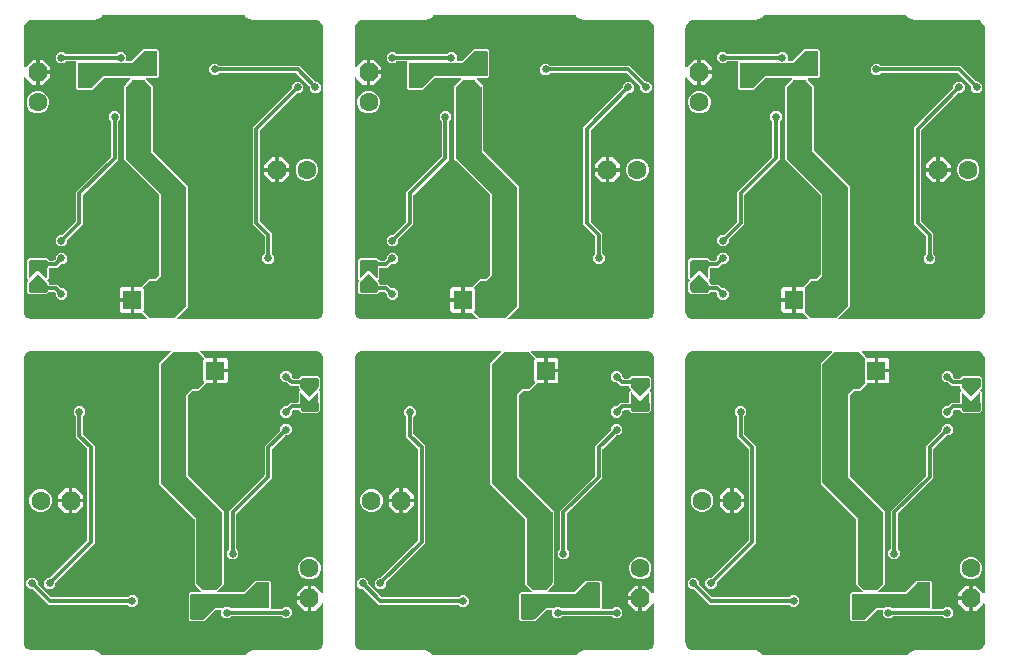
<source format=gbl>
G04 EAGLE Gerber X2 export*
G75*
%MOMM*%
%FSLAX34Y34*%
%LPD*%
%AMOC8*
5,1,8,0,0,1.08239X$1,22.5*%
G01*
%ADD10C,1.650000*%
%ADD11R,1.650000X1.650000*%
%ADD12P,1.732040X8X202.500000*%
%ADD13C,1.600200*%
%ADD14P,1.732040X8X112.500000*%
%ADD15C,0.381000*%
%ADD16P,1.732040X8X22.500000*%
%ADD17P,1.732040X8X292.500000*%
%ADD18C,0.654800*%
%ADD19C,0.904800*%
%ADD20C,0.304800*%

G36*
X406713Y423314D02*
X406713Y423314D01*
X406785Y423316D01*
X406834Y423334D01*
X406885Y423342D01*
X406949Y423376D01*
X407016Y423401D01*
X407057Y423433D01*
X407103Y423458D01*
X407152Y423510D01*
X407208Y423554D01*
X407236Y423598D01*
X407272Y423636D01*
X407302Y423701D01*
X407341Y423761D01*
X407354Y423812D01*
X407376Y423859D01*
X407384Y423930D01*
X407401Y424000D01*
X407397Y424052D01*
X407403Y424103D01*
X407387Y424174D01*
X407382Y424245D01*
X407362Y424293D01*
X407350Y424344D01*
X407314Y424405D01*
X407286Y424471D01*
X407241Y424527D01*
X407224Y424555D01*
X407207Y424570D01*
X407181Y424602D01*
X404281Y427502D01*
X402797Y428986D01*
X402723Y429039D01*
X402653Y429099D01*
X402623Y429111D01*
X402597Y429130D01*
X402510Y429157D01*
X402425Y429191D01*
X402384Y429195D01*
X402362Y429202D01*
X402330Y429201D01*
X402258Y429209D01*
X396523Y429209D01*
X396523Y439238D01*
X396520Y439258D01*
X396522Y439277D01*
X396500Y439379D01*
X396483Y439481D01*
X396474Y439498D01*
X396470Y439518D01*
X396417Y439607D01*
X396368Y439698D01*
X396354Y439712D01*
X396344Y439729D01*
X396265Y439796D01*
X396190Y439867D01*
X396172Y439876D01*
X396157Y439889D01*
X396061Y439927D01*
X395967Y439971D01*
X395947Y439973D01*
X395929Y439981D01*
X395762Y439999D01*
X394999Y439999D01*
X394999Y440001D01*
X395762Y440001D01*
X395782Y440004D01*
X395801Y440002D01*
X395903Y440024D01*
X396005Y440041D01*
X396022Y440050D01*
X396042Y440054D01*
X396131Y440107D01*
X396222Y440156D01*
X396236Y440170D01*
X396253Y440180D01*
X396320Y440259D01*
X396391Y440334D01*
X396400Y440352D01*
X396413Y440367D01*
X396452Y440463D01*
X396495Y440557D01*
X396497Y440577D01*
X396505Y440595D01*
X396523Y440762D01*
X396523Y450791D01*
X402258Y450791D01*
X402349Y450805D01*
X402439Y450813D01*
X402469Y450825D01*
X402501Y450830D01*
X402582Y450873D01*
X402666Y450909D01*
X402698Y450935D01*
X402719Y450946D01*
X402741Y450969D01*
X402797Y451014D01*
X407502Y455719D01*
X409058Y457275D01*
X413742Y457275D01*
X413833Y457289D01*
X413923Y457297D01*
X413953Y457309D01*
X413985Y457314D01*
X414066Y457357D01*
X414150Y457393D01*
X414182Y457419D01*
X414203Y457430D01*
X414225Y457453D01*
X414281Y457498D01*
X417502Y460719D01*
X417555Y460793D01*
X417615Y460863D01*
X417627Y460893D01*
X417646Y460919D01*
X417673Y461006D01*
X417707Y461091D01*
X417711Y461132D01*
X417718Y461154D01*
X417717Y461186D01*
X417725Y461258D01*
X417725Y528742D01*
X417711Y528833D01*
X417703Y528923D01*
X417691Y528953D01*
X417686Y528985D01*
X417643Y529066D01*
X417607Y529150D01*
X417581Y529182D01*
X417570Y529203D01*
X417547Y529225D01*
X417502Y529281D01*
X389281Y557502D01*
X387725Y559058D01*
X387725Y620942D01*
X392502Y625719D01*
X393209Y626426D01*
X393251Y626484D01*
X393300Y626536D01*
X393322Y626583D01*
X393352Y626625D01*
X393373Y626694D01*
X393404Y626759D01*
X393409Y626811D01*
X393425Y626861D01*
X393423Y626932D01*
X393431Y627003D01*
X393420Y627054D01*
X393418Y627106D01*
X393394Y627174D01*
X393378Y627244D01*
X393352Y627289D01*
X393334Y627337D01*
X393289Y627393D01*
X393252Y627455D01*
X393213Y627489D01*
X393180Y627529D01*
X393120Y627568D01*
X393065Y627615D01*
X393017Y627634D01*
X392973Y627662D01*
X392904Y627680D01*
X392837Y627707D01*
X392766Y627715D01*
X392735Y627723D01*
X392711Y627721D01*
X392671Y627725D01*
X371258Y627725D01*
X371167Y627711D01*
X371077Y627703D01*
X371047Y627691D01*
X371015Y627686D01*
X370934Y627643D01*
X370850Y627607D01*
X370818Y627581D01*
X370797Y627570D01*
X370775Y627547D01*
X370719Y627502D01*
X360942Y617725D01*
X349058Y617725D01*
X347725Y619058D01*
X347725Y641190D01*
X347722Y641210D01*
X347724Y641229D01*
X347702Y641331D01*
X347686Y641433D01*
X347676Y641450D01*
X347672Y641470D01*
X347619Y641559D01*
X347570Y641650D01*
X347556Y641664D01*
X347546Y641681D01*
X347467Y641748D01*
X347392Y641820D01*
X347374Y641828D01*
X347359Y641841D01*
X347263Y641880D01*
X347169Y641923D01*
X347149Y641925D01*
X347131Y641933D01*
X346964Y641951D01*
X339053Y641951D01*
X338963Y641937D01*
X338872Y641929D01*
X338842Y641917D01*
X338810Y641912D01*
X338730Y641869D01*
X338646Y641833D01*
X338614Y641807D01*
X338593Y641796D01*
X338571Y641773D01*
X338515Y641728D01*
X336988Y640201D01*
X333012Y640201D01*
X330201Y643012D01*
X330201Y646988D01*
X333012Y649799D01*
X336988Y649799D01*
X338515Y648272D01*
X338589Y648219D01*
X338658Y648159D01*
X338688Y648147D01*
X338714Y648128D01*
X338801Y648101D01*
X338886Y648067D01*
X338927Y648063D01*
X338950Y648056D01*
X338982Y648057D01*
X339053Y648049D01*
X380947Y648049D01*
X381037Y648063D01*
X381128Y648071D01*
X381158Y648083D01*
X381190Y648088D01*
X381270Y648131D01*
X381354Y648167D01*
X381386Y648193D01*
X381407Y648204D01*
X381429Y648227D01*
X381485Y648272D01*
X383012Y649799D01*
X386988Y649799D01*
X389799Y646988D01*
X389799Y643036D01*
X389802Y643016D01*
X389800Y642997D01*
X389822Y642895D01*
X389838Y642793D01*
X389848Y642776D01*
X389852Y642756D01*
X389905Y642667D01*
X389954Y642576D01*
X389968Y642562D01*
X389978Y642545D01*
X390057Y642478D01*
X390132Y642406D01*
X390150Y642398D01*
X390165Y642385D01*
X390261Y642346D01*
X390355Y642303D01*
X390375Y642301D01*
X390393Y642293D01*
X390560Y642275D01*
X393742Y642275D01*
X393833Y642289D01*
X393923Y642297D01*
X393953Y642309D01*
X393985Y642314D01*
X394066Y642357D01*
X394150Y642393D01*
X394182Y642419D01*
X394203Y642430D01*
X394225Y642453D01*
X394281Y642498D01*
X404058Y652275D01*
X415942Y652275D01*
X417275Y650942D01*
X417275Y629058D01*
X415942Y627725D01*
X407329Y627725D01*
X407259Y627714D01*
X407187Y627712D01*
X407138Y627694D01*
X407087Y627686D01*
X407023Y627652D01*
X406956Y627627D01*
X406915Y627595D01*
X406869Y627570D01*
X406820Y627518D01*
X406764Y627474D01*
X406736Y627430D01*
X406700Y627392D01*
X406670Y627327D01*
X406631Y627267D01*
X406618Y627216D01*
X406596Y627169D01*
X406588Y627098D01*
X406571Y627028D01*
X406575Y626976D01*
X406569Y626925D01*
X406585Y626854D01*
X406590Y626783D01*
X406610Y626735D01*
X406622Y626684D01*
X406658Y626623D01*
X406686Y626557D01*
X406731Y626501D01*
X406748Y626473D01*
X406765Y626458D01*
X406791Y626426D01*
X410719Y622498D01*
X412275Y620942D01*
X412275Y566258D01*
X412289Y566167D01*
X412297Y566077D01*
X412309Y566047D01*
X412314Y566015D01*
X412357Y565934D01*
X412393Y565850D01*
X412419Y565818D01*
X412430Y565797D01*
X412453Y565775D01*
X412498Y565719D01*
X442275Y535942D01*
X442275Y434058D01*
X432819Y424602D01*
X432777Y424544D01*
X432728Y424492D01*
X432706Y424445D01*
X432676Y424403D01*
X432655Y424334D01*
X432624Y424269D01*
X432619Y424217D01*
X432603Y424167D01*
X432605Y424096D01*
X432597Y424025D01*
X432608Y423974D01*
X432610Y423922D01*
X432634Y423854D01*
X432650Y423784D01*
X432676Y423739D01*
X432694Y423691D01*
X432739Y423635D01*
X432776Y423573D01*
X432815Y423539D01*
X432848Y423499D01*
X432908Y423460D01*
X432963Y423413D01*
X433011Y423394D01*
X433055Y423366D01*
X433124Y423348D01*
X433191Y423321D01*
X433262Y423313D01*
X433293Y423305D01*
X433317Y423307D01*
X433357Y423303D01*
X550000Y423303D01*
X550026Y423307D01*
X550075Y423306D01*
X551233Y423420D01*
X551260Y423428D01*
X551288Y423428D01*
X551449Y423475D01*
X553589Y424361D01*
X553645Y424396D01*
X553705Y424421D01*
X553770Y424473D01*
X553798Y424491D01*
X553811Y424506D01*
X553836Y424526D01*
X555474Y426164D01*
X555512Y426217D01*
X555558Y426264D01*
X555598Y426337D01*
X555617Y426364D01*
X555623Y426382D01*
X555639Y426411D01*
X556525Y428551D01*
X556532Y428578D01*
X556545Y428603D01*
X556580Y428767D01*
X556694Y429925D01*
X556692Y429952D01*
X556697Y430000D01*
X556697Y670000D01*
X556693Y670026D01*
X556694Y670075D01*
X556580Y671233D01*
X556572Y671260D01*
X556572Y671288D01*
X556525Y671449D01*
X555639Y673589D01*
X555604Y673645D01*
X555579Y673705D01*
X555527Y673770D01*
X555509Y673798D01*
X555494Y673811D01*
X555474Y673836D01*
X553836Y675474D01*
X553783Y675512D01*
X553736Y675558D01*
X553663Y675598D01*
X553636Y675617D01*
X553618Y675623D01*
X553589Y675639D01*
X551449Y676525D01*
X551422Y676532D01*
X551397Y676545D01*
X551233Y676580D01*
X550075Y676694D01*
X550048Y676692D01*
X550000Y676697D01*
X497354Y676697D01*
X492465Y678723D01*
X490649Y680538D01*
X490575Y680591D01*
X490505Y680651D01*
X490475Y680663D01*
X490449Y680682D01*
X490362Y680709D01*
X490277Y680743D01*
X490236Y680747D01*
X490214Y680754D01*
X490182Y680753D01*
X490111Y680761D01*
X369889Y680761D01*
X369799Y680747D01*
X369708Y680739D01*
X369679Y680727D01*
X369647Y680722D01*
X369566Y680679D01*
X369482Y680643D01*
X369450Y680617D01*
X369429Y680606D01*
X369407Y680583D01*
X369351Y680538D01*
X367535Y678723D01*
X362646Y676697D01*
X310000Y676697D01*
X309974Y676693D01*
X309925Y676694D01*
X308767Y676580D01*
X308740Y676572D01*
X308712Y676572D01*
X308551Y676525D01*
X306411Y675639D01*
X306355Y675604D01*
X306295Y675579D01*
X306230Y675527D01*
X306202Y675509D01*
X306189Y675494D01*
X306164Y675474D01*
X304526Y673836D01*
X304488Y673783D01*
X304442Y673736D01*
X304402Y673663D01*
X304383Y673636D01*
X304377Y673618D01*
X304361Y673589D01*
X303475Y671449D01*
X303468Y671422D01*
X303455Y671397D01*
X303420Y671233D01*
X303306Y670075D01*
X303308Y670048D01*
X303303Y670000D01*
X303303Y637749D01*
X303314Y637678D01*
X303316Y637606D01*
X303334Y637557D01*
X303342Y637506D01*
X303376Y637443D01*
X303401Y637375D01*
X303433Y637335D01*
X303458Y637289D01*
X303510Y637239D01*
X303554Y637183D01*
X303598Y637155D01*
X303636Y637119D01*
X303701Y637089D01*
X303761Y637050D01*
X303812Y637038D01*
X303859Y637016D01*
X303930Y637008D01*
X304000Y636990D01*
X304052Y636994D01*
X304103Y636989D01*
X304174Y637004D01*
X304245Y637009D01*
X304293Y637030D01*
X304344Y637041D01*
X304405Y637078D01*
X304471Y637106D01*
X304527Y637150D01*
X304555Y637167D01*
X304570Y637185D01*
X304602Y637210D01*
X310633Y643242D01*
X313477Y643242D01*
X313477Y633462D01*
X313480Y633442D01*
X313478Y633423D01*
X313500Y633321D01*
X313517Y633219D01*
X313526Y633202D01*
X313530Y633182D01*
X313583Y633093D01*
X313632Y633002D01*
X313646Y632988D01*
X313656Y632971D01*
X313735Y632904D01*
X313810Y632833D01*
X313828Y632824D01*
X313843Y632811D01*
X313939Y632773D01*
X314033Y632729D01*
X314053Y632727D01*
X314071Y632719D01*
X314238Y632701D01*
X315001Y632701D01*
X315001Y632699D01*
X314238Y632699D01*
X314218Y632696D01*
X314199Y632698D01*
X314097Y632676D01*
X313995Y632659D01*
X313978Y632650D01*
X313958Y632646D01*
X313869Y632593D01*
X313778Y632544D01*
X313764Y632530D01*
X313747Y632520D01*
X313680Y632441D01*
X313609Y632366D01*
X313600Y632348D01*
X313587Y632333D01*
X313548Y632237D01*
X313505Y632143D01*
X313503Y632123D01*
X313495Y632105D01*
X313477Y631938D01*
X313477Y622158D01*
X310633Y622158D01*
X304602Y628190D01*
X304544Y628231D01*
X304492Y628281D01*
X304445Y628303D01*
X304403Y628333D01*
X304334Y628354D01*
X304269Y628384D01*
X304217Y628390D01*
X304167Y628405D01*
X304096Y628404D01*
X304025Y628411D01*
X303974Y628400D01*
X303922Y628399D01*
X303854Y628374D01*
X303784Y628359D01*
X303739Y628332D01*
X303691Y628315D01*
X303635Y628270D01*
X303573Y628233D01*
X303539Y628193D01*
X303499Y628161D01*
X303460Y628101D01*
X303413Y628046D01*
X303394Y627998D01*
X303366Y627954D01*
X303348Y627885D01*
X303321Y627818D01*
X303313Y627747D01*
X303305Y627715D01*
X303307Y627692D01*
X303303Y627651D01*
X303303Y430000D01*
X303307Y429974D01*
X303306Y429925D01*
X303420Y428767D01*
X303428Y428740D01*
X303428Y428712D01*
X303475Y428551D01*
X304361Y426411D01*
X304396Y426355D01*
X304421Y426295D01*
X304473Y426230D01*
X304491Y426202D01*
X304506Y426189D01*
X304526Y426164D01*
X306164Y424526D01*
X306217Y424488D01*
X306264Y424442D01*
X306337Y424402D01*
X306364Y424383D01*
X306382Y424377D01*
X306411Y424361D01*
X308551Y423475D01*
X308578Y423468D01*
X308603Y423455D01*
X308767Y423420D01*
X309925Y423306D01*
X309952Y423308D01*
X310000Y423303D01*
X406643Y423303D01*
X406713Y423314D01*
G37*
G36*
X126713Y423314D02*
X126713Y423314D01*
X126785Y423316D01*
X126834Y423334D01*
X126885Y423342D01*
X126949Y423376D01*
X127016Y423401D01*
X127057Y423433D01*
X127103Y423458D01*
X127152Y423510D01*
X127208Y423554D01*
X127236Y423598D01*
X127272Y423636D01*
X127302Y423701D01*
X127341Y423761D01*
X127354Y423812D01*
X127376Y423859D01*
X127384Y423930D01*
X127401Y424000D01*
X127397Y424052D01*
X127403Y424103D01*
X127387Y424174D01*
X127382Y424245D01*
X127362Y424293D01*
X127350Y424344D01*
X127314Y424405D01*
X127286Y424471D01*
X127241Y424527D01*
X127224Y424555D01*
X127207Y424570D01*
X127181Y424602D01*
X124281Y427502D01*
X122797Y428986D01*
X122723Y429039D01*
X122653Y429099D01*
X122623Y429111D01*
X122597Y429130D01*
X122510Y429157D01*
X122425Y429191D01*
X122384Y429195D01*
X122362Y429202D01*
X122330Y429201D01*
X122258Y429209D01*
X116523Y429209D01*
X116523Y439238D01*
X116520Y439258D01*
X116522Y439277D01*
X116500Y439379D01*
X116483Y439481D01*
X116474Y439498D01*
X116470Y439518D01*
X116417Y439607D01*
X116368Y439698D01*
X116354Y439712D01*
X116344Y439729D01*
X116265Y439796D01*
X116190Y439867D01*
X116172Y439876D01*
X116157Y439889D01*
X116061Y439927D01*
X115967Y439971D01*
X115947Y439973D01*
X115929Y439981D01*
X115762Y439999D01*
X114999Y439999D01*
X114999Y440001D01*
X115762Y440001D01*
X115782Y440004D01*
X115801Y440002D01*
X115903Y440024D01*
X116005Y440041D01*
X116022Y440050D01*
X116042Y440054D01*
X116131Y440107D01*
X116222Y440156D01*
X116236Y440170D01*
X116253Y440180D01*
X116320Y440259D01*
X116391Y440334D01*
X116400Y440352D01*
X116413Y440367D01*
X116452Y440463D01*
X116495Y440557D01*
X116497Y440577D01*
X116505Y440595D01*
X116523Y440762D01*
X116523Y450791D01*
X122258Y450791D01*
X122349Y450805D01*
X122439Y450813D01*
X122469Y450825D01*
X122501Y450830D01*
X122582Y450873D01*
X122666Y450909D01*
X122698Y450935D01*
X122719Y450946D01*
X122741Y450969D01*
X122797Y451014D01*
X127502Y455719D01*
X129058Y457275D01*
X133742Y457275D01*
X133833Y457289D01*
X133923Y457297D01*
X133953Y457309D01*
X133985Y457314D01*
X134066Y457357D01*
X134150Y457393D01*
X134182Y457419D01*
X134203Y457430D01*
X134225Y457453D01*
X134281Y457498D01*
X137502Y460719D01*
X137555Y460793D01*
X137615Y460863D01*
X137627Y460893D01*
X137646Y460919D01*
X137673Y461006D01*
X137707Y461091D01*
X137711Y461132D01*
X137718Y461154D01*
X137717Y461186D01*
X137725Y461258D01*
X137725Y528742D01*
X137711Y528833D01*
X137703Y528923D01*
X137691Y528953D01*
X137686Y528985D01*
X137643Y529066D01*
X137607Y529150D01*
X137581Y529182D01*
X137570Y529203D01*
X137547Y529225D01*
X137502Y529281D01*
X107725Y559058D01*
X107725Y620942D01*
X109281Y622498D01*
X112502Y625719D01*
X113209Y626426D01*
X113251Y626484D01*
X113300Y626536D01*
X113322Y626583D01*
X113352Y626625D01*
X113373Y626694D01*
X113404Y626759D01*
X113409Y626811D01*
X113425Y626861D01*
X113423Y626932D01*
X113431Y627003D01*
X113420Y627054D01*
X113418Y627106D01*
X113394Y627174D01*
X113378Y627244D01*
X113352Y627289D01*
X113334Y627337D01*
X113289Y627393D01*
X113252Y627455D01*
X113213Y627489D01*
X113180Y627529D01*
X113120Y627568D01*
X113065Y627615D01*
X113017Y627634D01*
X112973Y627662D01*
X112904Y627680D01*
X112837Y627707D01*
X112766Y627715D01*
X112735Y627723D01*
X112711Y627721D01*
X112671Y627725D01*
X91258Y627725D01*
X91167Y627711D01*
X91077Y627703D01*
X91047Y627691D01*
X91015Y627686D01*
X90934Y627643D01*
X90850Y627607D01*
X90818Y627581D01*
X90797Y627570D01*
X90775Y627547D01*
X90719Y627502D01*
X80942Y617725D01*
X69058Y617725D01*
X67725Y619058D01*
X67725Y641190D01*
X67722Y641210D01*
X67724Y641229D01*
X67702Y641331D01*
X67686Y641433D01*
X67676Y641450D01*
X67672Y641470D01*
X67619Y641559D01*
X67570Y641650D01*
X67556Y641664D01*
X67546Y641681D01*
X67467Y641748D01*
X67392Y641820D01*
X67374Y641828D01*
X67359Y641841D01*
X67263Y641880D01*
X67169Y641923D01*
X67149Y641925D01*
X67131Y641933D01*
X66964Y641951D01*
X59053Y641951D01*
X58963Y641937D01*
X58872Y641929D01*
X58842Y641917D01*
X58810Y641912D01*
X58730Y641869D01*
X58646Y641833D01*
X58614Y641807D01*
X58593Y641796D01*
X58571Y641773D01*
X58515Y641728D01*
X56988Y640201D01*
X53012Y640201D01*
X50201Y643012D01*
X50201Y646988D01*
X53012Y649799D01*
X56988Y649799D01*
X58515Y648272D01*
X58589Y648219D01*
X58658Y648159D01*
X58688Y648147D01*
X58714Y648128D01*
X58801Y648101D01*
X58886Y648067D01*
X58927Y648063D01*
X58950Y648056D01*
X58982Y648057D01*
X59053Y648049D01*
X100947Y648049D01*
X101037Y648063D01*
X101128Y648071D01*
X101158Y648083D01*
X101190Y648088D01*
X101270Y648131D01*
X101354Y648167D01*
X101386Y648193D01*
X101407Y648204D01*
X101429Y648227D01*
X101485Y648272D01*
X103012Y649799D01*
X106988Y649799D01*
X109799Y646988D01*
X109799Y643036D01*
X109802Y643016D01*
X109800Y642997D01*
X109822Y642895D01*
X109838Y642793D01*
X109848Y642776D01*
X109852Y642756D01*
X109905Y642667D01*
X109954Y642576D01*
X109968Y642562D01*
X109978Y642545D01*
X110057Y642478D01*
X110132Y642406D01*
X110150Y642398D01*
X110165Y642385D01*
X110261Y642346D01*
X110355Y642303D01*
X110375Y642301D01*
X110393Y642293D01*
X110560Y642275D01*
X113742Y642275D01*
X113833Y642289D01*
X113923Y642297D01*
X113953Y642309D01*
X113985Y642314D01*
X114066Y642357D01*
X114150Y642393D01*
X114182Y642419D01*
X114203Y642430D01*
X114225Y642453D01*
X114281Y642498D01*
X122502Y650719D01*
X124058Y652275D01*
X135942Y652275D01*
X137275Y650942D01*
X137275Y629058D01*
X135942Y627725D01*
X127329Y627725D01*
X127259Y627714D01*
X127187Y627712D01*
X127138Y627694D01*
X127087Y627686D01*
X127023Y627652D01*
X126956Y627627D01*
X126915Y627595D01*
X126869Y627570D01*
X126820Y627518D01*
X126764Y627474D01*
X126736Y627430D01*
X126700Y627392D01*
X126670Y627327D01*
X126631Y627267D01*
X126618Y627216D01*
X126596Y627169D01*
X126588Y627098D01*
X126571Y627028D01*
X126575Y626976D01*
X126569Y626925D01*
X126585Y626854D01*
X126590Y626783D01*
X126610Y626735D01*
X126622Y626684D01*
X126658Y626623D01*
X126686Y626557D01*
X126731Y626501D01*
X126748Y626473D01*
X126765Y626458D01*
X126791Y626426D01*
X130719Y622498D01*
X132275Y620942D01*
X132275Y566258D01*
X132289Y566167D01*
X132297Y566077D01*
X132309Y566047D01*
X132314Y566015D01*
X132357Y565934D01*
X132393Y565850D01*
X132419Y565818D01*
X132430Y565797D01*
X132453Y565775D01*
X132498Y565719D01*
X162275Y535942D01*
X162275Y434058D01*
X152819Y424602D01*
X152777Y424544D01*
X152728Y424492D01*
X152706Y424445D01*
X152676Y424403D01*
X152655Y424334D01*
X152624Y424269D01*
X152619Y424217D01*
X152603Y424167D01*
X152605Y424096D01*
X152597Y424025D01*
X152608Y423974D01*
X152610Y423922D01*
X152634Y423854D01*
X152650Y423784D01*
X152676Y423739D01*
X152694Y423691D01*
X152739Y423635D01*
X152776Y423573D01*
X152815Y423539D01*
X152848Y423499D01*
X152908Y423460D01*
X152963Y423413D01*
X153011Y423394D01*
X153055Y423366D01*
X153124Y423348D01*
X153191Y423321D01*
X153262Y423313D01*
X153293Y423305D01*
X153317Y423307D01*
X153357Y423303D01*
X270000Y423303D01*
X270026Y423307D01*
X270075Y423306D01*
X271233Y423420D01*
X271260Y423428D01*
X271288Y423428D01*
X271449Y423475D01*
X273589Y424361D01*
X273645Y424396D01*
X273705Y424421D01*
X273770Y424473D01*
X273798Y424491D01*
X273811Y424506D01*
X273836Y424526D01*
X275474Y426164D01*
X275512Y426217D01*
X275558Y426264D01*
X275562Y426270D01*
X275565Y426274D01*
X275573Y426291D01*
X275598Y426337D01*
X275617Y426364D01*
X275623Y426382D01*
X275639Y426411D01*
X276525Y428551D01*
X276532Y428578D01*
X276545Y428603D01*
X276580Y428767D01*
X276694Y429925D01*
X276692Y429952D01*
X276697Y430000D01*
X276697Y670000D01*
X276693Y670026D01*
X276694Y670075D01*
X276580Y671233D01*
X276572Y671260D01*
X276572Y671288D01*
X276525Y671449D01*
X275639Y673589D01*
X275604Y673645D01*
X275579Y673705D01*
X275527Y673770D01*
X275509Y673798D01*
X275494Y673811D01*
X275474Y673836D01*
X273836Y675474D01*
X273783Y675512D01*
X273736Y675558D01*
X273663Y675598D01*
X273636Y675617D01*
X273618Y675623D01*
X273589Y675639D01*
X271449Y676525D01*
X271422Y676532D01*
X271397Y676545D01*
X271233Y676580D01*
X270075Y676694D01*
X270048Y676692D01*
X270000Y676697D01*
X217354Y676697D01*
X212465Y678723D01*
X210649Y680538D01*
X210575Y680591D01*
X210505Y680651D01*
X210475Y680663D01*
X210449Y680682D01*
X210362Y680709D01*
X210277Y680743D01*
X210236Y680747D01*
X210214Y680754D01*
X210182Y680753D01*
X210111Y680761D01*
X89889Y680761D01*
X89799Y680747D01*
X89708Y680739D01*
X89679Y680727D01*
X89647Y680722D01*
X89566Y680679D01*
X89482Y680643D01*
X89450Y680617D01*
X89429Y680606D01*
X89407Y680583D01*
X89351Y680538D01*
X87535Y678723D01*
X82646Y676697D01*
X30000Y676697D01*
X29974Y676693D01*
X29925Y676694D01*
X28767Y676580D01*
X28740Y676572D01*
X28712Y676572D01*
X28551Y676525D01*
X26411Y675639D01*
X26355Y675604D01*
X26295Y675579D01*
X26230Y675527D01*
X26202Y675509D01*
X26189Y675494D01*
X26164Y675474D01*
X24526Y673836D01*
X24488Y673783D01*
X24442Y673736D01*
X24402Y673663D01*
X24383Y673636D01*
X24377Y673618D01*
X24361Y673589D01*
X23475Y671449D01*
X23468Y671422D01*
X23455Y671397D01*
X23420Y671233D01*
X23306Y670075D01*
X23308Y670048D01*
X23303Y670000D01*
X23303Y637749D01*
X23314Y637678D01*
X23316Y637606D01*
X23334Y637557D01*
X23342Y637506D01*
X23376Y637443D01*
X23401Y637375D01*
X23433Y637335D01*
X23458Y637289D01*
X23510Y637239D01*
X23554Y637183D01*
X23598Y637155D01*
X23636Y637119D01*
X23701Y637089D01*
X23761Y637050D01*
X23812Y637038D01*
X23859Y637016D01*
X23930Y637008D01*
X24000Y636990D01*
X24052Y636994D01*
X24103Y636989D01*
X24174Y637004D01*
X24245Y637009D01*
X24293Y637030D01*
X24344Y637041D01*
X24405Y637078D01*
X24471Y637106D01*
X24527Y637150D01*
X24555Y637167D01*
X24570Y637185D01*
X24602Y637210D01*
X30633Y643242D01*
X33477Y643242D01*
X33477Y633462D01*
X33480Y633442D01*
X33478Y633423D01*
X33500Y633321D01*
X33517Y633219D01*
X33526Y633202D01*
X33530Y633182D01*
X33583Y633093D01*
X33632Y633002D01*
X33646Y632988D01*
X33656Y632971D01*
X33735Y632904D01*
X33810Y632833D01*
X33828Y632824D01*
X33843Y632811D01*
X33939Y632773D01*
X34033Y632729D01*
X34053Y632727D01*
X34071Y632719D01*
X34238Y632701D01*
X35001Y632701D01*
X35001Y632699D01*
X34238Y632699D01*
X34218Y632696D01*
X34199Y632698D01*
X34097Y632676D01*
X33995Y632659D01*
X33978Y632650D01*
X33958Y632646D01*
X33869Y632593D01*
X33778Y632544D01*
X33764Y632530D01*
X33747Y632520D01*
X33680Y632441D01*
X33609Y632366D01*
X33600Y632348D01*
X33587Y632333D01*
X33548Y632237D01*
X33505Y632143D01*
X33503Y632123D01*
X33495Y632105D01*
X33477Y631938D01*
X33477Y622158D01*
X30633Y622158D01*
X24602Y628190D01*
X24544Y628231D01*
X24492Y628281D01*
X24445Y628303D01*
X24403Y628333D01*
X24334Y628354D01*
X24269Y628384D01*
X24217Y628390D01*
X24167Y628405D01*
X24096Y628404D01*
X24025Y628411D01*
X23974Y628400D01*
X23922Y628399D01*
X23854Y628374D01*
X23784Y628359D01*
X23739Y628332D01*
X23691Y628315D01*
X23635Y628270D01*
X23573Y628233D01*
X23539Y628193D01*
X23499Y628161D01*
X23460Y628101D01*
X23413Y628046D01*
X23394Y627998D01*
X23366Y627954D01*
X23348Y627885D01*
X23321Y627818D01*
X23313Y627747D01*
X23305Y627715D01*
X23307Y627692D01*
X23303Y627651D01*
X23303Y430000D01*
X23307Y429974D01*
X23306Y429925D01*
X23420Y428767D01*
X23428Y428740D01*
X23428Y428712D01*
X23475Y428551D01*
X24361Y426411D01*
X24396Y426355D01*
X24421Y426295D01*
X24473Y426230D01*
X24491Y426202D01*
X24506Y426189D01*
X24526Y426164D01*
X26164Y424526D01*
X26217Y424488D01*
X26264Y424442D01*
X26337Y424402D01*
X26364Y424383D01*
X26382Y424377D01*
X26411Y424361D01*
X28551Y423475D01*
X28578Y423468D01*
X28603Y423455D01*
X28767Y423420D01*
X29925Y423306D01*
X29952Y423308D01*
X30000Y423303D01*
X126643Y423303D01*
X126713Y423314D01*
G37*
G36*
X686713Y423314D02*
X686713Y423314D01*
X686785Y423316D01*
X686834Y423334D01*
X686885Y423342D01*
X686949Y423376D01*
X687016Y423401D01*
X687057Y423433D01*
X687103Y423458D01*
X687152Y423510D01*
X687208Y423554D01*
X687236Y423598D01*
X687272Y423636D01*
X687302Y423701D01*
X687341Y423761D01*
X687354Y423812D01*
X687376Y423859D01*
X687384Y423930D01*
X687401Y424000D01*
X687397Y424052D01*
X687403Y424103D01*
X687387Y424174D01*
X687382Y424245D01*
X687362Y424293D01*
X687350Y424344D01*
X687314Y424405D01*
X687286Y424471D01*
X687241Y424527D01*
X687224Y424555D01*
X687207Y424570D01*
X687181Y424602D01*
X684281Y427502D01*
X682797Y428986D01*
X682723Y429039D01*
X682653Y429099D01*
X682623Y429111D01*
X682597Y429130D01*
X682510Y429157D01*
X682425Y429191D01*
X682384Y429195D01*
X682362Y429202D01*
X682330Y429201D01*
X682258Y429209D01*
X676523Y429209D01*
X676523Y439238D01*
X676520Y439258D01*
X676522Y439277D01*
X676500Y439379D01*
X676483Y439481D01*
X676474Y439498D01*
X676470Y439518D01*
X676417Y439607D01*
X676368Y439698D01*
X676354Y439712D01*
X676344Y439729D01*
X676265Y439796D01*
X676190Y439867D01*
X676172Y439876D01*
X676157Y439889D01*
X676061Y439927D01*
X675967Y439971D01*
X675947Y439973D01*
X675929Y439981D01*
X675762Y439999D01*
X674999Y439999D01*
X674999Y440001D01*
X675762Y440001D01*
X675782Y440004D01*
X675801Y440002D01*
X675903Y440024D01*
X676005Y440041D01*
X676022Y440050D01*
X676042Y440054D01*
X676131Y440107D01*
X676222Y440156D01*
X676236Y440170D01*
X676253Y440180D01*
X676320Y440259D01*
X676391Y440334D01*
X676400Y440352D01*
X676413Y440367D01*
X676452Y440463D01*
X676495Y440557D01*
X676497Y440577D01*
X676505Y440595D01*
X676523Y440762D01*
X676523Y450791D01*
X682258Y450791D01*
X682349Y450805D01*
X682439Y450813D01*
X682469Y450825D01*
X682501Y450830D01*
X682582Y450873D01*
X682666Y450909D01*
X682698Y450935D01*
X682719Y450946D01*
X682741Y450969D01*
X682797Y451014D01*
X687502Y455719D01*
X689058Y457275D01*
X693742Y457275D01*
X693833Y457289D01*
X693923Y457297D01*
X693953Y457309D01*
X693985Y457314D01*
X694066Y457357D01*
X694150Y457393D01*
X694182Y457419D01*
X694203Y457430D01*
X694225Y457453D01*
X694281Y457498D01*
X697502Y460719D01*
X697555Y460793D01*
X697615Y460863D01*
X697627Y460893D01*
X697646Y460919D01*
X697673Y461006D01*
X697707Y461091D01*
X697711Y461132D01*
X697718Y461154D01*
X697717Y461186D01*
X697725Y461258D01*
X697725Y528742D01*
X697711Y528833D01*
X697703Y528923D01*
X697691Y528953D01*
X697686Y528985D01*
X697643Y529066D01*
X697607Y529150D01*
X697581Y529182D01*
X697570Y529203D01*
X697547Y529225D01*
X697502Y529281D01*
X667725Y559058D01*
X667725Y620942D01*
X669281Y622498D01*
X672502Y625719D01*
X673209Y626426D01*
X673251Y626484D01*
X673300Y626536D01*
X673322Y626583D01*
X673352Y626625D01*
X673373Y626694D01*
X673404Y626759D01*
X673409Y626811D01*
X673425Y626861D01*
X673423Y626932D01*
X673431Y627003D01*
X673420Y627054D01*
X673418Y627106D01*
X673394Y627174D01*
X673378Y627244D01*
X673352Y627289D01*
X673334Y627337D01*
X673289Y627393D01*
X673252Y627455D01*
X673213Y627489D01*
X673180Y627529D01*
X673120Y627568D01*
X673065Y627615D01*
X673017Y627634D01*
X672973Y627662D01*
X672904Y627680D01*
X672837Y627707D01*
X672766Y627715D01*
X672735Y627723D01*
X672711Y627721D01*
X672671Y627725D01*
X651258Y627725D01*
X651167Y627711D01*
X651077Y627703D01*
X651047Y627691D01*
X651015Y627686D01*
X650934Y627643D01*
X650850Y627607D01*
X650818Y627581D01*
X650797Y627570D01*
X650775Y627547D01*
X650719Y627502D01*
X640942Y617725D01*
X629058Y617725D01*
X627725Y619058D01*
X627725Y641190D01*
X627722Y641210D01*
X627724Y641229D01*
X627702Y641331D01*
X627686Y641433D01*
X627676Y641450D01*
X627672Y641470D01*
X627619Y641559D01*
X627570Y641650D01*
X627556Y641664D01*
X627546Y641681D01*
X627467Y641748D01*
X627392Y641820D01*
X627374Y641828D01*
X627359Y641841D01*
X627263Y641880D01*
X627169Y641923D01*
X627149Y641925D01*
X627131Y641933D01*
X626964Y641951D01*
X619053Y641951D01*
X618963Y641937D01*
X618872Y641929D01*
X618842Y641917D01*
X618810Y641912D01*
X618730Y641869D01*
X618646Y641833D01*
X618614Y641807D01*
X618593Y641796D01*
X618571Y641773D01*
X618515Y641728D01*
X616988Y640201D01*
X613012Y640201D01*
X610201Y643012D01*
X610201Y646988D01*
X613012Y649799D01*
X616988Y649799D01*
X618515Y648272D01*
X618589Y648219D01*
X618658Y648159D01*
X618688Y648147D01*
X618714Y648128D01*
X618801Y648101D01*
X618886Y648067D01*
X618927Y648063D01*
X618950Y648056D01*
X618982Y648057D01*
X619053Y648049D01*
X660947Y648049D01*
X661037Y648063D01*
X661128Y648071D01*
X661158Y648083D01*
X661190Y648088D01*
X661270Y648131D01*
X661354Y648167D01*
X661386Y648193D01*
X661407Y648204D01*
X661429Y648227D01*
X661485Y648272D01*
X663012Y649799D01*
X666988Y649799D01*
X669799Y646988D01*
X669799Y643036D01*
X669802Y643016D01*
X669800Y642997D01*
X669822Y642895D01*
X669838Y642793D01*
X669848Y642776D01*
X669852Y642756D01*
X669905Y642667D01*
X669954Y642576D01*
X669968Y642562D01*
X669978Y642545D01*
X670057Y642478D01*
X670132Y642406D01*
X670150Y642398D01*
X670165Y642385D01*
X670261Y642346D01*
X670355Y642303D01*
X670375Y642301D01*
X670393Y642293D01*
X670560Y642275D01*
X673742Y642275D01*
X673833Y642289D01*
X673923Y642297D01*
X673953Y642309D01*
X673985Y642314D01*
X674066Y642357D01*
X674150Y642393D01*
X674182Y642419D01*
X674203Y642430D01*
X674225Y642453D01*
X674281Y642498D01*
X684058Y652275D01*
X695942Y652275D01*
X697275Y650942D01*
X697275Y629058D01*
X695942Y627725D01*
X687329Y627725D01*
X687259Y627714D01*
X687187Y627712D01*
X687138Y627694D01*
X687087Y627686D01*
X687023Y627652D01*
X686956Y627627D01*
X686915Y627595D01*
X686869Y627570D01*
X686820Y627518D01*
X686764Y627474D01*
X686736Y627430D01*
X686700Y627392D01*
X686670Y627327D01*
X686631Y627267D01*
X686618Y627216D01*
X686596Y627169D01*
X686588Y627098D01*
X686571Y627028D01*
X686575Y626976D01*
X686569Y626925D01*
X686585Y626854D01*
X686590Y626783D01*
X686610Y626735D01*
X686622Y626684D01*
X686658Y626623D01*
X686686Y626557D01*
X686731Y626501D01*
X686748Y626473D01*
X686765Y626458D01*
X686791Y626426D01*
X690719Y622498D01*
X692275Y620942D01*
X692275Y566258D01*
X692289Y566167D01*
X692297Y566077D01*
X692309Y566047D01*
X692314Y566015D01*
X692357Y565934D01*
X692393Y565850D01*
X692419Y565818D01*
X692430Y565797D01*
X692453Y565775D01*
X692498Y565719D01*
X722275Y535942D01*
X722275Y434058D01*
X712819Y424602D01*
X712777Y424544D01*
X712728Y424492D01*
X712706Y424445D01*
X712676Y424403D01*
X712655Y424334D01*
X712624Y424269D01*
X712619Y424217D01*
X712603Y424167D01*
X712605Y424096D01*
X712597Y424025D01*
X712608Y423974D01*
X712610Y423922D01*
X712634Y423854D01*
X712650Y423784D01*
X712676Y423739D01*
X712694Y423691D01*
X712739Y423635D01*
X712776Y423573D01*
X712815Y423539D01*
X712848Y423499D01*
X712908Y423460D01*
X712963Y423413D01*
X713011Y423394D01*
X713055Y423366D01*
X713124Y423348D01*
X713191Y423321D01*
X713262Y423313D01*
X713293Y423305D01*
X713317Y423307D01*
X713357Y423303D01*
X830000Y423303D01*
X830026Y423307D01*
X830075Y423306D01*
X831233Y423420D01*
X831260Y423428D01*
X831288Y423428D01*
X831449Y423475D01*
X833589Y424361D01*
X833645Y424396D01*
X833705Y424421D01*
X833770Y424473D01*
X833798Y424491D01*
X833811Y424506D01*
X833836Y424526D01*
X835474Y426164D01*
X835512Y426217D01*
X835558Y426264D01*
X835598Y426337D01*
X835617Y426364D01*
X835623Y426382D01*
X835639Y426411D01*
X836525Y428551D01*
X836532Y428578D01*
X836545Y428603D01*
X836580Y428767D01*
X836694Y429925D01*
X836692Y429952D01*
X836697Y430000D01*
X836697Y670000D01*
X836693Y670026D01*
X836694Y670075D01*
X836580Y671233D01*
X836572Y671260D01*
X836572Y671288D01*
X836525Y671449D01*
X835639Y673589D01*
X835604Y673645D01*
X835579Y673705D01*
X835527Y673770D01*
X835509Y673798D01*
X835494Y673811D01*
X835474Y673836D01*
X833836Y675474D01*
X833783Y675512D01*
X833736Y675558D01*
X833663Y675598D01*
X833636Y675617D01*
X833618Y675623D01*
X833589Y675639D01*
X831449Y676525D01*
X831422Y676532D01*
X831397Y676545D01*
X831233Y676580D01*
X830075Y676694D01*
X830048Y676692D01*
X830000Y676697D01*
X777354Y676697D01*
X772465Y678723D01*
X770649Y680538D01*
X770575Y680591D01*
X770505Y680651D01*
X770475Y680663D01*
X770449Y680682D01*
X770362Y680709D01*
X770277Y680743D01*
X770236Y680747D01*
X770214Y680754D01*
X770182Y680753D01*
X770111Y680761D01*
X649889Y680761D01*
X649799Y680747D01*
X649708Y680739D01*
X649679Y680727D01*
X649647Y680722D01*
X649566Y680679D01*
X649482Y680643D01*
X649450Y680617D01*
X649429Y680606D01*
X649407Y680583D01*
X649351Y680538D01*
X647535Y678723D01*
X642646Y676697D01*
X590000Y676697D01*
X589974Y676693D01*
X589925Y676694D01*
X588767Y676580D01*
X588740Y676572D01*
X588712Y676572D01*
X588551Y676525D01*
X586411Y675639D01*
X586355Y675604D01*
X586295Y675579D01*
X586230Y675527D01*
X586202Y675509D01*
X586189Y675494D01*
X586164Y675474D01*
X584526Y673836D01*
X584488Y673783D01*
X584442Y673736D01*
X584402Y673663D01*
X584383Y673636D01*
X584377Y673618D01*
X584361Y673589D01*
X583475Y671449D01*
X583468Y671422D01*
X583455Y671397D01*
X583420Y671233D01*
X583306Y670075D01*
X583308Y670048D01*
X583303Y670000D01*
X583303Y637749D01*
X583314Y637678D01*
X583316Y637606D01*
X583334Y637557D01*
X583342Y637506D01*
X583376Y637443D01*
X583401Y637375D01*
X583433Y637335D01*
X583458Y637289D01*
X583510Y637239D01*
X583554Y637183D01*
X583598Y637155D01*
X583636Y637119D01*
X583701Y637089D01*
X583761Y637050D01*
X583812Y637038D01*
X583859Y637016D01*
X583930Y637008D01*
X584000Y636990D01*
X584052Y636994D01*
X584103Y636989D01*
X584174Y637004D01*
X584245Y637009D01*
X584293Y637030D01*
X584344Y637041D01*
X584405Y637078D01*
X584471Y637106D01*
X584527Y637150D01*
X584555Y637167D01*
X584570Y637185D01*
X584602Y637210D01*
X590633Y643242D01*
X593477Y643242D01*
X593477Y633462D01*
X593480Y633442D01*
X593478Y633423D01*
X593500Y633321D01*
X593517Y633219D01*
X593526Y633202D01*
X593530Y633182D01*
X593583Y633093D01*
X593632Y633002D01*
X593646Y632988D01*
X593656Y632971D01*
X593735Y632904D01*
X593810Y632833D01*
X593828Y632824D01*
X593843Y632811D01*
X593939Y632773D01*
X594033Y632729D01*
X594053Y632727D01*
X594071Y632719D01*
X594238Y632701D01*
X595001Y632701D01*
X595001Y632699D01*
X594238Y632699D01*
X594218Y632696D01*
X594199Y632698D01*
X594097Y632676D01*
X593995Y632659D01*
X593978Y632650D01*
X593958Y632646D01*
X593869Y632593D01*
X593778Y632544D01*
X593764Y632530D01*
X593747Y632520D01*
X593680Y632441D01*
X593609Y632366D01*
X593600Y632348D01*
X593587Y632333D01*
X593548Y632237D01*
X593505Y632143D01*
X593503Y632123D01*
X593495Y632105D01*
X593477Y631938D01*
X593477Y622158D01*
X590633Y622158D01*
X584602Y628190D01*
X584544Y628231D01*
X584492Y628281D01*
X584445Y628303D01*
X584403Y628333D01*
X584334Y628354D01*
X584269Y628384D01*
X584217Y628390D01*
X584167Y628405D01*
X584096Y628404D01*
X584025Y628411D01*
X583974Y628400D01*
X583922Y628399D01*
X583854Y628374D01*
X583784Y628359D01*
X583739Y628332D01*
X583691Y628315D01*
X583635Y628270D01*
X583573Y628233D01*
X583539Y628193D01*
X583499Y628161D01*
X583460Y628101D01*
X583413Y628046D01*
X583394Y627998D01*
X583366Y627954D01*
X583348Y627885D01*
X583321Y627818D01*
X583313Y627747D01*
X583305Y627715D01*
X583307Y627692D01*
X583303Y627651D01*
X583303Y430000D01*
X583307Y429974D01*
X583306Y429925D01*
X583420Y428767D01*
X583428Y428740D01*
X583428Y428712D01*
X583475Y428551D01*
X584361Y426411D01*
X584396Y426355D01*
X584421Y426295D01*
X584473Y426230D01*
X584491Y426202D01*
X584506Y426189D01*
X584526Y426164D01*
X586164Y424526D01*
X586217Y424488D01*
X586264Y424442D01*
X586337Y424402D01*
X586364Y424383D01*
X586382Y424377D01*
X586411Y424361D01*
X588551Y423475D01*
X588578Y423468D01*
X588603Y423455D01*
X588767Y423420D01*
X589925Y423306D01*
X589952Y423308D01*
X590000Y423303D01*
X686643Y423303D01*
X686713Y423314D01*
G37*
G36*
X490201Y139254D02*
X490201Y139254D01*
X490292Y139261D01*
X490321Y139273D01*
X490353Y139279D01*
X490434Y139321D01*
X490518Y139357D01*
X490550Y139383D01*
X490571Y139394D01*
X490593Y139417D01*
X490649Y139462D01*
X492465Y141277D01*
X497354Y143303D01*
X550000Y143303D01*
X550026Y143307D01*
X550075Y143306D01*
X551233Y143420D01*
X551260Y143428D01*
X551288Y143428D01*
X551449Y143475D01*
X553589Y144361D01*
X553645Y144396D01*
X553705Y144421D01*
X553770Y144473D01*
X553798Y144491D01*
X553811Y144506D01*
X553836Y144526D01*
X555474Y146164D01*
X555512Y146217D01*
X555558Y146264D01*
X555598Y146337D01*
X555617Y146364D01*
X555623Y146382D01*
X555639Y146411D01*
X556525Y148551D01*
X556532Y148578D01*
X556545Y148603D01*
X556580Y148767D01*
X556694Y149925D01*
X556692Y149952D01*
X556697Y150000D01*
X556697Y182251D01*
X556686Y182322D01*
X556684Y182394D01*
X556666Y182443D01*
X556658Y182494D01*
X556624Y182557D01*
X556599Y182625D01*
X556567Y182665D01*
X556542Y182711D01*
X556490Y182761D01*
X556446Y182817D01*
X556402Y182845D01*
X556364Y182881D01*
X556299Y182911D01*
X556239Y182950D01*
X556188Y182962D01*
X556141Y182984D01*
X556070Y182992D01*
X556000Y183010D01*
X555948Y183006D01*
X555897Y183011D01*
X555826Y182996D01*
X555755Y182991D01*
X555707Y182970D01*
X555656Y182959D01*
X555595Y182922D01*
X555529Y182894D01*
X555473Y182850D01*
X555445Y182833D01*
X555430Y182815D01*
X555398Y182790D01*
X549367Y176758D01*
X546523Y176758D01*
X546523Y186538D01*
X546520Y186558D01*
X546522Y186577D01*
X546500Y186679D01*
X546483Y186781D01*
X546474Y186798D01*
X546470Y186818D01*
X546417Y186907D01*
X546368Y186998D01*
X546354Y187012D01*
X546344Y187029D01*
X546265Y187096D01*
X546190Y187167D01*
X546172Y187176D01*
X546157Y187189D01*
X546061Y187227D01*
X545967Y187271D01*
X545947Y187273D01*
X545929Y187281D01*
X545762Y187299D01*
X544999Y187299D01*
X544999Y187301D01*
X545762Y187301D01*
X545782Y187304D01*
X545801Y187302D01*
X545903Y187324D01*
X546005Y187341D01*
X546022Y187350D01*
X546042Y187354D01*
X546131Y187407D01*
X546222Y187456D01*
X546236Y187470D01*
X546253Y187480D01*
X546320Y187559D01*
X546391Y187634D01*
X546400Y187652D01*
X546413Y187667D01*
X546451Y187763D01*
X546495Y187857D01*
X546497Y187877D01*
X546505Y187895D01*
X546523Y188062D01*
X546523Y197842D01*
X549367Y197842D01*
X555398Y191810D01*
X555456Y191769D01*
X555508Y191719D01*
X555555Y191697D01*
X555597Y191667D01*
X555666Y191646D01*
X555731Y191616D01*
X555783Y191610D01*
X555833Y191595D01*
X555904Y191596D01*
X555975Y191589D01*
X556026Y191600D01*
X556078Y191601D01*
X556146Y191626D01*
X556216Y191641D01*
X556261Y191668D01*
X556309Y191685D01*
X556365Y191730D01*
X556427Y191767D01*
X556461Y191807D01*
X556501Y191839D01*
X556540Y191899D01*
X556587Y191954D01*
X556606Y192002D01*
X556634Y192046D01*
X556652Y192115D01*
X556679Y192182D01*
X556687Y192253D01*
X556695Y192285D01*
X556693Y192308D01*
X556697Y192349D01*
X556697Y390000D01*
X556693Y390026D01*
X556694Y390075D01*
X556580Y391233D01*
X556572Y391260D01*
X556572Y391288D01*
X556525Y391449D01*
X555639Y393589D01*
X555604Y393645D01*
X555579Y393705D01*
X555527Y393770D01*
X555509Y393798D01*
X555494Y393811D01*
X555474Y393836D01*
X553836Y395474D01*
X553783Y395512D01*
X553736Y395558D01*
X553663Y395598D01*
X553636Y395617D01*
X553618Y395623D01*
X553589Y395639D01*
X551449Y396525D01*
X551422Y396532D01*
X551397Y396545D01*
X551233Y396580D01*
X550075Y396694D01*
X550048Y396692D01*
X550000Y396697D01*
X453357Y396697D01*
X453287Y396686D01*
X453215Y396684D01*
X453166Y396666D01*
X453115Y396658D01*
X453051Y396624D01*
X452984Y396599D01*
X452943Y396567D01*
X452897Y396542D01*
X452848Y396490D01*
X452792Y396446D01*
X452764Y396402D01*
X452728Y396364D01*
X452698Y396299D01*
X452659Y396239D01*
X452646Y396188D01*
X452624Y396141D01*
X452616Y396070D01*
X452599Y396000D01*
X452603Y395948D01*
X452597Y395897D01*
X452613Y395826D01*
X452618Y395755D01*
X452638Y395707D01*
X452650Y395656D01*
X452686Y395595D01*
X452714Y395529D01*
X452759Y395473D01*
X452776Y395445D01*
X452793Y395430D01*
X452819Y395398D01*
X455719Y392498D01*
X457203Y391014D01*
X457277Y390961D01*
X457347Y390901D01*
X457377Y390889D01*
X457403Y390870D01*
X457490Y390843D01*
X457575Y390809D01*
X457616Y390805D01*
X457638Y390798D01*
X457670Y390799D01*
X457742Y390791D01*
X463477Y390791D01*
X463477Y380762D01*
X463480Y380742D01*
X463478Y380723D01*
X463500Y380621D01*
X463517Y380519D01*
X463526Y380502D01*
X463530Y380482D01*
X463583Y380393D01*
X463632Y380302D01*
X463646Y380288D01*
X463656Y380271D01*
X463735Y380204D01*
X463810Y380133D01*
X463828Y380124D01*
X463843Y380111D01*
X463939Y380073D01*
X464033Y380029D01*
X464053Y380027D01*
X464071Y380019D01*
X464238Y380001D01*
X465001Y380001D01*
X465001Y379999D01*
X464238Y379999D01*
X464218Y379996D01*
X464199Y379998D01*
X464097Y379976D01*
X463995Y379959D01*
X463978Y379950D01*
X463958Y379946D01*
X463869Y379893D01*
X463778Y379844D01*
X463764Y379830D01*
X463747Y379820D01*
X463680Y379741D01*
X463609Y379666D01*
X463600Y379648D01*
X463587Y379633D01*
X463548Y379537D01*
X463505Y379443D01*
X463503Y379423D01*
X463495Y379405D01*
X463477Y379238D01*
X463477Y369209D01*
X457742Y369209D01*
X457651Y369195D01*
X457561Y369187D01*
X457531Y369175D01*
X457499Y369170D01*
X457418Y369127D01*
X457334Y369091D01*
X457302Y369065D01*
X457281Y369054D01*
X457259Y369031D01*
X457203Y368986D01*
X452498Y364281D01*
X450942Y362725D01*
X446258Y362725D01*
X446167Y362711D01*
X446077Y362703D01*
X446047Y362691D01*
X446015Y362686D01*
X445934Y362643D01*
X445850Y362607D01*
X445818Y362581D01*
X445797Y362570D01*
X445775Y362547D01*
X445719Y362502D01*
X442498Y359281D01*
X442445Y359207D01*
X442385Y359137D01*
X442373Y359107D01*
X442354Y359081D01*
X442327Y358994D01*
X442293Y358909D01*
X442289Y358868D01*
X442282Y358846D01*
X442283Y358814D01*
X442275Y358742D01*
X442275Y291258D01*
X442289Y291167D01*
X442297Y291077D01*
X442309Y291047D01*
X442314Y291015D01*
X442357Y290934D01*
X442393Y290850D01*
X442419Y290818D01*
X442430Y290797D01*
X442453Y290775D01*
X442498Y290719D01*
X472275Y260942D01*
X472275Y199058D01*
X467498Y194281D01*
X466791Y193574D01*
X466749Y193516D01*
X466700Y193464D01*
X466678Y193417D01*
X466648Y193375D01*
X466627Y193306D01*
X466596Y193241D01*
X466591Y193189D01*
X466575Y193139D01*
X466577Y193068D01*
X466569Y192997D01*
X466580Y192946D01*
X466582Y192894D01*
X466606Y192826D01*
X466622Y192756D01*
X466648Y192711D01*
X466666Y192663D01*
X466711Y192607D01*
X466748Y192545D01*
X466787Y192511D01*
X466820Y192471D01*
X466880Y192432D01*
X466935Y192385D01*
X466983Y192366D01*
X467027Y192338D01*
X467096Y192320D01*
X467163Y192293D01*
X467234Y192285D01*
X467265Y192277D01*
X467289Y192279D01*
X467329Y192275D01*
X488742Y192275D01*
X488833Y192289D01*
X488923Y192297D01*
X488953Y192309D01*
X488985Y192314D01*
X489066Y192357D01*
X489150Y192393D01*
X489182Y192419D01*
X489203Y192430D01*
X489225Y192453D01*
X489281Y192498D01*
X499058Y202275D01*
X510942Y202275D01*
X512275Y200942D01*
X512275Y178810D01*
X512277Y178796D01*
X512276Y178784D01*
X512277Y178780D01*
X512276Y178771D01*
X512298Y178669D01*
X512314Y178567D01*
X512324Y178550D01*
X512328Y178530D01*
X512381Y178441D01*
X512430Y178350D01*
X512444Y178336D01*
X512454Y178319D01*
X512533Y178252D01*
X512608Y178180D01*
X512626Y178172D01*
X512641Y178159D01*
X512737Y178120D01*
X512831Y178077D01*
X512851Y178075D01*
X512869Y178067D01*
X513036Y178049D01*
X520947Y178049D01*
X521037Y178063D01*
X521128Y178071D01*
X521158Y178083D01*
X521190Y178088D01*
X521270Y178131D01*
X521354Y178167D01*
X521386Y178193D01*
X521407Y178204D01*
X521419Y178217D01*
X521421Y178217D01*
X521432Y178229D01*
X521485Y178272D01*
X523012Y179799D01*
X526988Y179799D01*
X529799Y176988D01*
X529799Y173012D01*
X526988Y170201D01*
X523012Y170201D01*
X521485Y171728D01*
X521411Y171781D01*
X521342Y171841D01*
X521312Y171853D01*
X521286Y171872D01*
X521199Y171899D01*
X521114Y171933D01*
X521073Y171937D01*
X521050Y171944D01*
X521018Y171943D01*
X520947Y171951D01*
X479053Y171951D01*
X478963Y171937D01*
X478872Y171929D01*
X478842Y171917D01*
X478810Y171912D01*
X478730Y171869D01*
X478646Y171833D01*
X478614Y171807D01*
X478593Y171796D01*
X478571Y171773D01*
X478515Y171728D01*
X476988Y170201D01*
X473012Y170201D01*
X470201Y173012D01*
X470201Y176964D01*
X470198Y176984D01*
X470200Y177003D01*
X470178Y177105D01*
X470162Y177207D01*
X470152Y177224D01*
X470148Y177244D01*
X470095Y177333D01*
X470046Y177424D01*
X470032Y177438D01*
X470022Y177455D01*
X469943Y177522D01*
X469868Y177594D01*
X469850Y177602D01*
X469835Y177615D01*
X469739Y177654D01*
X469645Y177697D01*
X469625Y177699D01*
X469607Y177707D01*
X469440Y177725D01*
X466258Y177725D01*
X466167Y177711D01*
X466077Y177703D01*
X466047Y177691D01*
X466015Y177686D01*
X465934Y177643D01*
X465850Y177607D01*
X465818Y177581D01*
X465797Y177570D01*
X465775Y177547D01*
X465719Y177502D01*
X455942Y167725D01*
X444058Y167725D01*
X442725Y169058D01*
X442725Y190942D01*
X444058Y192275D01*
X452671Y192275D01*
X452741Y192286D01*
X452813Y192288D01*
X452862Y192306D01*
X452913Y192314D01*
X452977Y192348D01*
X453044Y192373D01*
X453085Y192405D01*
X453131Y192430D01*
X453180Y192482D01*
X453236Y192526D01*
X453264Y192570D01*
X453300Y192608D01*
X453330Y192673D01*
X453369Y192733D01*
X453382Y192784D01*
X453404Y192831D01*
X453412Y192902D01*
X453429Y192972D01*
X453425Y193024D01*
X453431Y193075D01*
X453415Y193146D01*
X453410Y193217D01*
X453390Y193265D01*
X453378Y193316D01*
X453342Y193377D01*
X453314Y193443D01*
X453269Y193499D01*
X453252Y193527D01*
X453235Y193542D01*
X453209Y193574D01*
X452502Y194281D01*
X449281Y197502D01*
X447725Y199058D01*
X447725Y253742D01*
X447711Y253833D01*
X447703Y253923D01*
X447691Y253953D01*
X447686Y253985D01*
X447643Y254066D01*
X447607Y254150D01*
X447581Y254182D01*
X447570Y254203D01*
X447547Y254225D01*
X447502Y254281D01*
X417725Y284058D01*
X417725Y385942D01*
X427181Y395398D01*
X427223Y395456D01*
X427272Y395508D01*
X427294Y395555D01*
X427324Y395597D01*
X427345Y395666D01*
X427376Y395731D01*
X427381Y395783D01*
X427397Y395833D01*
X427395Y395904D01*
X427403Y395975D01*
X427392Y396026D01*
X427390Y396078D01*
X427366Y396146D01*
X427350Y396216D01*
X427324Y396261D01*
X427306Y396309D01*
X427261Y396365D01*
X427224Y396427D01*
X427185Y396461D01*
X427152Y396501D01*
X427092Y396540D01*
X427037Y396587D01*
X426989Y396606D01*
X426945Y396634D01*
X426876Y396652D01*
X426809Y396679D01*
X426738Y396687D01*
X426707Y396695D01*
X426683Y396693D01*
X426643Y396697D01*
X310000Y396697D01*
X309974Y396693D01*
X309925Y396694D01*
X308767Y396580D01*
X308740Y396572D01*
X308712Y396572D01*
X308551Y396525D01*
X306411Y395639D01*
X306355Y395604D01*
X306295Y395579D01*
X306230Y395527D01*
X306202Y395509D01*
X306189Y395494D01*
X306164Y395474D01*
X304526Y393836D01*
X304488Y393783D01*
X304442Y393736D01*
X304402Y393663D01*
X304383Y393636D01*
X304377Y393618D01*
X304361Y393589D01*
X303475Y391449D01*
X303468Y391422D01*
X303455Y391397D01*
X303420Y391233D01*
X303306Y390075D01*
X303308Y390048D01*
X303303Y390000D01*
X303303Y150000D01*
X303307Y149974D01*
X303306Y149925D01*
X303420Y148767D01*
X303428Y148740D01*
X303428Y148712D01*
X303475Y148551D01*
X304361Y146411D01*
X304396Y146355D01*
X304421Y146295D01*
X304473Y146230D01*
X304491Y146202D01*
X304506Y146189D01*
X304526Y146164D01*
X306164Y144526D01*
X306217Y144488D01*
X306264Y144442D01*
X306270Y144438D01*
X306274Y144435D01*
X306291Y144427D01*
X306337Y144402D01*
X306364Y144383D01*
X306382Y144377D01*
X306411Y144361D01*
X308551Y143475D01*
X308578Y143468D01*
X308603Y143455D01*
X308767Y143420D01*
X309925Y143306D01*
X309952Y143308D01*
X310000Y143303D01*
X362646Y143303D01*
X367535Y141277D01*
X369351Y139462D01*
X369425Y139409D01*
X369495Y139349D01*
X369525Y139337D01*
X369551Y139318D01*
X369638Y139291D01*
X369723Y139257D01*
X369764Y139253D01*
X369786Y139246D01*
X369818Y139247D01*
X369889Y139239D01*
X490111Y139239D01*
X490201Y139254D01*
G37*
G36*
X210201Y139254D02*
X210201Y139254D01*
X210292Y139261D01*
X210321Y139273D01*
X210353Y139279D01*
X210434Y139321D01*
X210518Y139357D01*
X210550Y139383D01*
X210571Y139394D01*
X210593Y139417D01*
X210649Y139462D01*
X212465Y141277D01*
X217354Y143303D01*
X270000Y143303D01*
X270026Y143307D01*
X270075Y143306D01*
X271233Y143420D01*
X271260Y143428D01*
X271288Y143428D01*
X271449Y143475D01*
X273589Y144361D01*
X273645Y144396D01*
X273705Y144421D01*
X273770Y144473D01*
X273798Y144491D01*
X273811Y144506D01*
X273836Y144526D01*
X275474Y146164D01*
X275512Y146217D01*
X275558Y146264D01*
X275598Y146337D01*
X275617Y146364D01*
X275623Y146382D01*
X275639Y146411D01*
X276525Y148551D01*
X276532Y148578D01*
X276545Y148603D01*
X276580Y148767D01*
X276694Y149925D01*
X276692Y149952D01*
X276697Y150000D01*
X276697Y182251D01*
X276686Y182322D01*
X276684Y182394D01*
X276666Y182443D01*
X276658Y182494D01*
X276624Y182557D01*
X276599Y182625D01*
X276567Y182665D01*
X276542Y182711D01*
X276490Y182761D01*
X276446Y182817D01*
X276402Y182845D01*
X276364Y182881D01*
X276299Y182911D01*
X276239Y182950D01*
X276188Y182962D01*
X276141Y182984D01*
X276070Y182992D01*
X276000Y183010D01*
X275948Y183006D01*
X275897Y183011D01*
X275826Y182996D01*
X275755Y182991D01*
X275707Y182970D01*
X275656Y182959D01*
X275595Y182922D01*
X275529Y182894D01*
X275473Y182850D01*
X275445Y182833D01*
X275430Y182815D01*
X275398Y182790D01*
X269367Y176758D01*
X266523Y176758D01*
X266523Y186538D01*
X266520Y186558D01*
X266522Y186577D01*
X266500Y186679D01*
X266483Y186781D01*
X266474Y186798D01*
X266470Y186818D01*
X266417Y186907D01*
X266368Y186998D01*
X266354Y187012D01*
X266344Y187029D01*
X266265Y187096D01*
X266190Y187167D01*
X266172Y187176D01*
X266157Y187189D01*
X266061Y187227D01*
X265967Y187271D01*
X265947Y187273D01*
X265929Y187281D01*
X265762Y187299D01*
X264999Y187299D01*
X264999Y187301D01*
X265762Y187301D01*
X265782Y187304D01*
X265801Y187302D01*
X265903Y187324D01*
X266005Y187341D01*
X266022Y187350D01*
X266042Y187354D01*
X266131Y187407D01*
X266222Y187456D01*
X266236Y187470D01*
X266253Y187480D01*
X266320Y187559D01*
X266391Y187634D01*
X266400Y187652D01*
X266413Y187667D01*
X266451Y187763D01*
X266495Y187857D01*
X266497Y187877D01*
X266505Y187895D01*
X266523Y188062D01*
X266523Y197842D01*
X269367Y197842D01*
X275398Y191810D01*
X275456Y191769D01*
X275508Y191719D01*
X275555Y191697D01*
X275597Y191667D01*
X275666Y191646D01*
X275731Y191616D01*
X275783Y191610D01*
X275833Y191595D01*
X275904Y191596D01*
X275975Y191589D01*
X276026Y191600D01*
X276078Y191601D01*
X276146Y191626D01*
X276216Y191641D01*
X276261Y191668D01*
X276309Y191685D01*
X276365Y191730D01*
X276427Y191767D01*
X276461Y191807D01*
X276501Y191839D01*
X276540Y191899D01*
X276587Y191954D01*
X276606Y192002D01*
X276634Y192046D01*
X276652Y192115D01*
X276679Y192182D01*
X276687Y192253D01*
X276695Y192285D01*
X276693Y192308D01*
X276697Y192349D01*
X276697Y390000D01*
X276693Y390026D01*
X276694Y390075D01*
X276580Y391233D01*
X276572Y391260D01*
X276572Y391288D01*
X276525Y391449D01*
X275639Y393589D01*
X275604Y393645D01*
X275579Y393705D01*
X275527Y393770D01*
X275509Y393798D01*
X275494Y393811D01*
X275474Y393836D01*
X273836Y395474D01*
X273783Y395512D01*
X273736Y395558D01*
X273730Y395562D01*
X273726Y395565D01*
X273709Y395573D01*
X273663Y395598D01*
X273636Y395617D01*
X273618Y395623D01*
X273589Y395639D01*
X271449Y396525D01*
X271422Y396532D01*
X271397Y396545D01*
X271233Y396580D01*
X270075Y396694D01*
X270048Y396692D01*
X270000Y396697D01*
X173357Y396697D01*
X173287Y396686D01*
X173215Y396684D01*
X173166Y396666D01*
X173115Y396658D01*
X173051Y396624D01*
X172984Y396599D01*
X172943Y396567D01*
X172897Y396542D01*
X172848Y396490D01*
X172792Y396446D01*
X172764Y396402D01*
X172728Y396364D01*
X172698Y396299D01*
X172659Y396239D01*
X172646Y396188D01*
X172624Y396141D01*
X172616Y396070D01*
X172599Y396000D01*
X172603Y395948D01*
X172597Y395897D01*
X172613Y395826D01*
X172618Y395755D01*
X172638Y395707D01*
X172650Y395656D01*
X172686Y395595D01*
X172714Y395529D01*
X172759Y395473D01*
X172776Y395445D01*
X172793Y395430D01*
X172819Y395398D01*
X175719Y392498D01*
X177203Y391014D01*
X177277Y390961D01*
X177347Y390901D01*
X177377Y390889D01*
X177403Y390870D01*
X177490Y390843D01*
X177575Y390809D01*
X177616Y390805D01*
X177638Y390798D01*
X177670Y390799D01*
X177742Y390791D01*
X183477Y390791D01*
X183477Y380762D01*
X183480Y380742D01*
X183478Y380723D01*
X183500Y380621D01*
X183517Y380519D01*
X183526Y380502D01*
X183530Y380482D01*
X183583Y380393D01*
X183632Y380302D01*
X183646Y380288D01*
X183656Y380271D01*
X183735Y380204D01*
X183810Y380133D01*
X183828Y380124D01*
X183843Y380111D01*
X183939Y380073D01*
X184033Y380029D01*
X184053Y380027D01*
X184071Y380019D01*
X184238Y380001D01*
X185001Y380001D01*
X185001Y379999D01*
X184238Y379999D01*
X184218Y379996D01*
X184199Y379998D01*
X184097Y379976D01*
X183995Y379959D01*
X183978Y379950D01*
X183958Y379946D01*
X183869Y379893D01*
X183778Y379844D01*
X183764Y379830D01*
X183747Y379820D01*
X183680Y379741D01*
X183609Y379666D01*
X183600Y379648D01*
X183587Y379633D01*
X183548Y379537D01*
X183505Y379443D01*
X183503Y379423D01*
X183495Y379405D01*
X183477Y379238D01*
X183477Y369209D01*
X177742Y369209D01*
X177651Y369195D01*
X177561Y369187D01*
X177531Y369175D01*
X177499Y369170D01*
X177418Y369127D01*
X177334Y369091D01*
X177302Y369065D01*
X177281Y369054D01*
X177259Y369031D01*
X177203Y368986D01*
X170942Y362725D01*
X166258Y362725D01*
X166167Y362711D01*
X166077Y362703D01*
X166047Y362691D01*
X166015Y362686D01*
X165934Y362643D01*
X165850Y362607D01*
X165818Y362581D01*
X165797Y362570D01*
X165775Y362547D01*
X165719Y362502D01*
X162498Y359281D01*
X162445Y359207D01*
X162385Y359137D01*
X162373Y359107D01*
X162354Y359081D01*
X162327Y358994D01*
X162293Y358909D01*
X162289Y358868D01*
X162282Y358846D01*
X162283Y358814D01*
X162275Y358742D01*
X162275Y291258D01*
X162289Y291167D01*
X162297Y291077D01*
X162309Y291047D01*
X162314Y291015D01*
X162357Y290934D01*
X162393Y290850D01*
X162419Y290818D01*
X162430Y290797D01*
X162453Y290775D01*
X162498Y290719D01*
X192275Y260942D01*
X192275Y199058D01*
X190719Y197502D01*
X187498Y194281D01*
X186791Y193574D01*
X186749Y193516D01*
X186700Y193464D01*
X186678Y193417D01*
X186648Y193375D01*
X186627Y193306D01*
X186596Y193241D01*
X186591Y193189D01*
X186575Y193139D01*
X186577Y193068D01*
X186569Y192997D01*
X186580Y192946D01*
X186582Y192894D01*
X186606Y192826D01*
X186622Y192756D01*
X186648Y192711D01*
X186666Y192663D01*
X186711Y192607D01*
X186748Y192545D01*
X186787Y192511D01*
X186820Y192471D01*
X186880Y192432D01*
X186935Y192385D01*
X186983Y192366D01*
X187027Y192338D01*
X187096Y192320D01*
X187163Y192293D01*
X187234Y192285D01*
X187265Y192277D01*
X187289Y192279D01*
X187329Y192275D01*
X208742Y192275D01*
X208833Y192289D01*
X208923Y192297D01*
X208953Y192309D01*
X208985Y192314D01*
X209066Y192357D01*
X209150Y192393D01*
X209182Y192419D01*
X209203Y192430D01*
X209225Y192453D01*
X209281Y192498D01*
X219058Y202275D01*
X230942Y202275D01*
X232275Y200942D01*
X232275Y178810D01*
X232277Y178796D01*
X232276Y178784D01*
X232277Y178780D01*
X232276Y178771D01*
X232298Y178669D01*
X232314Y178567D01*
X232324Y178550D01*
X232328Y178530D01*
X232381Y178441D01*
X232430Y178350D01*
X232444Y178336D01*
X232454Y178319D01*
X232533Y178252D01*
X232608Y178180D01*
X232626Y178172D01*
X232641Y178159D01*
X232737Y178120D01*
X232831Y178077D01*
X232851Y178075D01*
X232869Y178067D01*
X233036Y178049D01*
X240947Y178049D01*
X241037Y178063D01*
X241128Y178071D01*
X241158Y178083D01*
X241190Y178088D01*
X241270Y178131D01*
X241354Y178167D01*
X241386Y178193D01*
X241407Y178204D01*
X241419Y178217D01*
X241421Y178217D01*
X241432Y178229D01*
X241485Y178272D01*
X243012Y179799D01*
X246988Y179799D01*
X249799Y176988D01*
X249799Y173012D01*
X246988Y170201D01*
X243012Y170201D01*
X241485Y171728D01*
X241411Y171781D01*
X241342Y171841D01*
X241312Y171853D01*
X241286Y171872D01*
X241199Y171899D01*
X241114Y171933D01*
X241073Y171937D01*
X241050Y171944D01*
X241018Y171943D01*
X240947Y171951D01*
X199053Y171951D01*
X198963Y171937D01*
X198872Y171929D01*
X198842Y171917D01*
X198810Y171912D01*
X198730Y171869D01*
X198646Y171833D01*
X198613Y171807D01*
X198593Y171796D01*
X198571Y171773D01*
X198515Y171728D01*
X196988Y170201D01*
X193012Y170201D01*
X190201Y173012D01*
X190201Y176964D01*
X190198Y176984D01*
X190200Y177003D01*
X190178Y177105D01*
X190162Y177207D01*
X190152Y177224D01*
X190148Y177244D01*
X190095Y177333D01*
X190046Y177424D01*
X190032Y177438D01*
X190022Y177455D01*
X189943Y177522D01*
X189868Y177594D01*
X189850Y177602D01*
X189835Y177615D01*
X189739Y177654D01*
X189645Y177697D01*
X189625Y177699D01*
X189607Y177707D01*
X189440Y177725D01*
X186258Y177725D01*
X186167Y177711D01*
X186077Y177703D01*
X186047Y177691D01*
X186015Y177686D01*
X185934Y177643D01*
X185850Y177607D01*
X185818Y177581D01*
X185797Y177570D01*
X185775Y177547D01*
X185719Y177502D01*
X175942Y167725D01*
X164058Y167725D01*
X162725Y169058D01*
X162725Y190942D01*
X164058Y192275D01*
X172671Y192275D01*
X172741Y192286D01*
X172813Y192288D01*
X172862Y192306D01*
X172913Y192314D01*
X172977Y192348D01*
X173044Y192373D01*
X173085Y192405D01*
X173131Y192430D01*
X173180Y192482D01*
X173236Y192526D01*
X173264Y192570D01*
X173300Y192608D01*
X173330Y192673D01*
X173369Y192733D01*
X173382Y192784D01*
X173404Y192831D01*
X173412Y192902D01*
X173429Y192972D01*
X173425Y193024D01*
X173431Y193075D01*
X173415Y193146D01*
X173410Y193217D01*
X173390Y193265D01*
X173378Y193316D01*
X173342Y193377D01*
X173314Y193443D01*
X173269Y193499D01*
X173252Y193527D01*
X173235Y193542D01*
X173209Y193574D01*
X169281Y197502D01*
X167725Y199058D01*
X167725Y253742D01*
X167711Y253833D01*
X167703Y253923D01*
X167691Y253953D01*
X167686Y253985D01*
X167643Y254066D01*
X167607Y254150D01*
X167581Y254182D01*
X167570Y254203D01*
X167547Y254225D01*
X167502Y254281D01*
X137725Y284058D01*
X137725Y385942D01*
X147181Y395398D01*
X147223Y395456D01*
X147272Y395508D01*
X147294Y395555D01*
X147324Y395597D01*
X147345Y395666D01*
X147376Y395731D01*
X147381Y395783D01*
X147397Y395833D01*
X147395Y395904D01*
X147403Y395975D01*
X147392Y396026D01*
X147390Y396078D01*
X147366Y396146D01*
X147350Y396216D01*
X147324Y396261D01*
X147306Y396309D01*
X147261Y396365D01*
X147224Y396427D01*
X147185Y396461D01*
X147152Y396501D01*
X147092Y396540D01*
X147037Y396587D01*
X146989Y396606D01*
X146945Y396634D01*
X146876Y396652D01*
X146809Y396679D01*
X146738Y396687D01*
X146707Y396695D01*
X146683Y396693D01*
X146643Y396697D01*
X30000Y396697D01*
X29974Y396693D01*
X29925Y396694D01*
X28767Y396580D01*
X28740Y396572D01*
X28712Y396572D01*
X28551Y396525D01*
X26411Y395639D01*
X26355Y395604D01*
X26295Y395579D01*
X26230Y395527D01*
X26202Y395509D01*
X26189Y395494D01*
X26164Y395474D01*
X24526Y393836D01*
X24488Y393783D01*
X24442Y393736D01*
X24402Y393663D01*
X24383Y393636D01*
X24377Y393618D01*
X24361Y393589D01*
X23475Y391449D01*
X23468Y391422D01*
X23455Y391397D01*
X23420Y391233D01*
X23306Y390075D01*
X23308Y390048D01*
X23303Y390000D01*
X23303Y150000D01*
X23307Y149974D01*
X23306Y149925D01*
X23420Y148767D01*
X23428Y148740D01*
X23428Y148712D01*
X23475Y148551D01*
X24361Y146411D01*
X24396Y146355D01*
X24421Y146295D01*
X24473Y146230D01*
X24491Y146202D01*
X24506Y146189D01*
X24526Y146164D01*
X26164Y144526D01*
X26217Y144488D01*
X26264Y144442D01*
X26337Y144402D01*
X26364Y144383D01*
X26382Y144377D01*
X26411Y144361D01*
X28551Y143475D01*
X28578Y143468D01*
X28603Y143455D01*
X28767Y143420D01*
X29925Y143306D01*
X29952Y143308D01*
X30000Y143303D01*
X82646Y143303D01*
X87535Y141277D01*
X89351Y139462D01*
X89425Y139409D01*
X89495Y139349D01*
X89525Y139337D01*
X89551Y139318D01*
X89638Y139291D01*
X89723Y139257D01*
X89764Y139253D01*
X89786Y139246D01*
X89818Y139247D01*
X89889Y139239D01*
X210111Y139239D01*
X210201Y139254D01*
G37*
G36*
X770201Y139254D02*
X770201Y139254D01*
X770292Y139261D01*
X770321Y139273D01*
X770353Y139279D01*
X770434Y139321D01*
X770518Y139357D01*
X770550Y139383D01*
X770571Y139394D01*
X770593Y139417D01*
X770649Y139462D01*
X772465Y141277D01*
X777354Y143303D01*
X830000Y143303D01*
X830026Y143307D01*
X830075Y143306D01*
X831233Y143420D01*
X831260Y143428D01*
X831288Y143428D01*
X831449Y143475D01*
X833589Y144361D01*
X833645Y144396D01*
X833705Y144421D01*
X833770Y144473D01*
X833798Y144491D01*
X833811Y144506D01*
X833836Y144526D01*
X835474Y146164D01*
X835512Y146217D01*
X835558Y146264D01*
X835598Y146337D01*
X835617Y146364D01*
X835623Y146382D01*
X835639Y146411D01*
X836525Y148551D01*
X836532Y148578D01*
X836545Y148603D01*
X836580Y148767D01*
X836694Y149925D01*
X836692Y149952D01*
X836697Y150000D01*
X836697Y182251D01*
X836686Y182322D01*
X836684Y182394D01*
X836666Y182443D01*
X836658Y182494D01*
X836624Y182557D01*
X836599Y182625D01*
X836567Y182665D01*
X836542Y182711D01*
X836490Y182761D01*
X836446Y182817D01*
X836402Y182845D01*
X836364Y182881D01*
X836299Y182911D01*
X836239Y182950D01*
X836188Y182962D01*
X836141Y182984D01*
X836070Y182992D01*
X836000Y183010D01*
X835948Y183006D01*
X835897Y183011D01*
X835826Y182996D01*
X835755Y182991D01*
X835707Y182970D01*
X835656Y182959D01*
X835595Y182922D01*
X835529Y182894D01*
X835473Y182850D01*
X835445Y182833D01*
X835430Y182815D01*
X835398Y182790D01*
X829367Y176758D01*
X826523Y176758D01*
X826523Y186538D01*
X826520Y186558D01*
X826522Y186577D01*
X826500Y186679D01*
X826483Y186781D01*
X826474Y186798D01*
X826470Y186818D01*
X826417Y186907D01*
X826368Y186998D01*
X826354Y187012D01*
X826344Y187029D01*
X826265Y187096D01*
X826190Y187167D01*
X826172Y187176D01*
X826157Y187189D01*
X826061Y187227D01*
X825967Y187271D01*
X825947Y187273D01*
X825929Y187281D01*
X825762Y187299D01*
X824999Y187299D01*
X824999Y187301D01*
X825762Y187301D01*
X825782Y187304D01*
X825801Y187302D01*
X825903Y187324D01*
X826005Y187341D01*
X826022Y187350D01*
X826042Y187354D01*
X826131Y187407D01*
X826222Y187456D01*
X826236Y187470D01*
X826253Y187480D01*
X826320Y187559D01*
X826391Y187634D01*
X826400Y187652D01*
X826413Y187667D01*
X826451Y187763D01*
X826495Y187857D01*
X826497Y187877D01*
X826505Y187895D01*
X826523Y188062D01*
X826523Y197842D01*
X829367Y197842D01*
X835398Y191810D01*
X835456Y191769D01*
X835508Y191719D01*
X835555Y191697D01*
X835597Y191667D01*
X835666Y191646D01*
X835731Y191616D01*
X835783Y191610D01*
X835833Y191595D01*
X835904Y191596D01*
X835975Y191589D01*
X836026Y191600D01*
X836078Y191601D01*
X836146Y191626D01*
X836216Y191641D01*
X836261Y191668D01*
X836309Y191685D01*
X836365Y191730D01*
X836427Y191767D01*
X836461Y191807D01*
X836501Y191839D01*
X836540Y191899D01*
X836587Y191954D01*
X836606Y192002D01*
X836634Y192046D01*
X836652Y192115D01*
X836679Y192182D01*
X836687Y192253D01*
X836695Y192285D01*
X836693Y192308D01*
X836697Y192349D01*
X836697Y390000D01*
X836693Y390026D01*
X836694Y390075D01*
X836580Y391233D01*
X836572Y391260D01*
X836572Y391288D01*
X836525Y391449D01*
X835639Y393589D01*
X835604Y393645D01*
X835579Y393705D01*
X835527Y393770D01*
X835509Y393798D01*
X835494Y393811D01*
X835474Y393836D01*
X833836Y395474D01*
X833783Y395512D01*
X833736Y395558D01*
X833663Y395598D01*
X833636Y395617D01*
X833618Y395623D01*
X833589Y395639D01*
X831449Y396525D01*
X831422Y396532D01*
X831397Y396545D01*
X831233Y396580D01*
X830075Y396694D01*
X830048Y396692D01*
X830000Y396697D01*
X733357Y396697D01*
X733287Y396686D01*
X733215Y396684D01*
X733166Y396666D01*
X733115Y396658D01*
X733051Y396624D01*
X732984Y396599D01*
X732943Y396567D01*
X732897Y396542D01*
X732848Y396490D01*
X732792Y396446D01*
X732764Y396402D01*
X732728Y396364D01*
X732698Y396299D01*
X732659Y396239D01*
X732646Y396188D01*
X732624Y396141D01*
X732616Y396070D01*
X732599Y396000D01*
X732603Y395948D01*
X732597Y395897D01*
X732613Y395826D01*
X732618Y395755D01*
X732638Y395707D01*
X732650Y395656D01*
X732686Y395595D01*
X732714Y395529D01*
X732759Y395473D01*
X732776Y395445D01*
X732793Y395430D01*
X732819Y395398D01*
X735719Y392498D01*
X737203Y391014D01*
X737277Y390961D01*
X737347Y390901D01*
X737377Y390889D01*
X737403Y390870D01*
X737490Y390843D01*
X737575Y390809D01*
X737616Y390805D01*
X737638Y390798D01*
X737670Y390799D01*
X737742Y390791D01*
X743477Y390791D01*
X743477Y380762D01*
X743480Y380742D01*
X743478Y380723D01*
X743500Y380621D01*
X743517Y380519D01*
X743526Y380502D01*
X743530Y380482D01*
X743583Y380393D01*
X743632Y380302D01*
X743646Y380288D01*
X743656Y380271D01*
X743735Y380204D01*
X743810Y380133D01*
X743828Y380124D01*
X743843Y380111D01*
X743939Y380073D01*
X744033Y380029D01*
X744053Y380027D01*
X744071Y380019D01*
X744238Y380001D01*
X745001Y380001D01*
X745001Y379999D01*
X744238Y379999D01*
X744218Y379996D01*
X744199Y379998D01*
X744097Y379976D01*
X743995Y379959D01*
X743978Y379950D01*
X743958Y379946D01*
X743869Y379893D01*
X743778Y379844D01*
X743764Y379830D01*
X743747Y379820D01*
X743680Y379741D01*
X743609Y379666D01*
X743600Y379648D01*
X743587Y379633D01*
X743548Y379537D01*
X743505Y379443D01*
X743503Y379423D01*
X743495Y379405D01*
X743477Y379238D01*
X743477Y369209D01*
X737742Y369209D01*
X737651Y369195D01*
X737561Y369187D01*
X737531Y369175D01*
X737499Y369170D01*
X737418Y369127D01*
X737334Y369091D01*
X737302Y369065D01*
X737281Y369054D01*
X737259Y369031D01*
X737203Y368986D01*
X730942Y362725D01*
X726258Y362725D01*
X726167Y362711D01*
X726077Y362703D01*
X726047Y362691D01*
X726015Y362686D01*
X725934Y362643D01*
X725850Y362607D01*
X725818Y362581D01*
X725797Y362570D01*
X725775Y362547D01*
X725719Y362502D01*
X722498Y359281D01*
X722445Y359207D01*
X722385Y359137D01*
X722373Y359107D01*
X722354Y359081D01*
X722327Y358994D01*
X722293Y358909D01*
X722289Y358868D01*
X722282Y358846D01*
X722283Y358814D01*
X722275Y358742D01*
X722275Y291258D01*
X722289Y291167D01*
X722297Y291077D01*
X722309Y291047D01*
X722314Y291015D01*
X722357Y290934D01*
X722393Y290850D01*
X722419Y290818D01*
X722430Y290797D01*
X722453Y290775D01*
X722498Y290719D01*
X752275Y260942D01*
X752275Y199058D01*
X750719Y197502D01*
X747498Y194281D01*
X746791Y193574D01*
X746749Y193516D01*
X746700Y193464D01*
X746678Y193417D01*
X746648Y193375D01*
X746627Y193306D01*
X746596Y193241D01*
X746591Y193189D01*
X746575Y193139D01*
X746577Y193068D01*
X746569Y192997D01*
X746580Y192946D01*
X746582Y192894D01*
X746606Y192826D01*
X746622Y192756D01*
X746648Y192711D01*
X746666Y192663D01*
X746711Y192607D01*
X746748Y192545D01*
X746787Y192511D01*
X746820Y192471D01*
X746880Y192432D01*
X746935Y192385D01*
X746983Y192366D01*
X747027Y192338D01*
X747096Y192320D01*
X747163Y192293D01*
X747234Y192285D01*
X747265Y192277D01*
X747289Y192279D01*
X747329Y192275D01*
X768742Y192275D01*
X768833Y192289D01*
X768923Y192297D01*
X768953Y192309D01*
X768985Y192314D01*
X769066Y192357D01*
X769150Y192393D01*
X769182Y192419D01*
X769203Y192430D01*
X769225Y192453D01*
X769281Y192498D01*
X779058Y202275D01*
X790942Y202275D01*
X792275Y200942D01*
X792275Y178810D01*
X792277Y178796D01*
X792276Y178784D01*
X792277Y178780D01*
X792276Y178771D01*
X792298Y178669D01*
X792314Y178567D01*
X792324Y178550D01*
X792328Y178530D01*
X792381Y178441D01*
X792430Y178350D01*
X792444Y178336D01*
X792454Y178319D01*
X792533Y178252D01*
X792608Y178180D01*
X792626Y178172D01*
X792641Y178159D01*
X792737Y178120D01*
X792831Y178077D01*
X792851Y178075D01*
X792869Y178067D01*
X793036Y178049D01*
X800947Y178049D01*
X801037Y178063D01*
X801128Y178071D01*
X801158Y178083D01*
X801190Y178088D01*
X801270Y178131D01*
X801354Y178167D01*
X801386Y178193D01*
X801407Y178204D01*
X801419Y178217D01*
X801421Y178217D01*
X801432Y178229D01*
X801485Y178272D01*
X803012Y179799D01*
X806988Y179799D01*
X809799Y176988D01*
X809799Y173012D01*
X806988Y170201D01*
X803012Y170201D01*
X801485Y171728D01*
X801411Y171781D01*
X801342Y171841D01*
X801312Y171853D01*
X801286Y171872D01*
X801199Y171899D01*
X801114Y171933D01*
X801073Y171937D01*
X801050Y171944D01*
X801018Y171943D01*
X800947Y171951D01*
X759053Y171951D01*
X758963Y171937D01*
X758872Y171929D01*
X758842Y171917D01*
X758810Y171912D01*
X758730Y171869D01*
X758646Y171833D01*
X758614Y171807D01*
X758593Y171796D01*
X758571Y171773D01*
X758515Y171728D01*
X756988Y170201D01*
X753012Y170201D01*
X750201Y173012D01*
X750201Y176964D01*
X750198Y176984D01*
X750200Y177003D01*
X750178Y177105D01*
X750162Y177207D01*
X750152Y177224D01*
X750148Y177244D01*
X750095Y177333D01*
X750046Y177424D01*
X750032Y177438D01*
X750022Y177455D01*
X749943Y177522D01*
X749868Y177594D01*
X749850Y177602D01*
X749835Y177615D01*
X749739Y177654D01*
X749645Y177697D01*
X749625Y177699D01*
X749607Y177707D01*
X749440Y177725D01*
X746258Y177725D01*
X746167Y177711D01*
X746077Y177703D01*
X746047Y177691D01*
X746015Y177686D01*
X745934Y177643D01*
X745850Y177607D01*
X745818Y177581D01*
X745797Y177570D01*
X745775Y177547D01*
X745719Y177502D01*
X735942Y167725D01*
X724058Y167725D01*
X722725Y169058D01*
X722725Y190942D01*
X724058Y192275D01*
X732671Y192275D01*
X732741Y192286D01*
X732813Y192288D01*
X732862Y192306D01*
X732913Y192314D01*
X732977Y192348D01*
X733044Y192373D01*
X733085Y192405D01*
X733131Y192430D01*
X733180Y192482D01*
X733236Y192526D01*
X733264Y192570D01*
X733300Y192608D01*
X733330Y192673D01*
X733369Y192733D01*
X733382Y192784D01*
X733404Y192831D01*
X733412Y192902D01*
X733429Y192972D01*
X733425Y193024D01*
X733431Y193075D01*
X733415Y193146D01*
X733410Y193217D01*
X733390Y193265D01*
X733378Y193316D01*
X733342Y193377D01*
X733314Y193443D01*
X733269Y193499D01*
X733252Y193527D01*
X733235Y193542D01*
X733209Y193574D01*
X729281Y197502D01*
X727725Y199058D01*
X727725Y253742D01*
X727711Y253833D01*
X727703Y253923D01*
X727691Y253953D01*
X727686Y253985D01*
X727643Y254066D01*
X727607Y254150D01*
X727581Y254182D01*
X727570Y254203D01*
X727547Y254225D01*
X727502Y254281D01*
X697725Y284058D01*
X697725Y385942D01*
X707181Y395398D01*
X707223Y395456D01*
X707272Y395508D01*
X707294Y395555D01*
X707324Y395597D01*
X707345Y395666D01*
X707376Y395731D01*
X707381Y395783D01*
X707397Y395833D01*
X707395Y395904D01*
X707403Y395975D01*
X707392Y396026D01*
X707390Y396078D01*
X707366Y396146D01*
X707350Y396216D01*
X707324Y396261D01*
X707306Y396309D01*
X707261Y396365D01*
X707224Y396427D01*
X707185Y396461D01*
X707152Y396501D01*
X707092Y396540D01*
X707037Y396587D01*
X706989Y396606D01*
X706945Y396634D01*
X706876Y396652D01*
X706809Y396679D01*
X706738Y396687D01*
X706707Y396695D01*
X706683Y396693D01*
X706643Y396697D01*
X590000Y396697D01*
X589974Y396693D01*
X589925Y396694D01*
X588767Y396580D01*
X588740Y396572D01*
X588712Y396572D01*
X588551Y396525D01*
X586411Y395639D01*
X586355Y395604D01*
X586295Y395579D01*
X586230Y395527D01*
X586202Y395509D01*
X586189Y395494D01*
X586164Y395474D01*
X584526Y393836D01*
X584488Y393783D01*
X584442Y393736D01*
X584402Y393663D01*
X584383Y393636D01*
X584377Y393618D01*
X584361Y393589D01*
X583475Y391449D01*
X583468Y391422D01*
X583455Y391397D01*
X583420Y391233D01*
X583306Y390075D01*
X583308Y390048D01*
X583303Y390000D01*
X583303Y150000D01*
X583307Y149974D01*
X583306Y149925D01*
X583420Y148767D01*
X583428Y148740D01*
X583428Y148712D01*
X583475Y148551D01*
X584361Y146411D01*
X584396Y146355D01*
X584421Y146295D01*
X584473Y146230D01*
X584491Y146202D01*
X584506Y146189D01*
X584526Y146164D01*
X586164Y144526D01*
X586217Y144488D01*
X586264Y144442D01*
X586337Y144402D01*
X586364Y144383D01*
X586382Y144377D01*
X586411Y144361D01*
X588551Y143475D01*
X588578Y143468D01*
X588603Y143455D01*
X588767Y143420D01*
X589925Y143306D01*
X589952Y143308D01*
X590000Y143303D01*
X642646Y143303D01*
X647535Y141277D01*
X649351Y139462D01*
X649425Y139409D01*
X649495Y139349D01*
X649525Y139337D01*
X649551Y139318D01*
X649638Y139291D01*
X649723Y139257D01*
X649764Y139253D01*
X649786Y139246D01*
X649818Y139247D01*
X649889Y139239D01*
X770111Y139239D01*
X770201Y139254D01*
G37*
G36*
X430096Y424267D02*
X430096Y424267D01*
X430193Y424276D01*
X430216Y424286D01*
X430241Y424290D01*
X430327Y424336D01*
X430416Y424377D01*
X430441Y424398D01*
X430456Y424405D01*
X430473Y424424D01*
X430530Y424470D01*
X440530Y434470D01*
X440587Y434550D01*
X440649Y434625D01*
X440657Y434648D01*
X440672Y434669D01*
X440700Y434762D01*
X440735Y434853D01*
X440738Y434886D01*
X440743Y434902D01*
X440742Y434927D01*
X440749Y435000D01*
X440749Y535000D01*
X440733Y535096D01*
X440724Y535193D01*
X440714Y535216D01*
X440710Y535241D01*
X440664Y535327D01*
X440623Y535416D01*
X440602Y535441D01*
X440595Y535456D01*
X440576Y535473D01*
X440530Y535530D01*
X410749Y565310D01*
X410749Y620000D01*
X410733Y620096D01*
X410724Y620193D01*
X410714Y620216D01*
X410710Y620241D01*
X410664Y620327D01*
X410623Y620416D01*
X410602Y620441D01*
X410595Y620456D01*
X410576Y620473D01*
X410530Y620530D01*
X405530Y625530D01*
X405450Y625587D01*
X405375Y625649D01*
X405352Y625657D01*
X405331Y625672D01*
X405238Y625700D01*
X405147Y625735D01*
X405114Y625738D01*
X405098Y625743D01*
X405073Y625742D01*
X405000Y625749D01*
X395000Y625749D01*
X394904Y625733D01*
X394807Y625724D01*
X394784Y625714D01*
X394759Y625710D01*
X394673Y625664D01*
X394584Y625623D01*
X394559Y625602D01*
X394544Y625595D01*
X394527Y625576D01*
X394470Y625530D01*
X389470Y620530D01*
X389413Y620450D01*
X389352Y620375D01*
X389343Y620352D01*
X389328Y620331D01*
X389300Y620238D01*
X389265Y620147D01*
X389262Y620114D01*
X389257Y620098D01*
X389258Y620073D01*
X389251Y620000D01*
X389251Y560000D01*
X389267Y559904D01*
X389276Y559807D01*
X389286Y559784D01*
X389290Y559759D01*
X389336Y559673D01*
X389377Y559584D01*
X389398Y559559D01*
X389405Y559544D01*
X389424Y559527D01*
X389470Y559470D01*
X419251Y529690D01*
X419251Y460310D01*
X414690Y455749D01*
X410000Y455749D01*
X409904Y455733D01*
X409807Y455724D01*
X409784Y455714D01*
X409759Y455710D01*
X409673Y455664D01*
X409584Y455623D01*
X409559Y455602D01*
X409544Y455595D01*
X409527Y455576D01*
X409470Y455530D01*
X404470Y450530D01*
X404413Y450450D01*
X404352Y450375D01*
X404343Y450352D01*
X404328Y450331D01*
X404300Y450238D01*
X404265Y450147D01*
X404262Y450114D01*
X404257Y450098D01*
X404258Y450073D01*
X404251Y450000D01*
X404251Y449716D01*
X404254Y449695D01*
X404252Y449677D01*
X404267Y449612D01*
X404276Y449523D01*
X404286Y449500D01*
X404290Y449475D01*
X404306Y449446D01*
X404308Y449439D01*
X404323Y449414D01*
X404336Y449389D01*
X404377Y449300D01*
X404398Y449275D01*
X404405Y449260D01*
X404424Y449243D01*
X404470Y449186D01*
X404775Y448882D01*
X404775Y431118D01*
X404470Y430814D01*
X404413Y430735D01*
X404352Y430659D01*
X404343Y430636D01*
X404328Y430616D01*
X404300Y430522D01*
X404265Y430431D01*
X404262Y430398D01*
X404257Y430382D01*
X404258Y430357D01*
X404251Y430284D01*
X404251Y430000D01*
X404267Y429904D01*
X404276Y429807D01*
X404286Y429784D01*
X404290Y429759D01*
X404336Y429673D01*
X404377Y429584D01*
X404398Y429559D01*
X404405Y429544D01*
X404424Y429527D01*
X404470Y429470D01*
X409470Y424470D01*
X409550Y424413D01*
X409625Y424352D01*
X409648Y424343D01*
X409669Y424328D01*
X409762Y424300D01*
X409853Y424265D01*
X409886Y424262D01*
X409902Y424257D01*
X409927Y424258D01*
X410000Y424251D01*
X430000Y424251D01*
X430096Y424267D01*
G37*
G36*
X710096Y424267D02*
X710096Y424267D01*
X710193Y424276D01*
X710216Y424286D01*
X710241Y424290D01*
X710327Y424336D01*
X710416Y424377D01*
X710441Y424398D01*
X710456Y424405D01*
X710473Y424424D01*
X710530Y424470D01*
X720530Y434470D01*
X720587Y434550D01*
X720649Y434625D01*
X720657Y434648D01*
X720672Y434669D01*
X720700Y434762D01*
X720735Y434853D01*
X720738Y434886D01*
X720743Y434902D01*
X720742Y434927D01*
X720749Y435000D01*
X720749Y535000D01*
X720733Y535096D01*
X720724Y535193D01*
X720714Y535216D01*
X720710Y535241D01*
X720664Y535327D01*
X720623Y535416D01*
X720602Y535441D01*
X720595Y535456D01*
X720576Y535473D01*
X720530Y535530D01*
X690749Y565310D01*
X690749Y620000D01*
X690733Y620096D01*
X690724Y620193D01*
X690714Y620216D01*
X690710Y620241D01*
X690664Y620327D01*
X690623Y620416D01*
X690602Y620441D01*
X690595Y620456D01*
X690576Y620473D01*
X690530Y620530D01*
X685530Y625530D01*
X685450Y625587D01*
X685375Y625649D01*
X685352Y625657D01*
X685331Y625672D01*
X685238Y625700D01*
X685147Y625735D01*
X685114Y625738D01*
X685098Y625743D01*
X685073Y625742D01*
X685000Y625749D01*
X675000Y625749D01*
X674904Y625733D01*
X674807Y625724D01*
X674784Y625714D01*
X674759Y625710D01*
X674673Y625664D01*
X674584Y625623D01*
X674559Y625602D01*
X674544Y625595D01*
X674527Y625576D01*
X674470Y625530D01*
X669470Y620530D01*
X669413Y620450D01*
X669352Y620375D01*
X669343Y620352D01*
X669328Y620331D01*
X669300Y620238D01*
X669265Y620147D01*
X669262Y620114D01*
X669257Y620098D01*
X669258Y620073D01*
X669251Y620000D01*
X669251Y560000D01*
X669267Y559904D01*
X669276Y559807D01*
X669286Y559784D01*
X669290Y559759D01*
X669336Y559673D01*
X669377Y559584D01*
X669398Y559559D01*
X669405Y559544D01*
X669424Y559527D01*
X669470Y559470D01*
X699251Y529690D01*
X699251Y460310D01*
X694690Y455749D01*
X690000Y455749D01*
X689904Y455733D01*
X689807Y455724D01*
X689784Y455714D01*
X689759Y455710D01*
X689673Y455664D01*
X689584Y455623D01*
X689559Y455602D01*
X689544Y455595D01*
X689527Y455576D01*
X689470Y455530D01*
X684470Y450530D01*
X684413Y450450D01*
X684352Y450375D01*
X684343Y450352D01*
X684328Y450331D01*
X684300Y450238D01*
X684265Y450147D01*
X684262Y450114D01*
X684257Y450098D01*
X684258Y450073D01*
X684251Y450000D01*
X684251Y449716D01*
X684254Y449695D01*
X684252Y449677D01*
X684267Y449612D01*
X684276Y449523D01*
X684286Y449500D01*
X684290Y449475D01*
X684306Y449446D01*
X684308Y449439D01*
X684323Y449414D01*
X684336Y449389D01*
X684377Y449300D01*
X684398Y449275D01*
X684405Y449260D01*
X684424Y449243D01*
X684470Y449186D01*
X684775Y448882D01*
X684775Y431118D01*
X684470Y430814D01*
X684413Y430735D01*
X684352Y430659D01*
X684343Y430636D01*
X684328Y430616D01*
X684300Y430522D01*
X684265Y430431D01*
X684262Y430398D01*
X684257Y430382D01*
X684258Y430357D01*
X684251Y430284D01*
X684251Y430000D01*
X684267Y429904D01*
X684276Y429807D01*
X684286Y429784D01*
X684290Y429759D01*
X684336Y429673D01*
X684377Y429584D01*
X684398Y429559D01*
X684405Y429544D01*
X684424Y429527D01*
X684470Y429470D01*
X689470Y424470D01*
X689550Y424413D01*
X689625Y424352D01*
X689648Y424343D01*
X689669Y424328D01*
X689762Y424300D01*
X689853Y424265D01*
X689886Y424262D01*
X689902Y424257D01*
X689927Y424258D01*
X690000Y424251D01*
X710000Y424251D01*
X710096Y424267D01*
G37*
G36*
X150096Y424267D02*
X150096Y424267D01*
X150193Y424276D01*
X150216Y424286D01*
X150241Y424290D01*
X150327Y424336D01*
X150416Y424377D01*
X150441Y424398D01*
X150456Y424405D01*
X150473Y424424D01*
X150530Y424470D01*
X160530Y434470D01*
X160587Y434550D01*
X160649Y434625D01*
X160657Y434648D01*
X160672Y434669D01*
X160700Y434762D01*
X160735Y434853D01*
X160738Y434886D01*
X160743Y434902D01*
X160742Y434927D01*
X160749Y435000D01*
X160749Y535000D01*
X160733Y535096D01*
X160724Y535193D01*
X160714Y535216D01*
X160710Y535241D01*
X160664Y535327D01*
X160623Y535416D01*
X160602Y535441D01*
X160595Y535456D01*
X160576Y535473D01*
X160530Y535530D01*
X130749Y565310D01*
X130749Y620000D01*
X130733Y620096D01*
X130724Y620193D01*
X130714Y620216D01*
X130710Y620241D01*
X130664Y620327D01*
X130623Y620416D01*
X130602Y620441D01*
X130595Y620456D01*
X130576Y620473D01*
X130530Y620530D01*
X125530Y625530D01*
X125450Y625587D01*
X125375Y625649D01*
X125352Y625657D01*
X125331Y625672D01*
X125238Y625700D01*
X125147Y625735D01*
X125114Y625738D01*
X125098Y625743D01*
X125073Y625742D01*
X125000Y625749D01*
X115000Y625749D01*
X114904Y625733D01*
X114807Y625724D01*
X114784Y625714D01*
X114759Y625710D01*
X114673Y625664D01*
X114584Y625623D01*
X114559Y625602D01*
X114544Y625595D01*
X114527Y625576D01*
X114470Y625530D01*
X109470Y620530D01*
X109413Y620450D01*
X109352Y620375D01*
X109343Y620352D01*
X109328Y620331D01*
X109300Y620238D01*
X109265Y620147D01*
X109262Y620114D01*
X109257Y620098D01*
X109258Y620073D01*
X109251Y620000D01*
X109251Y560000D01*
X109267Y559904D01*
X109276Y559807D01*
X109286Y559784D01*
X109290Y559759D01*
X109336Y559673D01*
X109377Y559584D01*
X109398Y559559D01*
X109405Y559544D01*
X109424Y559527D01*
X109470Y559470D01*
X139251Y529690D01*
X139251Y460310D01*
X134690Y455749D01*
X130000Y455749D01*
X129904Y455733D01*
X129807Y455724D01*
X129784Y455714D01*
X129759Y455710D01*
X129673Y455664D01*
X129584Y455623D01*
X129559Y455602D01*
X129544Y455595D01*
X129527Y455576D01*
X129470Y455530D01*
X124470Y450530D01*
X124413Y450450D01*
X124352Y450375D01*
X124343Y450352D01*
X124328Y450331D01*
X124300Y450238D01*
X124265Y450147D01*
X124262Y450114D01*
X124257Y450098D01*
X124258Y450073D01*
X124251Y450000D01*
X124251Y449716D01*
X124254Y449695D01*
X124252Y449677D01*
X124267Y449612D01*
X124276Y449523D01*
X124286Y449500D01*
X124290Y449475D01*
X124306Y449446D01*
X124308Y449439D01*
X124323Y449414D01*
X124336Y449389D01*
X124377Y449300D01*
X124398Y449275D01*
X124405Y449260D01*
X124424Y449243D01*
X124470Y449186D01*
X124775Y448882D01*
X124775Y431118D01*
X124470Y430814D01*
X124413Y430735D01*
X124352Y430659D01*
X124343Y430636D01*
X124328Y430616D01*
X124300Y430522D01*
X124265Y430431D01*
X124262Y430398D01*
X124257Y430382D01*
X124258Y430357D01*
X124251Y430284D01*
X124251Y430000D01*
X124267Y429904D01*
X124276Y429807D01*
X124286Y429784D01*
X124290Y429759D01*
X124336Y429673D01*
X124377Y429584D01*
X124398Y429559D01*
X124405Y429544D01*
X124424Y429527D01*
X124470Y429470D01*
X129470Y424470D01*
X129550Y424413D01*
X129625Y424352D01*
X129648Y424343D01*
X129669Y424328D01*
X129762Y424300D01*
X129853Y424265D01*
X129886Y424262D01*
X129902Y424257D01*
X129927Y424258D01*
X130000Y424251D01*
X150000Y424251D01*
X150096Y424267D01*
G37*
G36*
X185096Y194267D02*
X185096Y194267D01*
X185193Y194276D01*
X185216Y194286D01*
X185241Y194290D01*
X185327Y194336D01*
X185416Y194377D01*
X185441Y194398D01*
X185456Y194405D01*
X185473Y194424D01*
X185530Y194470D01*
X190530Y199470D01*
X190587Y199550D01*
X190649Y199625D01*
X190657Y199648D01*
X190672Y199669D01*
X190700Y199762D01*
X190735Y199853D01*
X190738Y199886D01*
X190743Y199902D01*
X190742Y199927D01*
X190749Y200000D01*
X190749Y260000D01*
X190733Y260096D01*
X190724Y260193D01*
X190714Y260216D01*
X190710Y260241D01*
X190664Y260327D01*
X190623Y260416D01*
X190602Y260441D01*
X190595Y260456D01*
X190576Y260473D01*
X190530Y260530D01*
X160749Y290310D01*
X160749Y359690D01*
X165310Y364251D01*
X170000Y364251D01*
X170096Y364267D01*
X170193Y364276D01*
X170216Y364286D01*
X170241Y364290D01*
X170327Y364336D01*
X170416Y364377D01*
X170441Y364398D01*
X170456Y364405D01*
X170473Y364424D01*
X170530Y364470D01*
X175530Y369470D01*
X175587Y369550D01*
X175649Y369625D01*
X175657Y369648D01*
X175672Y369669D01*
X175700Y369762D01*
X175735Y369853D01*
X175738Y369886D01*
X175743Y369902D01*
X175742Y369927D01*
X175749Y370000D01*
X175749Y370284D01*
X175733Y370380D01*
X175724Y370477D01*
X175714Y370500D01*
X175710Y370525D01*
X175664Y370611D01*
X175623Y370700D01*
X175602Y370725D01*
X175595Y370740D01*
X175576Y370757D01*
X175530Y370814D01*
X175225Y371118D01*
X175225Y388882D01*
X175530Y389186D01*
X175587Y389265D01*
X175649Y389341D01*
X175657Y389364D01*
X175672Y389384D01*
X175700Y389478D01*
X175735Y389569D01*
X175738Y389602D01*
X175743Y389618D01*
X175742Y389643D01*
X175749Y389716D01*
X175749Y390000D01*
X175733Y390096D01*
X175724Y390193D01*
X175714Y390216D01*
X175710Y390241D01*
X175664Y390327D01*
X175623Y390416D01*
X175602Y390441D01*
X175595Y390456D01*
X175576Y390473D01*
X175530Y390530D01*
X170530Y395530D01*
X170450Y395587D01*
X170375Y395649D01*
X170352Y395657D01*
X170331Y395672D01*
X170238Y395700D01*
X170147Y395735D01*
X170114Y395738D01*
X170098Y395743D01*
X170073Y395742D01*
X170000Y395749D01*
X150000Y395749D01*
X149904Y395733D01*
X149807Y395724D01*
X149784Y395714D01*
X149759Y395710D01*
X149673Y395664D01*
X149584Y395623D01*
X149559Y395602D01*
X149544Y395595D01*
X149527Y395576D01*
X149470Y395530D01*
X139470Y385530D01*
X139413Y385450D01*
X139352Y385375D01*
X139343Y385352D01*
X139328Y385331D01*
X139300Y385238D01*
X139265Y385147D01*
X139262Y385114D01*
X139257Y385098D01*
X139258Y385073D01*
X139251Y385000D01*
X139251Y285000D01*
X139267Y284904D01*
X139276Y284807D01*
X139286Y284784D01*
X139290Y284759D01*
X139336Y284673D01*
X139377Y284584D01*
X139398Y284559D01*
X139405Y284544D01*
X139424Y284527D01*
X139470Y284470D01*
X169251Y254690D01*
X169251Y200000D01*
X169267Y199904D01*
X169276Y199807D01*
X169286Y199784D01*
X169290Y199759D01*
X169336Y199673D01*
X169377Y199584D01*
X169398Y199559D01*
X169405Y199544D01*
X169424Y199527D01*
X169470Y199470D01*
X174470Y194470D01*
X174550Y194413D01*
X174625Y194352D01*
X174648Y194343D01*
X174669Y194328D01*
X174762Y194300D01*
X174853Y194265D01*
X174886Y194262D01*
X174902Y194257D01*
X174927Y194258D01*
X175000Y194251D01*
X185000Y194251D01*
X185096Y194267D01*
G37*
G36*
X465096Y194267D02*
X465096Y194267D01*
X465193Y194276D01*
X465216Y194286D01*
X465241Y194290D01*
X465327Y194336D01*
X465416Y194377D01*
X465441Y194398D01*
X465456Y194405D01*
X465473Y194424D01*
X465530Y194470D01*
X470530Y199470D01*
X470587Y199550D01*
X470649Y199625D01*
X470657Y199648D01*
X470672Y199669D01*
X470700Y199762D01*
X470735Y199853D01*
X470738Y199886D01*
X470743Y199902D01*
X470742Y199927D01*
X470749Y200000D01*
X470749Y260000D01*
X470733Y260096D01*
X470724Y260193D01*
X470714Y260216D01*
X470710Y260241D01*
X470664Y260327D01*
X470623Y260416D01*
X470602Y260441D01*
X470595Y260456D01*
X470576Y260473D01*
X470530Y260530D01*
X440749Y290310D01*
X440749Y359690D01*
X445310Y364251D01*
X450000Y364251D01*
X450096Y364267D01*
X450193Y364276D01*
X450216Y364286D01*
X450241Y364290D01*
X450327Y364336D01*
X450416Y364377D01*
X450441Y364398D01*
X450456Y364405D01*
X450473Y364424D01*
X450530Y364470D01*
X455530Y369470D01*
X455587Y369550D01*
X455649Y369625D01*
X455657Y369648D01*
X455672Y369669D01*
X455700Y369762D01*
X455735Y369853D01*
X455738Y369886D01*
X455743Y369902D01*
X455742Y369927D01*
X455749Y370000D01*
X455749Y370284D01*
X455733Y370380D01*
X455724Y370477D01*
X455714Y370500D01*
X455710Y370525D01*
X455664Y370611D01*
X455623Y370700D01*
X455602Y370725D01*
X455595Y370740D01*
X455576Y370757D01*
X455530Y370814D01*
X455225Y371118D01*
X455225Y388882D01*
X455530Y389186D01*
X455587Y389265D01*
X455649Y389341D01*
X455657Y389364D01*
X455672Y389384D01*
X455700Y389478D01*
X455735Y389569D01*
X455738Y389602D01*
X455743Y389618D01*
X455742Y389643D01*
X455749Y389716D01*
X455749Y390000D01*
X455733Y390096D01*
X455724Y390193D01*
X455714Y390216D01*
X455710Y390241D01*
X455664Y390327D01*
X455623Y390416D01*
X455602Y390441D01*
X455595Y390456D01*
X455576Y390473D01*
X455530Y390530D01*
X450530Y395530D01*
X450450Y395587D01*
X450375Y395649D01*
X450352Y395657D01*
X450331Y395672D01*
X450238Y395700D01*
X450147Y395735D01*
X450114Y395738D01*
X450098Y395743D01*
X450073Y395742D01*
X450000Y395749D01*
X430000Y395749D01*
X429904Y395733D01*
X429807Y395724D01*
X429784Y395714D01*
X429759Y395710D01*
X429673Y395664D01*
X429584Y395623D01*
X429559Y395602D01*
X429544Y395595D01*
X429527Y395576D01*
X429470Y395530D01*
X419470Y385530D01*
X419413Y385450D01*
X419352Y385375D01*
X419343Y385352D01*
X419328Y385331D01*
X419300Y385238D01*
X419265Y385147D01*
X419262Y385114D01*
X419257Y385098D01*
X419258Y385073D01*
X419251Y385000D01*
X419251Y285000D01*
X419267Y284904D01*
X419276Y284807D01*
X419286Y284784D01*
X419290Y284759D01*
X419336Y284673D01*
X419377Y284584D01*
X419398Y284559D01*
X419405Y284544D01*
X419424Y284527D01*
X419470Y284470D01*
X449251Y254690D01*
X449251Y200000D01*
X449267Y199904D01*
X449276Y199807D01*
X449286Y199784D01*
X449290Y199759D01*
X449336Y199673D01*
X449377Y199584D01*
X449398Y199559D01*
X449405Y199544D01*
X449424Y199527D01*
X449470Y199470D01*
X454470Y194470D01*
X454550Y194413D01*
X454625Y194352D01*
X454648Y194343D01*
X454669Y194328D01*
X454762Y194300D01*
X454853Y194265D01*
X454886Y194262D01*
X454902Y194257D01*
X454927Y194258D01*
X455000Y194251D01*
X465000Y194251D01*
X465096Y194267D01*
G37*
G36*
X745096Y194267D02*
X745096Y194267D01*
X745193Y194276D01*
X745216Y194286D01*
X745241Y194290D01*
X745327Y194336D01*
X745416Y194377D01*
X745441Y194398D01*
X745456Y194405D01*
X745473Y194424D01*
X745530Y194470D01*
X750530Y199470D01*
X750587Y199550D01*
X750649Y199625D01*
X750657Y199648D01*
X750672Y199669D01*
X750700Y199762D01*
X750735Y199853D01*
X750738Y199886D01*
X750743Y199902D01*
X750742Y199927D01*
X750749Y200000D01*
X750749Y260000D01*
X750733Y260096D01*
X750724Y260193D01*
X750714Y260216D01*
X750710Y260241D01*
X750664Y260327D01*
X750623Y260416D01*
X750602Y260441D01*
X750595Y260456D01*
X750576Y260473D01*
X750530Y260530D01*
X720749Y290310D01*
X720749Y359690D01*
X725310Y364251D01*
X730000Y364251D01*
X730096Y364267D01*
X730193Y364276D01*
X730216Y364286D01*
X730241Y364290D01*
X730327Y364336D01*
X730416Y364377D01*
X730441Y364398D01*
X730456Y364405D01*
X730473Y364424D01*
X730530Y364470D01*
X735530Y369470D01*
X735587Y369550D01*
X735649Y369625D01*
X735657Y369648D01*
X735672Y369669D01*
X735700Y369762D01*
X735735Y369853D01*
X735738Y369886D01*
X735743Y369902D01*
X735742Y369927D01*
X735749Y370000D01*
X735749Y370284D01*
X735733Y370380D01*
X735724Y370477D01*
X735714Y370500D01*
X735710Y370525D01*
X735664Y370611D01*
X735623Y370700D01*
X735602Y370725D01*
X735595Y370740D01*
X735576Y370757D01*
X735530Y370814D01*
X735225Y371118D01*
X735225Y388882D01*
X735530Y389186D01*
X735587Y389265D01*
X735649Y389341D01*
X735657Y389364D01*
X735672Y389384D01*
X735700Y389478D01*
X735735Y389569D01*
X735738Y389602D01*
X735743Y389618D01*
X735742Y389643D01*
X735749Y389716D01*
X735749Y390000D01*
X735733Y390096D01*
X735724Y390193D01*
X735714Y390216D01*
X735710Y390241D01*
X735664Y390327D01*
X735623Y390416D01*
X735602Y390441D01*
X735595Y390456D01*
X735576Y390473D01*
X735530Y390530D01*
X730530Y395530D01*
X730450Y395587D01*
X730375Y395649D01*
X730352Y395657D01*
X730331Y395672D01*
X730238Y395700D01*
X730147Y395735D01*
X730114Y395738D01*
X730098Y395743D01*
X730073Y395742D01*
X730000Y395749D01*
X710000Y395749D01*
X709904Y395733D01*
X709807Y395724D01*
X709784Y395714D01*
X709759Y395710D01*
X709673Y395664D01*
X709584Y395623D01*
X709559Y395602D01*
X709544Y395595D01*
X709527Y395576D01*
X709470Y395530D01*
X699470Y385530D01*
X699413Y385450D01*
X699352Y385375D01*
X699343Y385352D01*
X699328Y385331D01*
X699300Y385238D01*
X699265Y385147D01*
X699262Y385114D01*
X699257Y385098D01*
X699258Y385073D01*
X699251Y385000D01*
X699251Y285000D01*
X699267Y284904D01*
X699276Y284807D01*
X699286Y284784D01*
X699290Y284759D01*
X699336Y284673D01*
X699377Y284584D01*
X699398Y284559D01*
X699405Y284544D01*
X699424Y284527D01*
X699470Y284470D01*
X729251Y254690D01*
X729251Y200000D01*
X729267Y199904D01*
X729276Y199807D01*
X729286Y199784D01*
X729290Y199759D01*
X729336Y199673D01*
X729377Y199584D01*
X729398Y199559D01*
X729405Y199544D01*
X729424Y199527D01*
X729470Y199470D01*
X734470Y194470D01*
X734550Y194413D01*
X734625Y194352D01*
X734648Y194343D01*
X734669Y194328D01*
X734762Y194300D01*
X734853Y194265D01*
X734886Y194262D01*
X734902Y194257D01*
X734927Y194258D01*
X735000Y194251D01*
X745000Y194251D01*
X745096Y194267D01*
G37*
%LPC*%
G36*
X788012Y470201D02*
X788012Y470201D01*
X785201Y473012D01*
X785201Y476988D01*
X786728Y478515D01*
X786781Y478589D01*
X786841Y478658D01*
X786853Y478688D01*
X786872Y478714D01*
X786899Y478801D01*
X786933Y478886D01*
X786937Y478927D01*
X786944Y478950D01*
X786943Y478982D01*
X786951Y479053D01*
X786951Y493422D01*
X786937Y493512D01*
X786929Y493603D01*
X786917Y493633D01*
X786912Y493665D01*
X786869Y493745D01*
X786833Y493829D01*
X786807Y493861D01*
X786796Y493882D01*
X786773Y493904D01*
X786728Y493960D01*
X776951Y503737D01*
X776951Y586263D01*
X809978Y619290D01*
X810031Y619364D01*
X810091Y619433D01*
X810103Y619463D01*
X810122Y619490D01*
X810149Y619577D01*
X810183Y619661D01*
X810187Y619702D01*
X810194Y619725D01*
X810193Y619757D01*
X810201Y619828D01*
X810201Y621988D01*
X813012Y624799D01*
X816988Y624799D01*
X819799Y621988D01*
X819799Y618012D01*
X816988Y615201D01*
X814828Y615201D01*
X814738Y615187D01*
X814647Y615179D01*
X814617Y615167D01*
X814585Y615162D01*
X814505Y615119D01*
X814421Y615083D01*
X814389Y615057D01*
X814368Y615046D01*
X814346Y615023D01*
X814290Y614978D01*
X783272Y583960D01*
X783219Y583886D01*
X783159Y583817D01*
X783147Y583787D01*
X783128Y583760D01*
X783101Y583673D01*
X783067Y583589D01*
X783063Y583548D01*
X783056Y583525D01*
X783057Y583493D01*
X783049Y583422D01*
X783049Y506578D01*
X783063Y506488D01*
X783071Y506397D01*
X783083Y506367D01*
X783088Y506335D01*
X783131Y506255D01*
X783167Y506171D01*
X783193Y506139D01*
X783204Y506118D01*
X783227Y506096D01*
X783272Y506040D01*
X793049Y496263D01*
X793049Y479053D01*
X793063Y478963D01*
X793071Y478872D01*
X793083Y478842D01*
X793088Y478810D01*
X793131Y478730D01*
X793167Y478646D01*
X793193Y478614D01*
X793204Y478593D01*
X793227Y478571D01*
X793272Y478515D01*
X794799Y476988D01*
X794799Y473012D01*
X791988Y470201D01*
X788012Y470201D01*
G37*
%LPD*%
%LPC*%
G36*
X228012Y470201D02*
X228012Y470201D01*
X225201Y473012D01*
X225201Y476988D01*
X226728Y478515D01*
X226781Y478589D01*
X226841Y478658D01*
X226853Y478688D01*
X226872Y478714D01*
X226899Y478801D01*
X226933Y478886D01*
X226937Y478927D01*
X226944Y478950D01*
X226943Y478982D01*
X226951Y479053D01*
X226951Y493422D01*
X226937Y493512D01*
X226929Y493603D01*
X226917Y493633D01*
X226912Y493665D01*
X226869Y493745D01*
X226833Y493829D01*
X226807Y493861D01*
X226796Y493882D01*
X226773Y493904D01*
X226728Y493960D01*
X216951Y503737D01*
X216951Y586263D01*
X249978Y619290D01*
X250031Y619364D01*
X250091Y619433D01*
X250103Y619463D01*
X250122Y619490D01*
X250149Y619577D01*
X250183Y619661D01*
X250187Y619702D01*
X250194Y619725D01*
X250193Y619757D01*
X250201Y619828D01*
X250201Y621988D01*
X253012Y624799D01*
X256988Y624799D01*
X259799Y621988D01*
X259799Y618012D01*
X256988Y615201D01*
X254828Y615201D01*
X254738Y615187D01*
X254647Y615179D01*
X254617Y615167D01*
X254585Y615162D01*
X254505Y615119D01*
X254421Y615083D01*
X254389Y615057D01*
X254368Y615046D01*
X254346Y615023D01*
X254290Y614978D01*
X223272Y583960D01*
X223219Y583886D01*
X223159Y583817D01*
X223147Y583787D01*
X223128Y583760D01*
X223101Y583673D01*
X223067Y583589D01*
X223063Y583548D01*
X223056Y583525D01*
X223057Y583493D01*
X223049Y583422D01*
X223049Y506578D01*
X223063Y506488D01*
X223071Y506397D01*
X223083Y506367D01*
X223088Y506335D01*
X223131Y506255D01*
X223167Y506171D01*
X223193Y506139D01*
X223204Y506118D01*
X223227Y506096D01*
X223272Y506040D01*
X233049Y496263D01*
X233049Y479053D01*
X233063Y478963D01*
X233071Y478872D01*
X233083Y478842D01*
X233088Y478810D01*
X233131Y478730D01*
X233167Y478646D01*
X233193Y478614D01*
X233204Y478593D01*
X233227Y478571D01*
X233272Y478515D01*
X234799Y476988D01*
X234799Y473012D01*
X231988Y470201D01*
X228012Y470201D01*
G37*
%LPD*%
%LPC*%
G36*
X323012Y195201D02*
X323012Y195201D01*
X320201Y198012D01*
X320201Y201988D01*
X323012Y204799D01*
X325172Y204799D01*
X325262Y204813D01*
X325353Y204821D01*
X325383Y204833D01*
X325415Y204838D01*
X325495Y204881D01*
X325579Y204917D01*
X325611Y204943D01*
X325632Y204954D01*
X325654Y204977D01*
X325710Y205022D01*
X356728Y236040D01*
X356781Y236114D01*
X356841Y236183D01*
X356853Y236213D01*
X356872Y236240D01*
X356899Y236327D01*
X356933Y236411D01*
X356937Y236452D01*
X356944Y236475D01*
X356943Y236507D01*
X356951Y236578D01*
X356951Y313422D01*
X356937Y313512D01*
X356929Y313603D01*
X356917Y313633D01*
X356912Y313665D01*
X356869Y313745D01*
X356833Y313829D01*
X356807Y313861D01*
X356796Y313882D01*
X356773Y313904D01*
X356728Y313960D01*
X346951Y323737D01*
X346951Y340947D01*
X346937Y341037D01*
X346929Y341128D01*
X346917Y341158D01*
X346912Y341190D01*
X346869Y341270D01*
X346833Y341354D01*
X346807Y341386D01*
X346796Y341407D01*
X346773Y341429D01*
X346752Y341456D01*
X346749Y341461D01*
X346746Y341464D01*
X346728Y341485D01*
X345201Y343012D01*
X345201Y346988D01*
X348012Y349799D01*
X351988Y349799D01*
X354799Y346988D01*
X354799Y343012D01*
X353272Y341485D01*
X353226Y341422D01*
X353204Y341398D01*
X353199Y341389D01*
X353159Y341342D01*
X353147Y341312D01*
X353128Y341286D01*
X353101Y341199D01*
X353067Y341114D01*
X353063Y341073D01*
X353056Y341050D01*
X353057Y341018D01*
X353049Y340947D01*
X353049Y326578D01*
X353063Y326488D01*
X353071Y326397D01*
X353083Y326367D01*
X353088Y326335D01*
X353131Y326255D01*
X353167Y326171D01*
X353193Y326139D01*
X353204Y326118D01*
X353227Y326096D01*
X353272Y326040D01*
X363049Y316263D01*
X363049Y233737D01*
X330022Y200710D01*
X329969Y200636D01*
X329909Y200567D01*
X329897Y200537D01*
X329878Y200510D01*
X329851Y200423D01*
X329817Y200339D01*
X329813Y200298D01*
X329806Y200275D01*
X329807Y200243D01*
X329799Y200172D01*
X329799Y198012D01*
X326988Y195201D01*
X323012Y195201D01*
G37*
%LPD*%
%LPC*%
G36*
X603012Y195201D02*
X603012Y195201D01*
X600201Y198012D01*
X600201Y201988D01*
X603012Y204799D01*
X605172Y204799D01*
X605262Y204813D01*
X605353Y204821D01*
X605383Y204833D01*
X605415Y204838D01*
X605495Y204881D01*
X605579Y204917D01*
X605611Y204943D01*
X605632Y204954D01*
X605654Y204977D01*
X605710Y205022D01*
X636728Y236040D01*
X636781Y236114D01*
X636841Y236183D01*
X636853Y236213D01*
X636872Y236240D01*
X636899Y236327D01*
X636933Y236411D01*
X636937Y236452D01*
X636944Y236475D01*
X636943Y236507D01*
X636951Y236578D01*
X636951Y313422D01*
X636937Y313512D01*
X636929Y313603D01*
X636917Y313633D01*
X636912Y313665D01*
X636869Y313745D01*
X636833Y313829D01*
X636807Y313861D01*
X636796Y313882D01*
X636773Y313904D01*
X636728Y313960D01*
X626951Y323737D01*
X626951Y340947D01*
X626937Y341037D01*
X626929Y341128D01*
X626917Y341158D01*
X626912Y341190D01*
X626869Y341270D01*
X626833Y341354D01*
X626807Y341386D01*
X626796Y341407D01*
X626773Y341429D01*
X626752Y341456D01*
X626749Y341461D01*
X626746Y341464D01*
X626728Y341485D01*
X625201Y343012D01*
X625201Y346988D01*
X628012Y349799D01*
X631988Y349799D01*
X634799Y346988D01*
X634799Y343012D01*
X633272Y341485D01*
X633226Y341422D01*
X633204Y341398D01*
X633199Y341389D01*
X633159Y341342D01*
X633147Y341312D01*
X633128Y341286D01*
X633101Y341199D01*
X633067Y341114D01*
X633063Y341073D01*
X633056Y341050D01*
X633057Y341018D01*
X633049Y340947D01*
X633049Y326578D01*
X633063Y326488D01*
X633071Y326397D01*
X633083Y326367D01*
X633088Y326335D01*
X633131Y326255D01*
X633167Y326171D01*
X633193Y326139D01*
X633204Y326118D01*
X633227Y326096D01*
X633272Y326040D01*
X643049Y316263D01*
X643049Y233737D01*
X610022Y200710D01*
X609969Y200636D01*
X609909Y200567D01*
X609897Y200537D01*
X609878Y200510D01*
X609851Y200423D01*
X609817Y200339D01*
X609813Y200298D01*
X609806Y200275D01*
X609807Y200243D01*
X609799Y200172D01*
X609799Y198012D01*
X606988Y195201D01*
X603012Y195201D01*
G37*
%LPD*%
%LPC*%
G36*
X508012Y470201D02*
X508012Y470201D01*
X505201Y473012D01*
X505201Y476988D01*
X506728Y478515D01*
X506781Y478589D01*
X506841Y478658D01*
X506853Y478688D01*
X506872Y478714D01*
X506899Y478801D01*
X506933Y478886D01*
X506937Y478927D01*
X506944Y478950D01*
X506943Y478982D01*
X506951Y479053D01*
X506951Y493422D01*
X506937Y493512D01*
X506929Y493603D01*
X506917Y493633D01*
X506912Y493665D01*
X506869Y493745D01*
X506833Y493829D01*
X506807Y493861D01*
X506796Y493882D01*
X506773Y493904D01*
X506728Y493960D01*
X496951Y503737D01*
X496951Y586263D01*
X498960Y588272D01*
X529978Y619290D01*
X530031Y619364D01*
X530091Y619433D01*
X530103Y619463D01*
X530122Y619490D01*
X530149Y619577D01*
X530183Y619661D01*
X530187Y619702D01*
X530194Y619725D01*
X530193Y619757D01*
X530201Y619828D01*
X530201Y621988D01*
X533012Y624799D01*
X536988Y624799D01*
X539799Y621988D01*
X539799Y618012D01*
X536988Y615201D01*
X534828Y615201D01*
X534738Y615187D01*
X534647Y615179D01*
X534617Y615167D01*
X534585Y615162D01*
X534505Y615119D01*
X534421Y615083D01*
X534389Y615057D01*
X534368Y615046D01*
X534346Y615023D01*
X534290Y614978D01*
X503272Y583960D01*
X503219Y583886D01*
X503159Y583817D01*
X503147Y583787D01*
X503128Y583760D01*
X503101Y583673D01*
X503067Y583589D01*
X503063Y583548D01*
X503056Y583525D01*
X503057Y583493D01*
X503049Y583422D01*
X503049Y506578D01*
X503063Y506488D01*
X503071Y506397D01*
X503083Y506367D01*
X503088Y506335D01*
X503131Y506255D01*
X503167Y506171D01*
X503193Y506139D01*
X503204Y506118D01*
X503227Y506096D01*
X503272Y506040D01*
X513049Y496263D01*
X513049Y479053D01*
X513063Y478963D01*
X513071Y478872D01*
X513083Y478842D01*
X513088Y478810D01*
X513131Y478730D01*
X513167Y478646D01*
X513193Y478613D01*
X513204Y478593D01*
X513227Y478571D01*
X513272Y478515D01*
X514799Y476988D01*
X514799Y473012D01*
X511988Y470201D01*
X508012Y470201D01*
G37*
%LPD*%
%LPC*%
G36*
X43012Y195201D02*
X43012Y195201D01*
X40201Y198012D01*
X40201Y201988D01*
X43012Y204799D01*
X45172Y204799D01*
X45262Y204813D01*
X45353Y204821D01*
X45383Y204833D01*
X45415Y204838D01*
X45495Y204881D01*
X45579Y204917D01*
X45611Y204943D01*
X45632Y204954D01*
X45654Y204977D01*
X45710Y205022D01*
X76728Y236040D01*
X76781Y236114D01*
X76841Y236183D01*
X76853Y236213D01*
X76872Y236240D01*
X76899Y236327D01*
X76933Y236411D01*
X76937Y236452D01*
X76944Y236475D01*
X76943Y236507D01*
X76951Y236578D01*
X76951Y313422D01*
X76937Y313512D01*
X76929Y313603D01*
X76917Y313633D01*
X76912Y313665D01*
X76869Y313745D01*
X76833Y313829D01*
X76807Y313861D01*
X76796Y313882D01*
X76773Y313904D01*
X76728Y313960D01*
X68960Y321728D01*
X66951Y323737D01*
X66951Y340947D01*
X66937Y341037D01*
X66929Y341128D01*
X66917Y341158D01*
X66912Y341190D01*
X66869Y341270D01*
X66833Y341354D01*
X66807Y341387D01*
X66796Y341407D01*
X66773Y341429D01*
X66752Y341456D01*
X66749Y341461D01*
X66746Y341464D01*
X66728Y341485D01*
X65201Y343012D01*
X65201Y346988D01*
X68012Y349799D01*
X71988Y349799D01*
X74799Y346988D01*
X74799Y343012D01*
X73272Y341485D01*
X73226Y341422D01*
X73203Y341398D01*
X73199Y341389D01*
X73159Y341342D01*
X73147Y341312D01*
X73128Y341286D01*
X73101Y341199D01*
X73067Y341114D01*
X73063Y341073D01*
X73056Y341050D01*
X73057Y341018D01*
X73049Y340947D01*
X73049Y326578D01*
X73063Y326488D01*
X73071Y326397D01*
X73083Y326367D01*
X73088Y326335D01*
X73131Y326255D01*
X73167Y326171D01*
X73193Y326139D01*
X73204Y326118D01*
X73227Y326096D01*
X73272Y326040D01*
X81040Y318272D01*
X83049Y316263D01*
X83049Y233737D01*
X81040Y231728D01*
X50022Y200710D01*
X49969Y200636D01*
X49909Y200567D01*
X49897Y200537D01*
X49878Y200510D01*
X49851Y200423D01*
X49817Y200339D01*
X49813Y200298D01*
X49806Y200275D01*
X49807Y200243D01*
X49799Y200172D01*
X49799Y198012D01*
X46988Y195201D01*
X43012Y195201D01*
G37*
%LPD*%
G36*
X175096Y169267D02*
X175096Y169267D01*
X175193Y169276D01*
X175216Y169286D01*
X175241Y169290D01*
X175327Y169336D01*
X175416Y169377D01*
X175441Y169398D01*
X175456Y169405D01*
X175473Y169424D01*
X175530Y169470D01*
X185310Y179251D01*
X192154Y179251D01*
X192250Y179267D01*
X192347Y179276D01*
X192370Y179286D01*
X192395Y179290D01*
X192481Y179336D01*
X192570Y179377D01*
X192595Y179398D01*
X192610Y179405D01*
X192627Y179424D01*
X192684Y179470D01*
X193012Y179799D01*
X196988Y179799D01*
X197316Y179470D01*
X197396Y179413D01*
X197471Y179352D01*
X197494Y179343D01*
X197515Y179328D01*
X197608Y179300D01*
X197699Y179265D01*
X197732Y179262D01*
X197748Y179257D01*
X197773Y179258D01*
X197846Y179251D01*
X230000Y179251D01*
X230024Y179255D01*
X230049Y179252D01*
X230144Y179275D01*
X230241Y179290D01*
X230262Y179302D01*
X230286Y179308D01*
X230370Y179359D01*
X230456Y179405D01*
X230473Y179423D01*
X230494Y179436D01*
X230556Y179512D01*
X230623Y179584D01*
X230633Y179606D01*
X230649Y179625D01*
X230683Y179716D01*
X230724Y179806D01*
X230726Y179830D01*
X230735Y179853D01*
X230749Y180000D01*
X230749Y200000D01*
X230747Y200013D01*
X230748Y200019D01*
X230746Y200028D01*
X230748Y200049D01*
X230726Y200144D01*
X230710Y200241D01*
X230698Y200262D01*
X230692Y200286D01*
X230641Y200370D01*
X230595Y200456D01*
X230577Y200473D01*
X230564Y200494D01*
X230488Y200556D01*
X230417Y200623D01*
X230394Y200633D01*
X230375Y200649D01*
X230284Y200683D01*
X230194Y200724D01*
X230170Y200726D01*
X230147Y200735D01*
X230000Y200749D01*
X220000Y200749D01*
X219904Y200733D01*
X219807Y200724D01*
X219784Y200714D01*
X219759Y200710D01*
X219673Y200664D01*
X219584Y200623D01*
X219559Y200602D01*
X219544Y200595D01*
X219527Y200576D01*
X219470Y200530D01*
X209690Y190749D01*
X165000Y190749D01*
X164976Y190745D01*
X164951Y190748D01*
X164856Y190726D01*
X164759Y190710D01*
X164738Y190698D01*
X164714Y190692D01*
X164630Y190641D01*
X164544Y190595D01*
X164527Y190577D01*
X164506Y190564D01*
X164444Y190488D01*
X164377Y190417D01*
X164367Y190394D01*
X164352Y190375D01*
X164317Y190284D01*
X164276Y190194D01*
X164274Y190170D01*
X164265Y190147D01*
X164251Y190000D01*
X164251Y170000D01*
X164255Y169976D01*
X164252Y169951D01*
X164275Y169856D01*
X164290Y169759D01*
X164302Y169738D01*
X164308Y169714D01*
X164359Y169630D01*
X164405Y169544D01*
X164423Y169527D01*
X164436Y169506D01*
X164512Y169444D01*
X164584Y169377D01*
X164606Y169367D01*
X164625Y169352D01*
X164716Y169317D01*
X164806Y169276D01*
X164830Y169274D01*
X164853Y169265D01*
X165000Y169251D01*
X175000Y169251D01*
X175096Y169267D01*
G37*
G36*
X735096Y169267D02*
X735096Y169267D01*
X735193Y169276D01*
X735216Y169286D01*
X735241Y169290D01*
X735327Y169336D01*
X735416Y169377D01*
X735441Y169398D01*
X735456Y169405D01*
X735473Y169424D01*
X735530Y169470D01*
X745310Y179251D01*
X752154Y179251D01*
X752250Y179267D01*
X752347Y179276D01*
X752370Y179286D01*
X752395Y179290D01*
X752481Y179336D01*
X752570Y179377D01*
X752595Y179398D01*
X752610Y179405D01*
X752627Y179424D01*
X752684Y179470D01*
X753012Y179799D01*
X756988Y179799D01*
X757316Y179470D01*
X757396Y179413D01*
X757471Y179352D01*
X757494Y179343D01*
X757515Y179328D01*
X757608Y179300D01*
X757699Y179265D01*
X757732Y179262D01*
X757748Y179257D01*
X757773Y179258D01*
X757846Y179251D01*
X790000Y179251D01*
X790024Y179255D01*
X790049Y179252D01*
X790144Y179275D01*
X790241Y179290D01*
X790262Y179302D01*
X790286Y179308D01*
X790370Y179359D01*
X790456Y179405D01*
X790473Y179423D01*
X790494Y179436D01*
X790556Y179512D01*
X790623Y179584D01*
X790633Y179606D01*
X790649Y179625D01*
X790683Y179716D01*
X790724Y179806D01*
X790726Y179830D01*
X790735Y179853D01*
X790749Y180000D01*
X790749Y200000D01*
X790747Y200013D01*
X790748Y200019D01*
X790746Y200028D01*
X790748Y200049D01*
X790726Y200144D01*
X790710Y200241D01*
X790698Y200262D01*
X790692Y200286D01*
X790641Y200370D01*
X790595Y200456D01*
X790577Y200473D01*
X790564Y200494D01*
X790488Y200556D01*
X790417Y200623D01*
X790394Y200633D01*
X790375Y200649D01*
X790284Y200683D01*
X790194Y200724D01*
X790170Y200726D01*
X790147Y200735D01*
X790000Y200749D01*
X780000Y200749D01*
X779904Y200733D01*
X779807Y200724D01*
X779784Y200714D01*
X779759Y200710D01*
X779673Y200664D01*
X779584Y200623D01*
X779559Y200602D01*
X779544Y200595D01*
X779527Y200576D01*
X779470Y200530D01*
X769690Y190749D01*
X725000Y190749D01*
X724976Y190745D01*
X724951Y190748D01*
X724856Y190726D01*
X724759Y190710D01*
X724738Y190698D01*
X724714Y190692D01*
X724630Y190641D01*
X724544Y190595D01*
X724527Y190577D01*
X724506Y190564D01*
X724444Y190488D01*
X724377Y190417D01*
X724367Y190394D01*
X724352Y190375D01*
X724317Y190284D01*
X724276Y190194D01*
X724274Y190170D01*
X724265Y190147D01*
X724251Y190000D01*
X724251Y170000D01*
X724255Y169976D01*
X724252Y169951D01*
X724275Y169856D01*
X724290Y169759D01*
X724302Y169738D01*
X724308Y169714D01*
X724359Y169630D01*
X724405Y169544D01*
X724423Y169527D01*
X724436Y169506D01*
X724512Y169444D01*
X724584Y169377D01*
X724606Y169367D01*
X724625Y169352D01*
X724716Y169317D01*
X724806Y169276D01*
X724830Y169274D01*
X724853Y169265D01*
X725000Y169251D01*
X735000Y169251D01*
X735096Y169267D01*
G37*
G36*
X455096Y169267D02*
X455096Y169267D01*
X455193Y169276D01*
X455216Y169286D01*
X455241Y169290D01*
X455327Y169336D01*
X455416Y169377D01*
X455441Y169398D01*
X455456Y169405D01*
X455473Y169424D01*
X455530Y169470D01*
X465310Y179251D01*
X472154Y179251D01*
X472250Y179267D01*
X472347Y179276D01*
X472370Y179286D01*
X472395Y179290D01*
X472481Y179336D01*
X472570Y179377D01*
X472595Y179398D01*
X472610Y179405D01*
X472627Y179424D01*
X472684Y179470D01*
X473012Y179799D01*
X476988Y179799D01*
X477316Y179470D01*
X477396Y179413D01*
X477471Y179352D01*
X477494Y179343D01*
X477515Y179328D01*
X477608Y179300D01*
X477699Y179265D01*
X477732Y179262D01*
X477748Y179257D01*
X477773Y179258D01*
X477846Y179251D01*
X510000Y179251D01*
X510024Y179255D01*
X510049Y179252D01*
X510144Y179275D01*
X510241Y179290D01*
X510262Y179302D01*
X510286Y179308D01*
X510370Y179359D01*
X510456Y179405D01*
X510473Y179423D01*
X510494Y179436D01*
X510556Y179512D01*
X510623Y179584D01*
X510633Y179606D01*
X510649Y179625D01*
X510683Y179716D01*
X510724Y179806D01*
X510726Y179830D01*
X510735Y179853D01*
X510749Y180000D01*
X510749Y200000D01*
X510747Y200013D01*
X510748Y200019D01*
X510746Y200028D01*
X510748Y200049D01*
X510726Y200144D01*
X510710Y200241D01*
X510698Y200262D01*
X510692Y200286D01*
X510641Y200370D01*
X510595Y200456D01*
X510577Y200473D01*
X510564Y200494D01*
X510488Y200556D01*
X510417Y200623D01*
X510394Y200633D01*
X510375Y200649D01*
X510284Y200683D01*
X510194Y200724D01*
X510170Y200726D01*
X510147Y200735D01*
X510000Y200749D01*
X500000Y200749D01*
X499904Y200733D01*
X499807Y200724D01*
X499784Y200714D01*
X499759Y200710D01*
X499673Y200664D01*
X499584Y200623D01*
X499559Y200602D01*
X499544Y200595D01*
X499527Y200576D01*
X499470Y200530D01*
X489690Y190749D01*
X445000Y190749D01*
X444976Y190745D01*
X444951Y190748D01*
X444856Y190726D01*
X444759Y190710D01*
X444738Y190698D01*
X444714Y190692D01*
X444630Y190641D01*
X444544Y190595D01*
X444527Y190577D01*
X444506Y190564D01*
X444444Y190488D01*
X444377Y190417D01*
X444367Y190394D01*
X444352Y190375D01*
X444317Y190284D01*
X444276Y190194D01*
X444274Y190170D01*
X444265Y190147D01*
X444251Y190000D01*
X444251Y170000D01*
X444255Y169976D01*
X444252Y169951D01*
X444275Y169856D01*
X444290Y169759D01*
X444302Y169738D01*
X444308Y169714D01*
X444359Y169630D01*
X444405Y169544D01*
X444423Y169527D01*
X444436Y169506D01*
X444512Y169444D01*
X444584Y169377D01*
X444606Y169367D01*
X444625Y169352D01*
X444716Y169317D01*
X444806Y169276D01*
X444830Y169274D01*
X444853Y169265D01*
X445000Y169251D01*
X455000Y169251D01*
X455096Y169267D01*
G37*
G36*
X80096Y619267D02*
X80096Y619267D01*
X80193Y619276D01*
X80216Y619286D01*
X80241Y619290D01*
X80327Y619336D01*
X80416Y619377D01*
X80441Y619398D01*
X80456Y619405D01*
X80473Y619424D01*
X80530Y619470D01*
X90310Y629251D01*
X135000Y629251D01*
X135024Y629255D01*
X135049Y629252D01*
X135144Y629275D01*
X135241Y629290D01*
X135262Y629302D01*
X135286Y629308D01*
X135370Y629359D01*
X135456Y629405D01*
X135473Y629423D01*
X135494Y629436D01*
X135556Y629512D01*
X135623Y629584D01*
X135633Y629606D01*
X135649Y629625D01*
X135683Y629716D01*
X135724Y629806D01*
X135726Y629830D01*
X135735Y629853D01*
X135749Y630000D01*
X135749Y650000D01*
X135747Y650013D01*
X135748Y650019D01*
X135746Y650028D01*
X135748Y650049D01*
X135726Y650144D01*
X135710Y650241D01*
X135698Y650262D01*
X135692Y650286D01*
X135641Y650370D01*
X135595Y650456D01*
X135577Y650473D01*
X135564Y650494D01*
X135488Y650556D01*
X135417Y650623D01*
X135394Y650633D01*
X135375Y650649D01*
X135284Y650683D01*
X135194Y650724D01*
X135170Y650726D01*
X135147Y650735D01*
X135000Y650749D01*
X125000Y650749D01*
X124904Y650733D01*
X124807Y650724D01*
X124784Y650714D01*
X124759Y650710D01*
X124673Y650664D01*
X124584Y650623D01*
X124559Y650602D01*
X124544Y650595D01*
X124527Y650576D01*
X124470Y650530D01*
X114690Y640749D01*
X107846Y640749D01*
X107750Y640733D01*
X107653Y640724D01*
X107630Y640714D01*
X107605Y640710D01*
X107519Y640664D01*
X107430Y640623D01*
X107405Y640602D01*
X107390Y640595D01*
X107373Y640576D01*
X107316Y640530D01*
X106988Y640201D01*
X103012Y640201D01*
X102684Y640530D01*
X102604Y640587D01*
X102529Y640649D01*
X102506Y640657D01*
X102485Y640672D01*
X102392Y640700D01*
X102301Y640735D01*
X102268Y640738D01*
X102252Y640743D01*
X102227Y640742D01*
X102154Y640749D01*
X70000Y640749D01*
X69976Y640745D01*
X69951Y640748D01*
X69856Y640726D01*
X69759Y640710D01*
X69738Y640698D01*
X69714Y640692D01*
X69630Y640641D01*
X69544Y640595D01*
X69527Y640577D01*
X69506Y640564D01*
X69444Y640488D01*
X69377Y640417D01*
X69367Y640394D01*
X69352Y640375D01*
X69317Y640284D01*
X69276Y640194D01*
X69274Y640170D01*
X69265Y640147D01*
X69251Y640000D01*
X69251Y620000D01*
X69255Y619976D01*
X69252Y619951D01*
X69275Y619856D01*
X69290Y619759D01*
X69302Y619738D01*
X69308Y619714D01*
X69359Y619630D01*
X69405Y619544D01*
X69423Y619527D01*
X69436Y619506D01*
X69512Y619444D01*
X69584Y619377D01*
X69606Y619367D01*
X69625Y619352D01*
X69716Y619317D01*
X69806Y619276D01*
X69830Y619274D01*
X69853Y619265D01*
X70000Y619251D01*
X80000Y619251D01*
X80096Y619267D01*
G37*
G36*
X640096Y619267D02*
X640096Y619267D01*
X640193Y619276D01*
X640216Y619286D01*
X640241Y619290D01*
X640327Y619336D01*
X640416Y619377D01*
X640441Y619398D01*
X640456Y619405D01*
X640473Y619424D01*
X640530Y619470D01*
X650310Y629251D01*
X695000Y629251D01*
X695024Y629255D01*
X695049Y629252D01*
X695144Y629275D01*
X695241Y629290D01*
X695262Y629302D01*
X695286Y629308D01*
X695370Y629359D01*
X695456Y629405D01*
X695473Y629423D01*
X695494Y629436D01*
X695556Y629512D01*
X695623Y629584D01*
X695633Y629606D01*
X695649Y629625D01*
X695683Y629716D01*
X695724Y629806D01*
X695726Y629830D01*
X695735Y629853D01*
X695749Y630000D01*
X695749Y650000D01*
X695747Y650013D01*
X695748Y650019D01*
X695746Y650028D01*
X695748Y650049D01*
X695726Y650144D01*
X695710Y650241D01*
X695698Y650262D01*
X695692Y650286D01*
X695641Y650370D01*
X695595Y650456D01*
X695577Y650473D01*
X695564Y650494D01*
X695488Y650556D01*
X695417Y650623D01*
X695394Y650633D01*
X695375Y650649D01*
X695284Y650683D01*
X695194Y650724D01*
X695170Y650726D01*
X695147Y650735D01*
X695000Y650749D01*
X685000Y650749D01*
X684904Y650733D01*
X684807Y650724D01*
X684784Y650714D01*
X684759Y650710D01*
X684673Y650664D01*
X684584Y650623D01*
X684559Y650602D01*
X684544Y650595D01*
X684527Y650576D01*
X684470Y650530D01*
X674690Y640749D01*
X667846Y640749D01*
X667750Y640733D01*
X667653Y640724D01*
X667630Y640714D01*
X667605Y640710D01*
X667519Y640664D01*
X667430Y640623D01*
X667405Y640602D01*
X667390Y640595D01*
X667373Y640576D01*
X667316Y640530D01*
X666988Y640201D01*
X663012Y640201D01*
X662684Y640530D01*
X662604Y640587D01*
X662529Y640649D01*
X662506Y640657D01*
X662485Y640672D01*
X662392Y640700D01*
X662301Y640735D01*
X662268Y640738D01*
X662252Y640743D01*
X662227Y640742D01*
X662154Y640749D01*
X630000Y640749D01*
X629976Y640745D01*
X629951Y640748D01*
X629856Y640726D01*
X629759Y640710D01*
X629738Y640698D01*
X629714Y640692D01*
X629630Y640641D01*
X629544Y640595D01*
X629527Y640577D01*
X629506Y640564D01*
X629444Y640488D01*
X629377Y640417D01*
X629367Y640394D01*
X629352Y640375D01*
X629317Y640284D01*
X629276Y640194D01*
X629274Y640170D01*
X629265Y640147D01*
X629251Y640000D01*
X629251Y620000D01*
X629255Y619976D01*
X629252Y619951D01*
X629275Y619856D01*
X629290Y619759D01*
X629302Y619738D01*
X629308Y619714D01*
X629359Y619630D01*
X629405Y619544D01*
X629423Y619527D01*
X629436Y619506D01*
X629512Y619444D01*
X629584Y619377D01*
X629606Y619367D01*
X629625Y619352D01*
X629716Y619317D01*
X629806Y619276D01*
X629830Y619274D01*
X629853Y619265D01*
X630000Y619251D01*
X640000Y619251D01*
X640096Y619267D01*
G37*
G36*
X360096Y619267D02*
X360096Y619267D01*
X360193Y619276D01*
X360216Y619286D01*
X360241Y619290D01*
X360327Y619336D01*
X360416Y619377D01*
X360441Y619398D01*
X360456Y619405D01*
X360473Y619424D01*
X360530Y619470D01*
X370310Y629251D01*
X415000Y629251D01*
X415024Y629255D01*
X415049Y629252D01*
X415144Y629275D01*
X415241Y629290D01*
X415262Y629302D01*
X415286Y629308D01*
X415370Y629359D01*
X415456Y629405D01*
X415473Y629423D01*
X415494Y629436D01*
X415556Y629512D01*
X415623Y629584D01*
X415633Y629606D01*
X415649Y629625D01*
X415683Y629716D01*
X415724Y629806D01*
X415726Y629830D01*
X415735Y629853D01*
X415749Y630000D01*
X415749Y650000D01*
X415747Y650013D01*
X415748Y650019D01*
X415746Y650028D01*
X415748Y650049D01*
X415726Y650144D01*
X415710Y650241D01*
X415698Y650262D01*
X415692Y650286D01*
X415641Y650370D01*
X415595Y650456D01*
X415577Y650473D01*
X415564Y650494D01*
X415488Y650556D01*
X415417Y650623D01*
X415394Y650633D01*
X415375Y650649D01*
X415284Y650683D01*
X415194Y650724D01*
X415170Y650726D01*
X415147Y650735D01*
X415000Y650749D01*
X405000Y650749D01*
X404904Y650733D01*
X404807Y650724D01*
X404784Y650714D01*
X404759Y650710D01*
X404673Y650664D01*
X404584Y650623D01*
X404559Y650602D01*
X404544Y650595D01*
X404527Y650576D01*
X404470Y650530D01*
X394690Y640749D01*
X387846Y640749D01*
X387750Y640733D01*
X387653Y640724D01*
X387630Y640714D01*
X387605Y640710D01*
X387519Y640664D01*
X387430Y640623D01*
X387405Y640602D01*
X387390Y640595D01*
X387373Y640576D01*
X387316Y640530D01*
X386988Y640201D01*
X383012Y640201D01*
X382684Y640530D01*
X382604Y640587D01*
X382529Y640649D01*
X382506Y640657D01*
X382485Y640672D01*
X382392Y640700D01*
X382301Y640735D01*
X382268Y640738D01*
X382252Y640743D01*
X382227Y640742D01*
X382154Y640749D01*
X350000Y640749D01*
X349976Y640745D01*
X349951Y640748D01*
X349856Y640726D01*
X349759Y640710D01*
X349738Y640698D01*
X349714Y640692D01*
X349630Y640641D01*
X349544Y640595D01*
X349527Y640577D01*
X349506Y640564D01*
X349444Y640488D01*
X349377Y640417D01*
X349367Y640394D01*
X349352Y640375D01*
X349317Y640284D01*
X349276Y640194D01*
X349274Y640170D01*
X349265Y640147D01*
X349251Y640000D01*
X349251Y620000D01*
X349255Y619976D01*
X349252Y619951D01*
X349275Y619856D01*
X349290Y619759D01*
X349302Y619738D01*
X349308Y619714D01*
X349359Y619630D01*
X349405Y619544D01*
X349423Y619527D01*
X349436Y619506D01*
X349512Y619444D01*
X349584Y619377D01*
X349606Y619367D01*
X349625Y619352D01*
X349716Y619317D01*
X349806Y619276D01*
X349830Y619274D01*
X349853Y619265D01*
X350000Y619251D01*
X360000Y619251D01*
X360096Y619267D01*
G37*
%LPC*%
G36*
X613012Y485201D02*
X613012Y485201D01*
X610201Y488012D01*
X610201Y491988D01*
X613012Y494799D01*
X615172Y494799D01*
X615262Y494813D01*
X615353Y494821D01*
X615383Y494833D01*
X615415Y494838D01*
X615495Y494881D01*
X615579Y494917D01*
X615611Y494943D01*
X615632Y494954D01*
X615654Y494977D01*
X615710Y495022D01*
X626728Y506040D01*
X626781Y506114D01*
X626841Y506183D01*
X626853Y506213D01*
X626872Y506240D01*
X626899Y506327D01*
X626933Y506411D01*
X626937Y506452D01*
X626944Y506475D01*
X626943Y506507D01*
X626951Y506578D01*
X626951Y531263D01*
X656728Y561040D01*
X656781Y561114D01*
X656841Y561183D01*
X656853Y561213D01*
X656872Y561240D01*
X656899Y561327D01*
X656933Y561411D01*
X656937Y561452D01*
X656944Y561475D01*
X656943Y561507D01*
X656951Y561578D01*
X656951Y590947D01*
X656937Y591037D01*
X656929Y591128D01*
X656917Y591158D01*
X656912Y591190D01*
X656869Y591270D01*
X656833Y591354D01*
X656807Y591386D01*
X656796Y591407D01*
X656773Y591429D01*
X656728Y591485D01*
X655201Y593012D01*
X655201Y596988D01*
X658012Y599799D01*
X661988Y599799D01*
X664799Y596988D01*
X664799Y593012D01*
X663272Y591485D01*
X663219Y591411D01*
X663159Y591342D01*
X663147Y591312D01*
X663128Y591286D01*
X663101Y591199D01*
X663067Y591114D01*
X663063Y591073D01*
X663056Y591050D01*
X663057Y591018D01*
X663049Y590947D01*
X663049Y558737D01*
X633272Y528960D01*
X633219Y528886D01*
X633159Y528817D01*
X633147Y528787D01*
X633128Y528760D01*
X633101Y528673D01*
X633067Y528589D01*
X633063Y528548D01*
X633056Y528525D01*
X633057Y528493D01*
X633049Y528422D01*
X633049Y503737D01*
X620022Y490710D01*
X619969Y490636D01*
X619909Y490567D01*
X619897Y490537D01*
X619878Y490510D01*
X619851Y490423D01*
X619817Y490339D01*
X619813Y490298D01*
X619806Y490275D01*
X619807Y490243D01*
X619799Y490172D01*
X619799Y488012D01*
X616988Y485201D01*
X613012Y485201D01*
G37*
%LPD*%
%LPC*%
G36*
X333012Y485201D02*
X333012Y485201D01*
X330201Y488012D01*
X330201Y491988D01*
X333012Y494799D01*
X335172Y494799D01*
X335262Y494813D01*
X335353Y494821D01*
X335383Y494833D01*
X335415Y494838D01*
X335495Y494881D01*
X335579Y494917D01*
X335611Y494943D01*
X335632Y494954D01*
X335654Y494977D01*
X335710Y495022D01*
X346728Y506040D01*
X346781Y506114D01*
X346841Y506183D01*
X346853Y506213D01*
X346872Y506240D01*
X346899Y506327D01*
X346933Y506411D01*
X346937Y506452D01*
X346944Y506475D01*
X346943Y506507D01*
X346951Y506578D01*
X346951Y531263D01*
X376728Y561040D01*
X376781Y561114D01*
X376841Y561183D01*
X376853Y561213D01*
X376872Y561240D01*
X376899Y561327D01*
X376933Y561411D01*
X376937Y561452D01*
X376944Y561475D01*
X376943Y561507D01*
X376951Y561578D01*
X376951Y590947D01*
X376937Y591037D01*
X376929Y591128D01*
X376917Y591158D01*
X376912Y591190D01*
X376869Y591270D01*
X376833Y591354D01*
X376807Y591386D01*
X376796Y591407D01*
X376773Y591429D01*
X376728Y591485D01*
X375201Y593012D01*
X375201Y596988D01*
X378012Y599799D01*
X381988Y599799D01*
X384799Y596988D01*
X384799Y593012D01*
X383272Y591485D01*
X383219Y591411D01*
X383159Y591342D01*
X383147Y591312D01*
X383128Y591286D01*
X383101Y591199D01*
X383067Y591114D01*
X383063Y591073D01*
X383056Y591050D01*
X383057Y591018D01*
X383049Y590947D01*
X383049Y558737D01*
X353272Y528960D01*
X353219Y528886D01*
X353159Y528817D01*
X353147Y528787D01*
X353128Y528760D01*
X353101Y528673D01*
X353067Y528589D01*
X353063Y528548D01*
X353056Y528525D01*
X353057Y528493D01*
X353049Y528422D01*
X353049Y503737D01*
X340022Y490710D01*
X339969Y490636D01*
X339909Y490567D01*
X339897Y490537D01*
X339878Y490510D01*
X339851Y490423D01*
X339817Y490339D01*
X339813Y490298D01*
X339806Y490275D01*
X339807Y490243D01*
X339799Y490172D01*
X339799Y488012D01*
X336988Y485201D01*
X333012Y485201D01*
G37*
%LPD*%
%LPC*%
G36*
X53012Y485201D02*
X53012Y485201D01*
X50201Y488012D01*
X50201Y491988D01*
X53012Y494799D01*
X55172Y494799D01*
X55262Y494813D01*
X55353Y494821D01*
X55383Y494833D01*
X55415Y494838D01*
X55495Y494881D01*
X55579Y494917D01*
X55611Y494943D01*
X55632Y494954D01*
X55654Y494977D01*
X55710Y495022D01*
X66728Y506040D01*
X66781Y506114D01*
X66841Y506183D01*
X66853Y506213D01*
X66872Y506240D01*
X66899Y506327D01*
X66933Y506411D01*
X66937Y506452D01*
X66944Y506475D01*
X66943Y506507D01*
X66951Y506578D01*
X66951Y531263D01*
X96728Y561040D01*
X96781Y561114D01*
X96841Y561183D01*
X96853Y561213D01*
X96872Y561240D01*
X96899Y561327D01*
X96933Y561411D01*
X96937Y561452D01*
X96944Y561475D01*
X96943Y561507D01*
X96951Y561578D01*
X96951Y590947D01*
X96937Y591037D01*
X96929Y591128D01*
X96917Y591158D01*
X96912Y591190D01*
X96869Y591270D01*
X96833Y591354D01*
X96807Y591387D01*
X96796Y591407D01*
X96773Y591429D01*
X96728Y591485D01*
X95201Y593012D01*
X95201Y596988D01*
X98012Y599799D01*
X101988Y599799D01*
X104799Y596988D01*
X104799Y593012D01*
X103272Y591485D01*
X103219Y591411D01*
X103159Y591342D01*
X103147Y591312D01*
X103128Y591286D01*
X103101Y591199D01*
X103067Y591114D01*
X103063Y591073D01*
X103056Y591050D01*
X103057Y591018D01*
X103049Y590947D01*
X103049Y558737D01*
X73272Y528960D01*
X73219Y528886D01*
X73159Y528817D01*
X73147Y528787D01*
X73128Y528760D01*
X73101Y528673D01*
X73067Y528589D01*
X73063Y528548D01*
X73056Y528525D01*
X73057Y528493D01*
X73049Y528422D01*
X73049Y503737D01*
X60022Y490710D01*
X59969Y490636D01*
X59909Y490567D01*
X59897Y490537D01*
X59878Y490510D01*
X59851Y490423D01*
X59817Y490339D01*
X59813Y490298D01*
X59806Y490275D01*
X59807Y490243D01*
X59799Y490172D01*
X59799Y488012D01*
X56988Y485201D01*
X53012Y485201D01*
G37*
%LPD*%
%LPC*%
G36*
X198012Y220201D02*
X198012Y220201D01*
X195201Y223012D01*
X195201Y226988D01*
X196728Y228515D01*
X196781Y228589D01*
X196841Y228658D01*
X196853Y228688D01*
X196872Y228714D01*
X196899Y228801D01*
X196920Y228854D01*
X196923Y228861D01*
X196923Y228863D01*
X196933Y228886D01*
X196937Y228927D01*
X196944Y228950D01*
X196943Y228982D01*
X196951Y229053D01*
X196951Y261263D01*
X226728Y291040D01*
X226781Y291114D01*
X226841Y291183D01*
X226853Y291213D01*
X226872Y291240D01*
X226899Y291327D01*
X226933Y291411D01*
X226937Y291452D01*
X226944Y291475D01*
X226943Y291507D01*
X226951Y291578D01*
X226951Y316263D01*
X239978Y329290D01*
X240031Y329364D01*
X240091Y329433D01*
X240103Y329463D01*
X240122Y329490D01*
X240149Y329577D01*
X240183Y329661D01*
X240187Y329702D01*
X240194Y329725D01*
X240193Y329757D01*
X240201Y329828D01*
X240201Y331988D01*
X243012Y334799D01*
X246988Y334799D01*
X249799Y331988D01*
X249799Y328012D01*
X246988Y325201D01*
X244828Y325201D01*
X244738Y325187D01*
X244647Y325179D01*
X244617Y325167D01*
X244585Y325162D01*
X244505Y325119D01*
X244421Y325083D01*
X244389Y325057D01*
X244368Y325046D01*
X244346Y325023D01*
X244290Y324978D01*
X233272Y313960D01*
X233219Y313886D01*
X233159Y313817D01*
X233147Y313787D01*
X233128Y313760D01*
X233101Y313673D01*
X233067Y313589D01*
X233063Y313548D01*
X233056Y313525D01*
X233057Y313493D01*
X233049Y313422D01*
X233049Y288737D01*
X203272Y258960D01*
X203219Y258886D01*
X203159Y258817D01*
X203147Y258787D01*
X203128Y258760D01*
X203101Y258673D01*
X203067Y258589D01*
X203063Y258548D01*
X203056Y258525D01*
X203057Y258493D01*
X203049Y258422D01*
X203049Y229053D01*
X203051Y229039D01*
X203050Y229027D01*
X203063Y228966D01*
X203063Y228963D01*
X203071Y228872D01*
X203083Y228842D01*
X203088Y228810D01*
X203131Y228730D01*
X203167Y228646D01*
X203193Y228614D01*
X203204Y228593D01*
X203227Y228571D01*
X203272Y228515D01*
X204799Y226988D01*
X204799Y223012D01*
X201988Y220201D01*
X198012Y220201D01*
G37*
%LPD*%
%LPC*%
G36*
X478012Y220201D02*
X478012Y220201D01*
X475201Y223012D01*
X475201Y226988D01*
X476728Y228515D01*
X476781Y228589D01*
X476841Y228658D01*
X476853Y228688D01*
X476872Y228714D01*
X476899Y228801D01*
X476920Y228854D01*
X476923Y228861D01*
X476923Y228863D01*
X476933Y228886D01*
X476937Y228927D01*
X476944Y228950D01*
X476943Y228982D01*
X476951Y229053D01*
X476951Y261263D01*
X506728Y291040D01*
X506781Y291114D01*
X506841Y291183D01*
X506853Y291213D01*
X506872Y291240D01*
X506899Y291327D01*
X506933Y291411D01*
X506937Y291452D01*
X506944Y291475D01*
X506943Y291507D01*
X506951Y291578D01*
X506951Y316263D01*
X519978Y329290D01*
X520031Y329364D01*
X520091Y329433D01*
X520103Y329463D01*
X520122Y329490D01*
X520149Y329577D01*
X520183Y329661D01*
X520187Y329702D01*
X520194Y329725D01*
X520193Y329757D01*
X520201Y329828D01*
X520201Y331988D01*
X523012Y334799D01*
X526988Y334799D01*
X529799Y331988D01*
X529799Y328012D01*
X526988Y325201D01*
X524828Y325201D01*
X524738Y325187D01*
X524647Y325179D01*
X524617Y325167D01*
X524585Y325162D01*
X524505Y325119D01*
X524421Y325083D01*
X524389Y325057D01*
X524368Y325046D01*
X524346Y325023D01*
X524290Y324978D01*
X513272Y313960D01*
X513219Y313886D01*
X513159Y313817D01*
X513147Y313787D01*
X513128Y313760D01*
X513101Y313673D01*
X513067Y313589D01*
X513063Y313548D01*
X513056Y313525D01*
X513057Y313493D01*
X513049Y313422D01*
X513049Y288737D01*
X483272Y258960D01*
X483219Y258886D01*
X483159Y258817D01*
X483147Y258787D01*
X483128Y258760D01*
X483101Y258673D01*
X483067Y258589D01*
X483063Y258548D01*
X483056Y258525D01*
X483057Y258493D01*
X483049Y258422D01*
X483049Y229053D01*
X483051Y229039D01*
X483050Y229027D01*
X483063Y228966D01*
X483063Y228963D01*
X483071Y228872D01*
X483083Y228842D01*
X483088Y228810D01*
X483131Y228730D01*
X483167Y228646D01*
X483193Y228614D01*
X483204Y228593D01*
X483227Y228571D01*
X483272Y228515D01*
X484799Y226988D01*
X484799Y223012D01*
X481988Y220201D01*
X478012Y220201D01*
G37*
%LPD*%
%LPC*%
G36*
X758012Y220201D02*
X758012Y220201D01*
X755201Y223012D01*
X755201Y226988D01*
X756728Y228515D01*
X756781Y228589D01*
X756841Y228658D01*
X756853Y228688D01*
X756872Y228714D01*
X756899Y228801D01*
X756920Y228854D01*
X756923Y228861D01*
X756923Y228863D01*
X756933Y228886D01*
X756937Y228927D01*
X756944Y228950D01*
X756943Y228982D01*
X756951Y229053D01*
X756951Y261263D01*
X786728Y291040D01*
X786781Y291114D01*
X786841Y291183D01*
X786853Y291213D01*
X786872Y291240D01*
X786899Y291327D01*
X786933Y291411D01*
X786937Y291452D01*
X786944Y291475D01*
X786943Y291507D01*
X786951Y291578D01*
X786951Y316263D01*
X799978Y329290D01*
X800031Y329364D01*
X800091Y329433D01*
X800103Y329463D01*
X800122Y329490D01*
X800149Y329577D01*
X800183Y329661D01*
X800187Y329702D01*
X800194Y329725D01*
X800193Y329757D01*
X800201Y329828D01*
X800201Y331988D01*
X803012Y334799D01*
X806988Y334799D01*
X809799Y331988D01*
X809799Y328012D01*
X806988Y325201D01*
X804828Y325201D01*
X804738Y325187D01*
X804647Y325179D01*
X804617Y325167D01*
X804585Y325162D01*
X804505Y325119D01*
X804421Y325083D01*
X804389Y325057D01*
X804368Y325046D01*
X804346Y325023D01*
X804290Y324978D01*
X793272Y313960D01*
X793219Y313886D01*
X793159Y313817D01*
X793147Y313787D01*
X793128Y313760D01*
X793101Y313673D01*
X793067Y313589D01*
X793063Y313548D01*
X793056Y313525D01*
X793057Y313493D01*
X793049Y313422D01*
X793049Y288737D01*
X763272Y258960D01*
X763219Y258886D01*
X763159Y258817D01*
X763147Y258787D01*
X763128Y258760D01*
X763101Y258673D01*
X763067Y258589D01*
X763063Y258548D01*
X763056Y258525D01*
X763057Y258493D01*
X763049Y258422D01*
X763049Y229053D01*
X763051Y229039D01*
X763050Y229027D01*
X763063Y228966D01*
X763063Y228963D01*
X763071Y228872D01*
X763083Y228842D01*
X763088Y228810D01*
X763131Y228730D01*
X763167Y228646D01*
X763193Y228614D01*
X763204Y228593D01*
X763227Y228571D01*
X763272Y228515D01*
X764799Y226988D01*
X764799Y223012D01*
X761988Y220201D01*
X758012Y220201D01*
G37*
%LPD*%
%LPC*%
G36*
X333012Y440201D02*
X333012Y440201D01*
X330201Y443012D01*
X330201Y445172D01*
X330187Y445262D01*
X330179Y445353D01*
X330167Y445383D01*
X330162Y445415D01*
X330119Y445495D01*
X330083Y445579D01*
X330057Y445611D01*
X330046Y445632D01*
X330023Y445654D01*
X329978Y445710D01*
X329120Y446568D01*
X329046Y446621D01*
X328977Y446681D01*
X328947Y446693D01*
X328920Y446712D01*
X328833Y446739D01*
X328749Y446773D01*
X328708Y446777D01*
X328685Y446784D01*
X328653Y446783D01*
X328582Y446791D01*
X324737Y446791D01*
X324647Y446777D01*
X324556Y446769D01*
X324526Y446757D01*
X324494Y446752D01*
X324414Y446709D01*
X324330Y446673D01*
X324298Y446647D01*
X324277Y446636D01*
X324255Y446613D01*
X324199Y446568D01*
X322136Y444505D01*
X307864Y444505D01*
X305855Y446514D01*
X305855Y455022D01*
X306795Y455961D01*
X306803Y455972D01*
X306813Y455980D01*
X306874Y456072D01*
X306938Y456161D01*
X306942Y456174D01*
X306950Y456185D01*
X306978Y456291D01*
X307011Y456396D01*
X307011Y456410D01*
X307014Y456422D01*
X307007Y456532D01*
X307004Y456642D01*
X307000Y456655D01*
X306999Y456668D01*
X306958Y456770D01*
X306920Y456873D01*
X306912Y456884D01*
X306907Y456896D01*
X306804Y457028D01*
X306370Y457478D01*
X306366Y457481D01*
X306361Y457488D01*
X305842Y458006D01*
X305855Y458739D01*
X305854Y458744D01*
X305855Y458752D01*
X305855Y473486D01*
X307864Y475495D01*
X322136Y475495D01*
X324199Y473432D01*
X324273Y473379D01*
X324342Y473319D01*
X324372Y473307D01*
X324398Y473288D01*
X324485Y473261D01*
X324570Y473227D01*
X324611Y473223D01*
X324634Y473216D01*
X324666Y473217D01*
X324737Y473209D01*
X328582Y473209D01*
X328672Y473223D01*
X328763Y473231D01*
X328793Y473243D01*
X328825Y473248D01*
X328905Y473291D01*
X328989Y473327D01*
X329021Y473353D01*
X329042Y473364D01*
X329064Y473387D01*
X329120Y473432D01*
X329978Y474290D01*
X330031Y474364D01*
X330091Y474433D01*
X330103Y474463D01*
X330122Y474490D01*
X330149Y474576D01*
X330183Y474661D01*
X330187Y474702D01*
X330194Y474725D01*
X330193Y474757D01*
X330201Y474828D01*
X330201Y476988D01*
X333012Y479799D01*
X336988Y479799D01*
X339799Y476988D01*
X339799Y473012D01*
X336988Y470201D01*
X334828Y470201D01*
X334738Y470187D01*
X334647Y470179D01*
X334617Y470167D01*
X334585Y470162D01*
X334505Y470119D01*
X334421Y470083D01*
X334389Y470057D01*
X334368Y470046D01*
X334346Y470023D01*
X334290Y469978D01*
X331423Y467111D01*
X324906Y467111D01*
X324886Y467108D01*
X324867Y467110D01*
X324765Y467088D01*
X324663Y467072D01*
X324646Y467062D01*
X324626Y467058D01*
X324537Y467005D01*
X324446Y466956D01*
X324432Y466942D01*
X324415Y466932D01*
X324348Y466853D01*
X324276Y466778D01*
X324268Y466760D01*
X324255Y466745D01*
X324216Y466649D01*
X324173Y466555D01*
X324171Y466535D01*
X324163Y466517D01*
X324145Y466350D01*
X324145Y458752D01*
X324146Y458747D01*
X324145Y458739D01*
X324158Y458006D01*
X323639Y457488D01*
X323636Y457483D01*
X323630Y457478D01*
X323196Y457028D01*
X323188Y457018D01*
X323178Y457009D01*
X323118Y456917D01*
X323056Y456826D01*
X323052Y456814D01*
X323045Y456802D01*
X323018Y456696D01*
X322987Y456590D01*
X322988Y456577D01*
X322985Y456564D01*
X322993Y456454D01*
X322998Y456344D01*
X323003Y456332D01*
X323004Y456319D01*
X323047Y456218D01*
X323087Y456115D01*
X323095Y456105D01*
X323100Y456092D01*
X323205Y455961D01*
X324145Y455022D01*
X324145Y453650D01*
X324148Y453630D01*
X324146Y453611D01*
X324168Y453509D01*
X324184Y453407D01*
X324194Y453390D01*
X324198Y453370D01*
X324251Y453281D01*
X324300Y453190D01*
X324314Y453176D01*
X324324Y453159D01*
X324403Y453092D01*
X324478Y453020D01*
X324496Y453012D01*
X324511Y452999D01*
X324607Y452960D01*
X324701Y452917D01*
X324721Y452915D01*
X324739Y452907D01*
X324906Y452889D01*
X331423Y452889D01*
X334290Y450022D01*
X334364Y449969D01*
X334433Y449909D01*
X334463Y449897D01*
X334490Y449878D01*
X334577Y449851D01*
X334661Y449817D01*
X334702Y449813D01*
X334725Y449806D01*
X334757Y449807D01*
X334828Y449799D01*
X336988Y449799D01*
X339799Y446988D01*
X339799Y443012D01*
X336988Y440201D01*
X333012Y440201D01*
G37*
%LPD*%
%LPC*%
G36*
X613012Y440201D02*
X613012Y440201D01*
X610201Y443012D01*
X610201Y445172D01*
X610187Y445262D01*
X610179Y445353D01*
X610167Y445383D01*
X610162Y445415D01*
X610119Y445495D01*
X610083Y445579D01*
X610057Y445611D01*
X610046Y445632D01*
X610023Y445654D01*
X609978Y445710D01*
X609120Y446568D01*
X609046Y446621D01*
X608977Y446681D01*
X608947Y446693D01*
X608920Y446712D01*
X608833Y446739D01*
X608749Y446773D01*
X608708Y446777D01*
X608685Y446784D01*
X608653Y446783D01*
X608582Y446791D01*
X604737Y446791D01*
X604647Y446777D01*
X604556Y446769D01*
X604526Y446757D01*
X604494Y446752D01*
X604414Y446709D01*
X604330Y446673D01*
X604298Y446647D01*
X604277Y446636D01*
X604255Y446613D01*
X604199Y446568D01*
X602136Y444505D01*
X587864Y444505D01*
X585855Y446514D01*
X585855Y455022D01*
X586795Y455961D01*
X586803Y455972D01*
X586813Y455980D01*
X586874Y456072D01*
X586938Y456161D01*
X586942Y456174D01*
X586950Y456185D01*
X586978Y456291D01*
X587011Y456396D01*
X587011Y456410D01*
X587014Y456422D01*
X587007Y456532D01*
X587004Y456642D01*
X587000Y456655D01*
X586999Y456668D01*
X586958Y456770D01*
X586920Y456873D01*
X586912Y456884D01*
X586907Y456896D01*
X586804Y457028D01*
X586370Y457478D01*
X586366Y457481D01*
X586361Y457488D01*
X585842Y458006D01*
X585855Y458739D01*
X585854Y458744D01*
X585855Y458752D01*
X585855Y473486D01*
X587864Y475495D01*
X602136Y475495D01*
X604199Y473432D01*
X604273Y473379D01*
X604342Y473319D01*
X604372Y473307D01*
X604398Y473288D01*
X604485Y473261D01*
X604570Y473227D01*
X604611Y473223D01*
X604634Y473216D01*
X604666Y473217D01*
X604737Y473209D01*
X608582Y473209D01*
X608672Y473223D01*
X608763Y473231D01*
X608793Y473243D01*
X608825Y473248D01*
X608905Y473291D01*
X608989Y473327D01*
X609021Y473353D01*
X609042Y473364D01*
X609064Y473387D01*
X609120Y473432D01*
X609978Y474290D01*
X610031Y474364D01*
X610091Y474433D01*
X610103Y474463D01*
X610122Y474490D01*
X610149Y474576D01*
X610183Y474661D01*
X610187Y474702D01*
X610194Y474725D01*
X610193Y474757D01*
X610201Y474828D01*
X610201Y476988D01*
X613012Y479799D01*
X616988Y479799D01*
X619799Y476988D01*
X619799Y473012D01*
X616988Y470201D01*
X614828Y470201D01*
X614738Y470187D01*
X614647Y470179D01*
X614617Y470167D01*
X614585Y470162D01*
X614505Y470119D01*
X614421Y470083D01*
X614389Y470057D01*
X614368Y470046D01*
X614346Y470023D01*
X614290Y469978D01*
X611423Y467111D01*
X604906Y467111D01*
X604886Y467108D01*
X604867Y467110D01*
X604765Y467088D01*
X604663Y467072D01*
X604646Y467062D01*
X604626Y467058D01*
X604537Y467005D01*
X604446Y466956D01*
X604432Y466942D01*
X604415Y466932D01*
X604348Y466853D01*
X604276Y466778D01*
X604268Y466760D01*
X604255Y466745D01*
X604216Y466649D01*
X604173Y466555D01*
X604171Y466535D01*
X604163Y466517D01*
X604145Y466350D01*
X604145Y458752D01*
X604146Y458747D01*
X604145Y458739D01*
X604158Y458006D01*
X603639Y457488D01*
X603636Y457483D01*
X603630Y457478D01*
X603196Y457028D01*
X603188Y457018D01*
X603178Y457009D01*
X603118Y456917D01*
X603056Y456826D01*
X603052Y456814D01*
X603045Y456802D01*
X603018Y456696D01*
X602987Y456590D01*
X602988Y456577D01*
X602985Y456564D01*
X602993Y456454D01*
X602998Y456344D01*
X603003Y456332D01*
X603004Y456319D01*
X603047Y456218D01*
X603087Y456115D01*
X603095Y456105D01*
X603100Y456092D01*
X603205Y455961D01*
X604145Y455022D01*
X604145Y453650D01*
X604148Y453630D01*
X604146Y453611D01*
X604168Y453509D01*
X604184Y453407D01*
X604194Y453390D01*
X604198Y453370D01*
X604251Y453281D01*
X604300Y453190D01*
X604314Y453176D01*
X604324Y453159D01*
X604403Y453092D01*
X604478Y453020D01*
X604496Y453012D01*
X604511Y452999D01*
X604607Y452960D01*
X604701Y452917D01*
X604721Y452915D01*
X604739Y452907D01*
X604906Y452889D01*
X611423Y452889D01*
X614290Y450022D01*
X614364Y449969D01*
X614433Y449909D01*
X614463Y449897D01*
X614490Y449878D01*
X614577Y449851D01*
X614661Y449817D01*
X614702Y449813D01*
X614725Y449806D01*
X614757Y449807D01*
X614828Y449799D01*
X616988Y449799D01*
X619799Y446988D01*
X619799Y443012D01*
X616988Y440201D01*
X613012Y440201D01*
G37*
%LPD*%
%LPC*%
G36*
X803012Y340201D02*
X803012Y340201D01*
X800201Y343012D01*
X800201Y346988D01*
X803012Y349799D01*
X805172Y349799D01*
X805262Y349813D01*
X805353Y349821D01*
X805383Y349833D01*
X805415Y349838D01*
X805495Y349881D01*
X805579Y349917D01*
X805611Y349943D01*
X805632Y349954D01*
X805654Y349977D01*
X805710Y350022D01*
X808577Y352889D01*
X815094Y352889D01*
X815114Y352892D01*
X815133Y352890D01*
X815235Y352912D01*
X815337Y352928D01*
X815354Y352938D01*
X815374Y352942D01*
X815463Y352995D01*
X815554Y353044D01*
X815568Y353058D01*
X815585Y353068D01*
X815652Y353147D01*
X815724Y353222D01*
X815732Y353240D01*
X815745Y353255D01*
X815784Y353351D01*
X815827Y353445D01*
X815829Y353465D01*
X815837Y353483D01*
X815855Y353650D01*
X815855Y361248D01*
X815854Y361253D01*
X815855Y361261D01*
X815842Y361994D01*
X816361Y362512D01*
X816364Y362517D01*
X816370Y362522D01*
X816804Y362972D01*
X816812Y362982D01*
X816822Y362991D01*
X816882Y363083D01*
X816944Y363174D01*
X816948Y363186D01*
X816955Y363198D01*
X816982Y363305D01*
X817013Y363410D01*
X817012Y363423D01*
X817015Y363436D01*
X817007Y363546D01*
X817002Y363656D01*
X816997Y363668D01*
X816996Y363681D01*
X816953Y363783D01*
X816913Y363885D01*
X816905Y363895D01*
X816900Y363908D01*
X816795Y364039D01*
X815855Y364978D01*
X815855Y366350D01*
X815852Y366370D01*
X815854Y366389D01*
X815832Y366491D01*
X815816Y366593D01*
X815806Y366610D01*
X815802Y366630D01*
X815749Y366719D01*
X815700Y366810D01*
X815686Y366824D01*
X815676Y366841D01*
X815597Y366908D01*
X815522Y366980D01*
X815504Y366988D01*
X815489Y367001D01*
X815393Y367040D01*
X815299Y367083D01*
X815279Y367085D01*
X815261Y367093D01*
X815094Y367111D01*
X808577Y367111D01*
X805710Y369978D01*
X805636Y370031D01*
X805567Y370091D01*
X805537Y370103D01*
X805510Y370122D01*
X805423Y370149D01*
X805339Y370183D01*
X805298Y370187D01*
X805275Y370194D01*
X805243Y370193D01*
X805172Y370201D01*
X803012Y370201D01*
X800201Y373012D01*
X800201Y376988D01*
X803012Y379799D01*
X806988Y379799D01*
X809799Y376988D01*
X809799Y374828D01*
X809813Y374738D01*
X809821Y374647D01*
X809833Y374617D01*
X809838Y374585D01*
X809881Y374505D01*
X809917Y374421D01*
X809943Y374389D01*
X809954Y374368D01*
X809977Y374346D01*
X810022Y374290D01*
X810880Y373432D01*
X810954Y373379D01*
X811023Y373319D01*
X811053Y373307D01*
X811080Y373288D01*
X811167Y373261D01*
X811251Y373227D01*
X811292Y373223D01*
X811315Y373216D01*
X811347Y373217D01*
X811418Y373209D01*
X815263Y373209D01*
X815353Y373223D01*
X815444Y373231D01*
X815474Y373243D01*
X815506Y373248D01*
X815586Y373291D01*
X815670Y373327D01*
X815702Y373353D01*
X815723Y373364D01*
X815745Y373387D01*
X815801Y373432D01*
X817864Y375495D01*
X832136Y375495D01*
X834145Y373486D01*
X834145Y364978D01*
X833205Y364039D01*
X833197Y364028D01*
X833187Y364020D01*
X833126Y363928D01*
X833062Y363839D01*
X833058Y363826D01*
X833050Y363815D01*
X833022Y363709D01*
X832989Y363604D01*
X832989Y363590D01*
X832986Y363578D01*
X832993Y363468D01*
X832996Y363358D01*
X833000Y363345D01*
X833001Y363332D01*
X833042Y363230D01*
X833080Y363127D01*
X833088Y363116D01*
X833093Y363104D01*
X833196Y362972D01*
X833630Y362522D01*
X833634Y362519D01*
X833639Y362512D01*
X834158Y361994D01*
X834145Y361261D01*
X834146Y361256D01*
X834145Y361248D01*
X834145Y346514D01*
X832136Y344505D01*
X817864Y344505D01*
X815801Y346568D01*
X815727Y346621D01*
X815658Y346681D01*
X815628Y346693D01*
X815602Y346712D01*
X815515Y346739D01*
X815430Y346773D01*
X815389Y346777D01*
X815367Y346784D01*
X815334Y346783D01*
X815263Y346791D01*
X811418Y346791D01*
X811328Y346777D01*
X811237Y346769D01*
X811207Y346757D01*
X811175Y346752D01*
X811095Y346709D01*
X811011Y346673D01*
X810979Y346647D01*
X810958Y346636D01*
X810936Y346613D01*
X810880Y346568D01*
X810022Y345710D01*
X809969Y345636D01*
X809909Y345567D01*
X809897Y345537D01*
X809878Y345510D01*
X809851Y345423D01*
X809817Y345339D01*
X809813Y345298D01*
X809806Y345275D01*
X809807Y345243D01*
X809799Y345172D01*
X809799Y343012D01*
X806988Y340201D01*
X803012Y340201D01*
G37*
%LPD*%
%LPC*%
G36*
X523012Y340201D02*
X523012Y340201D01*
X520201Y343012D01*
X520201Y346988D01*
X523012Y349799D01*
X525172Y349799D01*
X525262Y349813D01*
X525353Y349821D01*
X525383Y349833D01*
X525415Y349838D01*
X525495Y349881D01*
X525579Y349917D01*
X525611Y349943D01*
X525632Y349954D01*
X525654Y349977D01*
X525710Y350022D01*
X528577Y352889D01*
X535094Y352889D01*
X535114Y352892D01*
X535133Y352890D01*
X535235Y352912D01*
X535337Y352928D01*
X535354Y352938D01*
X535374Y352942D01*
X535463Y352995D01*
X535554Y353044D01*
X535568Y353058D01*
X535585Y353068D01*
X535652Y353147D01*
X535724Y353222D01*
X535732Y353240D01*
X535745Y353255D01*
X535784Y353351D01*
X535827Y353445D01*
X535829Y353465D01*
X535837Y353483D01*
X535855Y353650D01*
X535855Y361248D01*
X535854Y361253D01*
X535855Y361261D01*
X535842Y361994D01*
X536361Y362512D01*
X536364Y362517D01*
X536370Y362522D01*
X536804Y362972D01*
X536812Y362982D01*
X536822Y362991D01*
X536882Y363083D01*
X536944Y363174D01*
X536948Y363186D01*
X536955Y363198D01*
X536982Y363305D01*
X537013Y363410D01*
X537012Y363423D01*
X537015Y363436D01*
X537007Y363546D01*
X537002Y363656D01*
X536997Y363668D01*
X536996Y363681D01*
X536953Y363783D01*
X536913Y363885D01*
X536905Y363895D01*
X536900Y363908D01*
X536795Y364039D01*
X535855Y364978D01*
X535855Y366350D01*
X535852Y366370D01*
X535854Y366389D01*
X535832Y366491D01*
X535816Y366593D01*
X535806Y366610D01*
X535802Y366630D01*
X535749Y366719D01*
X535700Y366810D01*
X535686Y366824D01*
X535676Y366841D01*
X535597Y366908D01*
X535522Y366980D01*
X535504Y366988D01*
X535489Y367001D01*
X535393Y367040D01*
X535299Y367083D01*
X535279Y367085D01*
X535261Y367093D01*
X535094Y367111D01*
X528577Y367111D01*
X525710Y369978D01*
X525636Y370031D01*
X525567Y370091D01*
X525537Y370103D01*
X525510Y370122D01*
X525423Y370149D01*
X525339Y370183D01*
X525298Y370187D01*
X525275Y370194D01*
X525243Y370193D01*
X525172Y370201D01*
X523012Y370201D01*
X520201Y373012D01*
X520201Y376988D01*
X523012Y379799D01*
X526988Y379799D01*
X529799Y376988D01*
X529799Y374828D01*
X529813Y374738D01*
X529821Y374647D01*
X529833Y374617D01*
X529838Y374585D01*
X529881Y374505D01*
X529917Y374421D01*
X529943Y374389D01*
X529954Y374368D01*
X529977Y374346D01*
X530022Y374290D01*
X530880Y373432D01*
X530954Y373379D01*
X531023Y373319D01*
X531053Y373307D01*
X531080Y373288D01*
X531167Y373261D01*
X531251Y373227D01*
X531292Y373223D01*
X531315Y373216D01*
X531347Y373217D01*
X531418Y373209D01*
X535263Y373209D01*
X535353Y373223D01*
X535444Y373231D01*
X535474Y373243D01*
X535506Y373248D01*
X535586Y373291D01*
X535670Y373327D01*
X535703Y373353D01*
X535723Y373364D01*
X535745Y373387D01*
X535801Y373432D01*
X537864Y375495D01*
X552136Y375495D01*
X554145Y373486D01*
X554145Y364978D01*
X553205Y364039D01*
X553197Y364028D01*
X553187Y364020D01*
X553126Y363928D01*
X553062Y363839D01*
X553058Y363826D01*
X553050Y363815D01*
X553022Y363709D01*
X552989Y363604D01*
X552989Y363590D01*
X552986Y363578D01*
X552993Y363468D01*
X552996Y363358D01*
X553000Y363345D01*
X553001Y363332D01*
X553042Y363230D01*
X553080Y363127D01*
X553088Y363116D01*
X553093Y363104D01*
X553196Y362972D01*
X553630Y362522D01*
X553634Y362519D01*
X553639Y362512D01*
X554158Y361994D01*
X554145Y361261D01*
X554146Y361256D01*
X554145Y361248D01*
X554145Y346514D01*
X552136Y344505D01*
X537864Y344505D01*
X535801Y346568D01*
X535727Y346621D01*
X535658Y346681D01*
X535628Y346693D01*
X535602Y346712D01*
X535515Y346739D01*
X535430Y346773D01*
X535389Y346777D01*
X535366Y346784D01*
X535334Y346783D01*
X535263Y346791D01*
X531418Y346791D01*
X531328Y346777D01*
X531237Y346769D01*
X531207Y346757D01*
X531175Y346752D01*
X531095Y346709D01*
X531011Y346673D01*
X530979Y346647D01*
X530958Y346636D01*
X530936Y346613D01*
X530880Y346568D01*
X530022Y345710D01*
X529969Y345636D01*
X529909Y345567D01*
X529897Y345537D01*
X529878Y345510D01*
X529851Y345423D01*
X529817Y345339D01*
X529813Y345298D01*
X529806Y345275D01*
X529807Y345243D01*
X529799Y345172D01*
X529799Y343012D01*
X526988Y340201D01*
X523012Y340201D01*
G37*
%LPD*%
%LPC*%
G36*
X53012Y440201D02*
X53012Y440201D01*
X50201Y443012D01*
X50201Y445172D01*
X50187Y445262D01*
X50179Y445353D01*
X50167Y445383D01*
X50162Y445415D01*
X50119Y445495D01*
X50083Y445579D01*
X50057Y445611D01*
X50046Y445632D01*
X50023Y445654D01*
X49978Y445710D01*
X49120Y446568D01*
X49046Y446621D01*
X48977Y446681D01*
X48947Y446693D01*
X48920Y446712D01*
X48833Y446739D01*
X48749Y446773D01*
X48708Y446777D01*
X48685Y446784D01*
X48653Y446783D01*
X48582Y446791D01*
X44737Y446791D01*
X44647Y446777D01*
X44556Y446769D01*
X44526Y446757D01*
X44494Y446752D01*
X44414Y446709D01*
X44330Y446673D01*
X44298Y446647D01*
X44277Y446636D01*
X44255Y446613D01*
X44199Y446568D01*
X42136Y444505D01*
X27864Y444505D01*
X25855Y446514D01*
X25855Y455022D01*
X26795Y455961D01*
X26803Y455972D01*
X26813Y455980D01*
X26874Y456072D01*
X26938Y456161D01*
X26942Y456174D01*
X26950Y456185D01*
X26978Y456291D01*
X27011Y456396D01*
X27011Y456410D01*
X27014Y456422D01*
X27007Y456532D01*
X27004Y456642D01*
X27000Y456655D01*
X26999Y456668D01*
X26958Y456770D01*
X26920Y456873D01*
X26912Y456884D01*
X26907Y456896D01*
X26804Y457028D01*
X26370Y457478D01*
X26366Y457481D01*
X26361Y457488D01*
X25842Y458006D01*
X25855Y458739D01*
X25854Y458744D01*
X25855Y458752D01*
X25855Y473486D01*
X27864Y475495D01*
X42136Y475495D01*
X44199Y473432D01*
X44273Y473379D01*
X44342Y473319D01*
X44372Y473307D01*
X44398Y473288D01*
X44485Y473261D01*
X44570Y473227D01*
X44611Y473223D01*
X44634Y473216D01*
X44666Y473217D01*
X44737Y473209D01*
X48582Y473209D01*
X48672Y473223D01*
X48763Y473231D01*
X48793Y473243D01*
X48825Y473248D01*
X48905Y473291D01*
X48989Y473327D01*
X49021Y473353D01*
X49042Y473364D01*
X49064Y473387D01*
X49120Y473432D01*
X49978Y474290D01*
X50031Y474364D01*
X50091Y474433D01*
X50103Y474463D01*
X50122Y474490D01*
X50149Y474576D01*
X50183Y474661D01*
X50187Y474702D01*
X50194Y474725D01*
X50193Y474757D01*
X50201Y474828D01*
X50201Y476988D01*
X53012Y479799D01*
X56988Y479799D01*
X59799Y476988D01*
X59799Y473012D01*
X56988Y470201D01*
X54828Y470201D01*
X54738Y470187D01*
X54647Y470179D01*
X54617Y470167D01*
X54585Y470162D01*
X54505Y470119D01*
X54421Y470083D01*
X54389Y470057D01*
X54368Y470046D01*
X54346Y470023D01*
X54290Y469978D01*
X51423Y467111D01*
X44906Y467111D01*
X44886Y467108D01*
X44867Y467110D01*
X44765Y467088D01*
X44663Y467072D01*
X44646Y467062D01*
X44626Y467058D01*
X44537Y467005D01*
X44446Y466956D01*
X44432Y466942D01*
X44415Y466932D01*
X44348Y466853D01*
X44276Y466778D01*
X44268Y466760D01*
X44255Y466745D01*
X44216Y466649D01*
X44173Y466555D01*
X44171Y466535D01*
X44163Y466517D01*
X44145Y466350D01*
X44145Y458752D01*
X44146Y458747D01*
X44145Y458739D01*
X44158Y458006D01*
X43639Y457488D01*
X43636Y457483D01*
X43630Y457478D01*
X43196Y457028D01*
X43188Y457018D01*
X43178Y457009D01*
X43118Y456917D01*
X43056Y456826D01*
X43052Y456814D01*
X43045Y456802D01*
X43018Y456696D01*
X42987Y456590D01*
X42988Y456577D01*
X42985Y456564D01*
X42993Y456454D01*
X42998Y456344D01*
X43003Y456332D01*
X43004Y456319D01*
X43047Y456218D01*
X43087Y456115D01*
X43095Y456105D01*
X43100Y456092D01*
X43205Y455961D01*
X44145Y455022D01*
X44145Y453650D01*
X44148Y453630D01*
X44146Y453611D01*
X44168Y453509D01*
X44184Y453407D01*
X44194Y453390D01*
X44198Y453370D01*
X44251Y453281D01*
X44300Y453190D01*
X44314Y453176D01*
X44324Y453159D01*
X44403Y453092D01*
X44478Y453020D01*
X44496Y453012D01*
X44511Y452999D01*
X44607Y452960D01*
X44701Y452917D01*
X44721Y452915D01*
X44739Y452907D01*
X44906Y452889D01*
X51423Y452889D01*
X54290Y450022D01*
X54364Y449969D01*
X54433Y449909D01*
X54463Y449897D01*
X54490Y449878D01*
X54577Y449851D01*
X54661Y449817D01*
X54702Y449813D01*
X54725Y449806D01*
X54757Y449807D01*
X54828Y449799D01*
X56988Y449799D01*
X59799Y446988D01*
X59799Y443012D01*
X56988Y440201D01*
X53012Y440201D01*
G37*
%LPD*%
%LPC*%
G36*
X243012Y340201D02*
X243012Y340201D01*
X240201Y343012D01*
X240201Y346988D01*
X243012Y349799D01*
X245172Y349799D01*
X245262Y349813D01*
X245353Y349821D01*
X245383Y349833D01*
X245415Y349838D01*
X245495Y349881D01*
X245579Y349917D01*
X245611Y349943D01*
X245632Y349954D01*
X245654Y349977D01*
X245710Y350022D01*
X248577Y352889D01*
X255094Y352889D01*
X255114Y352892D01*
X255133Y352890D01*
X255235Y352912D01*
X255337Y352928D01*
X255354Y352938D01*
X255374Y352942D01*
X255463Y352995D01*
X255554Y353044D01*
X255568Y353058D01*
X255585Y353068D01*
X255652Y353147D01*
X255724Y353222D01*
X255732Y353240D01*
X255745Y353255D01*
X255784Y353351D01*
X255827Y353445D01*
X255829Y353465D01*
X255837Y353483D01*
X255855Y353650D01*
X255855Y361248D01*
X255854Y361253D01*
X255855Y361261D01*
X255842Y361994D01*
X256361Y362512D01*
X256364Y362517D01*
X256370Y362522D01*
X256804Y362972D01*
X256812Y362982D01*
X256822Y362991D01*
X256882Y363083D01*
X256944Y363174D01*
X256948Y363186D01*
X256955Y363198D01*
X256982Y363305D01*
X257013Y363410D01*
X257012Y363423D01*
X257015Y363436D01*
X257007Y363546D01*
X257002Y363656D01*
X256997Y363668D01*
X256996Y363681D01*
X256953Y363783D01*
X256913Y363885D01*
X256905Y363895D01*
X256900Y363908D01*
X256795Y364039D01*
X255855Y364978D01*
X255855Y366350D01*
X255852Y366370D01*
X255854Y366389D01*
X255832Y366491D01*
X255816Y366593D01*
X255806Y366610D01*
X255802Y366630D01*
X255749Y366719D01*
X255700Y366810D01*
X255686Y366824D01*
X255676Y366841D01*
X255597Y366908D01*
X255522Y366980D01*
X255504Y366988D01*
X255489Y367001D01*
X255393Y367040D01*
X255299Y367083D01*
X255279Y367085D01*
X255261Y367093D01*
X255094Y367111D01*
X248577Y367111D01*
X245710Y369978D01*
X245636Y370031D01*
X245567Y370091D01*
X245537Y370103D01*
X245510Y370122D01*
X245423Y370149D01*
X245339Y370183D01*
X245298Y370187D01*
X245275Y370194D01*
X245243Y370193D01*
X245172Y370201D01*
X243012Y370201D01*
X240201Y373012D01*
X240201Y376988D01*
X243012Y379799D01*
X246988Y379799D01*
X249799Y376988D01*
X249799Y374828D01*
X249813Y374738D01*
X249821Y374647D01*
X249833Y374617D01*
X249838Y374585D01*
X249881Y374505D01*
X249917Y374421D01*
X249943Y374389D01*
X249954Y374368D01*
X249977Y374346D01*
X250022Y374290D01*
X250880Y373432D01*
X250954Y373379D01*
X251023Y373319D01*
X251053Y373307D01*
X251080Y373288D01*
X251167Y373261D01*
X251251Y373227D01*
X251292Y373223D01*
X251315Y373216D01*
X251347Y373217D01*
X251418Y373209D01*
X255263Y373209D01*
X255353Y373223D01*
X255444Y373231D01*
X255474Y373243D01*
X255506Y373248D01*
X255586Y373291D01*
X255670Y373327D01*
X255702Y373353D01*
X255723Y373364D01*
X255745Y373387D01*
X255801Y373432D01*
X257864Y375495D01*
X272136Y375495D01*
X274145Y373486D01*
X274145Y364978D01*
X273205Y364039D01*
X273197Y364028D01*
X273187Y364020D01*
X273126Y363928D01*
X273062Y363839D01*
X273058Y363826D01*
X273050Y363815D01*
X273022Y363709D01*
X272989Y363604D01*
X272989Y363590D01*
X272986Y363578D01*
X272993Y363468D01*
X272996Y363358D01*
X273000Y363345D01*
X273001Y363332D01*
X273042Y363230D01*
X273080Y363127D01*
X273088Y363116D01*
X273093Y363104D01*
X273196Y362972D01*
X273630Y362522D01*
X273634Y362519D01*
X273639Y362512D01*
X274158Y361994D01*
X274145Y361261D01*
X274146Y361256D01*
X274145Y361248D01*
X274145Y346514D01*
X272136Y344505D01*
X257864Y344505D01*
X255801Y346568D01*
X255727Y346621D01*
X255658Y346681D01*
X255628Y346693D01*
X255602Y346712D01*
X255515Y346739D01*
X255430Y346773D01*
X255389Y346777D01*
X255366Y346784D01*
X255334Y346783D01*
X255263Y346791D01*
X251418Y346791D01*
X251328Y346777D01*
X251237Y346769D01*
X251207Y346757D01*
X251175Y346752D01*
X251095Y346709D01*
X251011Y346673D01*
X250979Y346647D01*
X250958Y346636D01*
X250936Y346613D01*
X250880Y346568D01*
X250022Y345710D01*
X249969Y345636D01*
X249909Y345567D01*
X249897Y345537D01*
X249878Y345510D01*
X249851Y345423D01*
X249817Y345339D01*
X249813Y345298D01*
X249806Y345275D01*
X249807Y345243D01*
X249799Y345172D01*
X249799Y343012D01*
X246988Y340201D01*
X243012Y340201D01*
G37*
%LPD*%
%LPC*%
G36*
X268012Y615201D02*
X268012Y615201D01*
X265201Y618012D01*
X265201Y620172D01*
X265187Y620262D01*
X265179Y620353D01*
X265167Y620383D01*
X265162Y620415D01*
X265119Y620495D01*
X265083Y620579D01*
X265057Y620611D01*
X265046Y620632D01*
X265023Y620654D01*
X264978Y620710D01*
X253960Y631728D01*
X253886Y631781D01*
X253817Y631841D01*
X253787Y631853D01*
X253760Y631872D01*
X253673Y631899D01*
X253589Y631933D01*
X253548Y631937D01*
X253525Y631944D01*
X253493Y631943D01*
X253422Y631951D01*
X189053Y631951D01*
X188963Y631937D01*
X188872Y631929D01*
X188842Y631917D01*
X188810Y631912D01*
X188730Y631869D01*
X188646Y631833D01*
X188614Y631807D01*
X188593Y631796D01*
X188571Y631773D01*
X188515Y631728D01*
X186988Y630201D01*
X183012Y630201D01*
X180201Y633012D01*
X180201Y636988D01*
X183012Y639799D01*
X186988Y639799D01*
X188515Y638272D01*
X188589Y638219D01*
X188658Y638159D01*
X188688Y638147D01*
X188714Y638128D01*
X188801Y638101D01*
X188886Y638067D01*
X188927Y638063D01*
X188950Y638056D01*
X188982Y638057D01*
X189053Y638049D01*
X256263Y638049D01*
X269290Y625022D01*
X269364Y624969D01*
X269433Y624909D01*
X269463Y624897D01*
X269490Y624878D01*
X269577Y624851D01*
X269661Y624817D01*
X269702Y624813D01*
X269725Y624806D01*
X269757Y624807D01*
X269828Y624799D01*
X271988Y624799D01*
X274799Y621988D01*
X274799Y618012D01*
X271988Y615201D01*
X268012Y615201D01*
G37*
%LPD*%
%LPC*%
G36*
X393012Y180201D02*
X393012Y180201D01*
X391485Y181728D01*
X391411Y181781D01*
X391342Y181841D01*
X391312Y181853D01*
X391286Y181872D01*
X391199Y181899D01*
X391114Y181933D01*
X391073Y181937D01*
X391050Y181944D01*
X391018Y181943D01*
X390947Y181951D01*
X323737Y181951D01*
X310710Y194978D01*
X310636Y195031D01*
X310567Y195091D01*
X310537Y195103D01*
X310510Y195122D01*
X310423Y195149D01*
X310339Y195183D01*
X310298Y195187D01*
X310275Y195194D01*
X310243Y195193D01*
X310172Y195201D01*
X308012Y195201D01*
X305201Y198012D01*
X305201Y201988D01*
X308012Y204799D01*
X311988Y204799D01*
X314799Y201988D01*
X314799Y199828D01*
X314813Y199738D01*
X314821Y199647D01*
X314833Y199617D01*
X314838Y199585D01*
X314881Y199505D01*
X314917Y199421D01*
X314943Y199389D01*
X314954Y199368D01*
X314977Y199346D01*
X315022Y199290D01*
X326040Y188272D01*
X326114Y188219D01*
X326183Y188159D01*
X326213Y188147D01*
X326240Y188128D01*
X326327Y188101D01*
X326411Y188067D01*
X326452Y188063D01*
X326475Y188056D01*
X326507Y188057D01*
X326578Y188049D01*
X390947Y188049D01*
X391037Y188063D01*
X391128Y188071D01*
X391158Y188083D01*
X391190Y188088D01*
X391270Y188131D01*
X391354Y188167D01*
X391386Y188193D01*
X391407Y188204D01*
X391429Y188227D01*
X391485Y188272D01*
X393012Y189799D01*
X396988Y189799D01*
X399799Y186988D01*
X399799Y183012D01*
X396988Y180201D01*
X393012Y180201D01*
G37*
%LPD*%
%LPC*%
G36*
X548012Y615201D02*
X548012Y615201D01*
X545201Y618012D01*
X545201Y620172D01*
X545187Y620262D01*
X545179Y620353D01*
X545167Y620383D01*
X545162Y620415D01*
X545119Y620495D01*
X545083Y620579D01*
X545057Y620611D01*
X545046Y620632D01*
X545023Y620654D01*
X544978Y620710D01*
X533960Y631728D01*
X533886Y631781D01*
X533817Y631841D01*
X533787Y631853D01*
X533760Y631872D01*
X533673Y631899D01*
X533589Y631933D01*
X533548Y631937D01*
X533525Y631944D01*
X533493Y631943D01*
X533422Y631951D01*
X469053Y631951D01*
X468963Y631937D01*
X468872Y631929D01*
X468842Y631917D01*
X468810Y631912D01*
X468730Y631869D01*
X468646Y631833D01*
X468614Y631807D01*
X468593Y631796D01*
X468571Y631773D01*
X468515Y631728D01*
X466988Y630201D01*
X463012Y630201D01*
X460201Y633012D01*
X460201Y636988D01*
X463012Y639799D01*
X466988Y639799D01*
X468515Y638272D01*
X468589Y638219D01*
X468658Y638159D01*
X468688Y638147D01*
X468714Y638128D01*
X468801Y638101D01*
X468886Y638067D01*
X468927Y638063D01*
X468950Y638056D01*
X468982Y638057D01*
X469053Y638049D01*
X536263Y638049D01*
X549290Y625022D01*
X549364Y624969D01*
X549433Y624909D01*
X549463Y624897D01*
X549490Y624878D01*
X549577Y624851D01*
X549661Y624817D01*
X549702Y624813D01*
X549725Y624806D01*
X549757Y624807D01*
X549828Y624799D01*
X551988Y624799D01*
X554799Y621988D01*
X554799Y618012D01*
X551988Y615201D01*
X548012Y615201D01*
G37*
%LPD*%
%LPC*%
G36*
X828012Y615201D02*
X828012Y615201D01*
X825201Y618012D01*
X825201Y620172D01*
X825187Y620262D01*
X825179Y620353D01*
X825167Y620383D01*
X825162Y620415D01*
X825119Y620495D01*
X825083Y620579D01*
X825057Y620611D01*
X825046Y620632D01*
X825023Y620654D01*
X824978Y620710D01*
X813960Y631728D01*
X813886Y631781D01*
X813817Y631841D01*
X813787Y631853D01*
X813760Y631872D01*
X813673Y631899D01*
X813589Y631933D01*
X813548Y631937D01*
X813525Y631944D01*
X813493Y631943D01*
X813422Y631951D01*
X749053Y631951D01*
X748963Y631937D01*
X748872Y631929D01*
X748842Y631917D01*
X748810Y631912D01*
X748730Y631869D01*
X748646Y631833D01*
X748614Y631807D01*
X748593Y631796D01*
X748571Y631773D01*
X748515Y631728D01*
X746988Y630201D01*
X743012Y630201D01*
X740201Y633012D01*
X740201Y636988D01*
X743012Y639799D01*
X746988Y639799D01*
X748515Y638272D01*
X748589Y638219D01*
X748658Y638159D01*
X748688Y638147D01*
X748714Y638128D01*
X748801Y638101D01*
X748886Y638067D01*
X748927Y638063D01*
X748950Y638056D01*
X748982Y638057D01*
X749053Y638049D01*
X816263Y638049D01*
X829290Y625022D01*
X829364Y624969D01*
X829433Y624909D01*
X829463Y624897D01*
X829490Y624878D01*
X829577Y624851D01*
X829661Y624817D01*
X829702Y624813D01*
X829725Y624806D01*
X829757Y624807D01*
X829828Y624799D01*
X831988Y624799D01*
X834799Y621988D01*
X834799Y618012D01*
X831988Y615201D01*
X828012Y615201D01*
G37*
%LPD*%
%LPC*%
G36*
X113012Y180201D02*
X113012Y180201D01*
X111485Y181728D01*
X111411Y181781D01*
X111342Y181841D01*
X111312Y181853D01*
X111286Y181872D01*
X111199Y181899D01*
X111114Y181933D01*
X111073Y181937D01*
X111050Y181944D01*
X111018Y181943D01*
X110947Y181951D01*
X43737Y181951D01*
X30710Y194978D01*
X30636Y195031D01*
X30567Y195091D01*
X30537Y195103D01*
X30510Y195122D01*
X30423Y195149D01*
X30339Y195183D01*
X30298Y195187D01*
X30275Y195194D01*
X30243Y195193D01*
X30172Y195201D01*
X28012Y195201D01*
X25201Y198012D01*
X25201Y201988D01*
X28012Y204799D01*
X31988Y204799D01*
X34799Y201988D01*
X34799Y199828D01*
X34813Y199738D01*
X34821Y199647D01*
X34833Y199617D01*
X34838Y199585D01*
X34881Y199505D01*
X34917Y199421D01*
X34943Y199389D01*
X34954Y199368D01*
X34977Y199346D01*
X35022Y199290D01*
X46040Y188272D01*
X46114Y188219D01*
X46183Y188159D01*
X46213Y188147D01*
X46240Y188128D01*
X46327Y188101D01*
X46411Y188067D01*
X46452Y188063D01*
X46475Y188056D01*
X46507Y188057D01*
X46578Y188049D01*
X110947Y188049D01*
X111037Y188063D01*
X111128Y188071D01*
X111158Y188083D01*
X111190Y188088D01*
X111270Y188131D01*
X111354Y188167D01*
X111387Y188193D01*
X111407Y188204D01*
X111429Y188227D01*
X111485Y188272D01*
X113012Y189799D01*
X116988Y189799D01*
X119799Y186988D01*
X119799Y183012D01*
X116988Y180201D01*
X113012Y180201D01*
G37*
%LPD*%
%LPC*%
G36*
X673012Y180201D02*
X673012Y180201D01*
X671485Y181728D01*
X671411Y181781D01*
X671342Y181841D01*
X671312Y181853D01*
X671286Y181872D01*
X671199Y181899D01*
X671114Y181933D01*
X671073Y181937D01*
X671050Y181944D01*
X671018Y181943D01*
X670947Y181951D01*
X603737Y181951D01*
X601728Y183960D01*
X590710Y194978D01*
X590636Y195031D01*
X590567Y195091D01*
X590537Y195103D01*
X590510Y195122D01*
X590423Y195149D01*
X590339Y195183D01*
X590298Y195187D01*
X590275Y195194D01*
X590243Y195193D01*
X590172Y195201D01*
X588012Y195201D01*
X585201Y198012D01*
X585201Y201988D01*
X588012Y204799D01*
X591988Y204799D01*
X594799Y201988D01*
X594799Y199828D01*
X594813Y199738D01*
X594821Y199647D01*
X594833Y199617D01*
X594838Y199585D01*
X594881Y199505D01*
X594917Y199421D01*
X594943Y199389D01*
X594954Y199368D01*
X594977Y199346D01*
X595022Y199290D01*
X606040Y188272D01*
X606114Y188219D01*
X606183Y188159D01*
X606213Y188147D01*
X606240Y188128D01*
X606327Y188101D01*
X606411Y188067D01*
X606452Y188063D01*
X606475Y188056D01*
X606507Y188057D01*
X606578Y188049D01*
X670947Y188049D01*
X671037Y188063D01*
X671128Y188071D01*
X671158Y188083D01*
X671190Y188088D01*
X671270Y188131D01*
X671354Y188167D01*
X671386Y188193D01*
X671407Y188204D01*
X671429Y188227D01*
X671485Y188272D01*
X673012Y189799D01*
X676988Y189799D01*
X679799Y186988D01*
X679799Y183012D01*
X676988Y180201D01*
X673012Y180201D01*
G37*
%LPD*%
%LPC*%
G36*
X260805Y540474D02*
X260805Y540474D01*
X257304Y541924D01*
X254624Y544604D01*
X253174Y548105D01*
X253174Y551895D01*
X254624Y555396D01*
X257304Y558076D01*
X260805Y559526D01*
X264595Y559526D01*
X268096Y558076D01*
X270776Y555396D01*
X272226Y551895D01*
X272226Y548105D01*
X270776Y544604D01*
X268096Y541924D01*
X264595Y540474D01*
X260805Y540474D01*
G37*
%LPD*%
%LPC*%
G36*
X33105Y597774D02*
X33105Y597774D01*
X29604Y599224D01*
X26924Y601904D01*
X25474Y605405D01*
X25474Y609195D01*
X26924Y612696D01*
X29604Y615376D01*
X33105Y616826D01*
X36895Y616826D01*
X40396Y615376D01*
X43076Y612696D01*
X44526Y609195D01*
X44526Y605405D01*
X43076Y601904D01*
X40396Y599224D01*
X36895Y597774D01*
X33105Y597774D01*
G37*
%LPD*%
%LPC*%
G36*
X35405Y260474D02*
X35405Y260474D01*
X31904Y261924D01*
X29224Y264604D01*
X27774Y268105D01*
X27774Y271895D01*
X29224Y275396D01*
X31904Y278076D01*
X35405Y279526D01*
X39195Y279526D01*
X42696Y278076D01*
X45376Y275396D01*
X46826Y271895D01*
X46826Y268105D01*
X45376Y264604D01*
X42696Y261924D01*
X39195Y260474D01*
X35405Y260474D01*
G37*
%LPD*%
%LPC*%
G36*
X315405Y260474D02*
X315405Y260474D01*
X311904Y261924D01*
X309224Y264604D01*
X307774Y268105D01*
X307774Y271895D01*
X309224Y275396D01*
X311904Y278076D01*
X315405Y279526D01*
X319195Y279526D01*
X322696Y278076D01*
X325376Y275396D01*
X326826Y271895D01*
X326826Y268105D01*
X325376Y264604D01*
X322696Y261924D01*
X319195Y260474D01*
X315405Y260474D01*
G37*
%LPD*%
%LPC*%
G36*
X313105Y597774D02*
X313105Y597774D01*
X309604Y599224D01*
X306924Y601904D01*
X305474Y605405D01*
X305474Y609195D01*
X306924Y612696D01*
X309604Y615376D01*
X313105Y616826D01*
X316895Y616826D01*
X320396Y615376D01*
X323076Y612696D01*
X324526Y609195D01*
X324526Y605405D01*
X323076Y601904D01*
X320396Y599224D01*
X316895Y597774D01*
X313105Y597774D01*
G37*
%LPD*%
%LPC*%
G36*
X593105Y597774D02*
X593105Y597774D01*
X589604Y599224D01*
X586924Y601904D01*
X585474Y605405D01*
X585474Y609195D01*
X586924Y612696D01*
X589604Y615376D01*
X593105Y616826D01*
X596895Y616826D01*
X600396Y615376D01*
X603076Y612696D01*
X604526Y609195D01*
X604526Y605405D01*
X603076Y601904D01*
X600396Y599224D01*
X596895Y597774D01*
X593105Y597774D01*
G37*
%LPD*%
%LPC*%
G36*
X823105Y203174D02*
X823105Y203174D01*
X819604Y204624D01*
X816924Y207304D01*
X815474Y210805D01*
X815474Y214595D01*
X816924Y218096D01*
X819604Y220776D01*
X823105Y222226D01*
X826895Y222226D01*
X830396Y220776D01*
X833076Y218096D01*
X834526Y214595D01*
X834526Y210805D01*
X833076Y207304D01*
X830396Y204624D01*
X826895Y203174D01*
X823105Y203174D01*
G37*
%LPD*%
%LPC*%
G36*
X543105Y203174D02*
X543105Y203174D01*
X539604Y204624D01*
X536924Y207304D01*
X535474Y210805D01*
X535474Y214595D01*
X536924Y218096D01*
X539604Y220776D01*
X543105Y222226D01*
X546895Y222226D01*
X550396Y220776D01*
X553076Y218096D01*
X554526Y214595D01*
X554526Y210805D01*
X553076Y207304D01*
X550396Y204624D01*
X546895Y203174D01*
X543105Y203174D01*
G37*
%LPD*%
%LPC*%
G36*
X595405Y260474D02*
X595405Y260474D01*
X591904Y261924D01*
X589224Y264604D01*
X587774Y268105D01*
X587774Y271895D01*
X589224Y275396D01*
X591904Y278076D01*
X595405Y279526D01*
X599195Y279526D01*
X602696Y278076D01*
X605376Y275396D01*
X606826Y271895D01*
X606826Y268105D01*
X605376Y264604D01*
X602696Y261924D01*
X599195Y260474D01*
X595405Y260474D01*
G37*
%LPD*%
%LPC*%
G36*
X263105Y203174D02*
X263105Y203174D01*
X259604Y204624D01*
X256924Y207304D01*
X255474Y210805D01*
X255474Y214595D01*
X256924Y218096D01*
X259604Y220776D01*
X263105Y222226D01*
X266895Y222226D01*
X270396Y220776D01*
X273076Y218096D01*
X274526Y214595D01*
X274526Y210805D01*
X273076Y207304D01*
X270396Y204624D01*
X266895Y203174D01*
X263105Y203174D01*
G37*
%LPD*%
%LPC*%
G36*
X540805Y540474D02*
X540805Y540474D01*
X537304Y541924D01*
X534624Y544604D01*
X533174Y548105D01*
X533174Y551895D01*
X534624Y555396D01*
X537304Y558076D01*
X540805Y559526D01*
X544595Y559526D01*
X548096Y558076D01*
X550776Y555396D01*
X552226Y551895D01*
X552226Y548105D01*
X550776Y544604D01*
X548096Y541924D01*
X544595Y540474D01*
X540805Y540474D01*
G37*
%LPD*%
%LPC*%
G36*
X820805Y540474D02*
X820805Y540474D01*
X817304Y541924D01*
X814624Y544604D01*
X813174Y548105D01*
X813174Y551895D01*
X814624Y555396D01*
X817304Y558076D01*
X820805Y559526D01*
X824595Y559526D01*
X828096Y558076D01*
X830776Y555396D01*
X832226Y551895D01*
X832226Y548105D01*
X830776Y544604D01*
X828096Y541924D01*
X824595Y540474D01*
X820805Y540474D01*
G37*
%LPD*%
G36*
X265029Y358107D02*
X265029Y358107D01*
X265085Y358110D01*
X265098Y358120D01*
X265113Y358122D01*
X265179Y358170D01*
X272545Y365536D01*
X272570Y365581D01*
X272573Y365585D01*
X272574Y365587D01*
X272606Y365635D01*
X272609Y365652D01*
X272613Y365659D01*
X272612Y365672D01*
X272619Y365715D01*
X272619Y371430D01*
X272615Y371445D01*
X272617Y371461D01*
X272596Y371512D01*
X272580Y371565D01*
X272568Y371576D01*
X272562Y371590D01*
X272516Y371622D01*
X272475Y371659D01*
X272459Y371661D01*
X272446Y371670D01*
X272366Y371683D01*
X257634Y371683D01*
X257619Y371679D01*
X257603Y371681D01*
X257552Y371660D01*
X257499Y371644D01*
X257488Y371632D01*
X257474Y371626D01*
X257442Y371580D01*
X257405Y371539D01*
X257403Y371523D01*
X257394Y371510D01*
X257381Y371430D01*
X257381Y365715D01*
X257397Y365659D01*
X257407Y365602D01*
X257418Y365588D01*
X257420Y365580D01*
X257430Y365571D01*
X257455Y365536D01*
X264821Y358170D01*
X264835Y358162D01*
X264844Y358150D01*
X264896Y358129D01*
X264944Y358102D01*
X264960Y358103D01*
X264975Y358097D01*
X265029Y358107D01*
G37*
G36*
X825029Y358107D02*
X825029Y358107D01*
X825085Y358110D01*
X825098Y358120D01*
X825113Y358122D01*
X825179Y358170D01*
X832545Y365536D01*
X832570Y365581D01*
X832573Y365585D01*
X832574Y365587D01*
X832606Y365635D01*
X832609Y365652D01*
X832613Y365659D01*
X832612Y365672D01*
X832619Y365715D01*
X832619Y371430D01*
X832615Y371445D01*
X832617Y371461D01*
X832596Y371512D01*
X832580Y371565D01*
X832568Y371576D01*
X832562Y371590D01*
X832516Y371622D01*
X832475Y371659D01*
X832459Y371661D01*
X832446Y371670D01*
X832366Y371683D01*
X817634Y371683D01*
X817619Y371679D01*
X817603Y371681D01*
X817552Y371660D01*
X817499Y371644D01*
X817488Y371632D01*
X817474Y371626D01*
X817442Y371580D01*
X817405Y371539D01*
X817403Y371523D01*
X817394Y371510D01*
X817381Y371430D01*
X817381Y365715D01*
X817397Y365659D01*
X817407Y365602D01*
X817418Y365588D01*
X817420Y365580D01*
X817430Y365571D01*
X817455Y365536D01*
X824821Y358170D01*
X824835Y358162D01*
X824844Y358150D01*
X824896Y358129D01*
X824944Y358102D01*
X824960Y358103D01*
X824975Y358097D01*
X825029Y358107D01*
G37*
G36*
X545029Y358107D02*
X545029Y358107D01*
X545085Y358110D01*
X545098Y358120D01*
X545113Y358122D01*
X545179Y358170D01*
X552545Y365536D01*
X552570Y365581D01*
X552573Y365585D01*
X552574Y365587D01*
X552606Y365635D01*
X552609Y365652D01*
X552613Y365659D01*
X552612Y365672D01*
X552619Y365715D01*
X552619Y371430D01*
X552615Y371445D01*
X552617Y371461D01*
X552596Y371512D01*
X552580Y371565D01*
X552568Y371576D01*
X552562Y371590D01*
X552516Y371622D01*
X552475Y371659D01*
X552459Y371661D01*
X552446Y371670D01*
X552366Y371683D01*
X537634Y371683D01*
X537619Y371679D01*
X537603Y371681D01*
X537552Y371660D01*
X537499Y371644D01*
X537488Y371632D01*
X537474Y371626D01*
X537442Y371580D01*
X537405Y371539D01*
X537403Y371523D01*
X537394Y371510D01*
X537381Y371430D01*
X537381Y365715D01*
X537397Y365659D01*
X537407Y365602D01*
X537418Y365588D01*
X537420Y365580D01*
X537430Y365571D01*
X537455Y365536D01*
X544821Y358170D01*
X544835Y358162D01*
X544844Y358150D01*
X544896Y358129D01*
X544944Y358102D01*
X544960Y358103D01*
X544975Y358097D01*
X545029Y358107D01*
G37*
G36*
X322381Y448321D02*
X322381Y448321D01*
X322397Y448319D01*
X322448Y448340D01*
X322501Y448356D01*
X322512Y448368D01*
X322526Y448374D01*
X322558Y448420D01*
X322595Y448461D01*
X322597Y448477D01*
X322606Y448490D01*
X322619Y448570D01*
X322619Y454285D01*
X322603Y454341D01*
X322593Y454398D01*
X322582Y454412D01*
X322580Y454420D01*
X322570Y454429D01*
X322545Y454464D01*
X315179Y461830D01*
X315165Y461838D01*
X315156Y461850D01*
X315104Y461871D01*
X315056Y461898D01*
X315040Y461897D01*
X315025Y461903D01*
X314971Y461893D01*
X314915Y461890D01*
X314902Y461880D01*
X314887Y461878D01*
X314821Y461830D01*
X307455Y454464D01*
X307427Y454413D01*
X307394Y454365D01*
X307391Y454348D01*
X307387Y454341D01*
X307388Y454328D01*
X307381Y454285D01*
X307381Y448570D01*
X307385Y448555D01*
X307383Y448539D01*
X307404Y448488D01*
X307420Y448435D01*
X307432Y448424D01*
X307438Y448410D01*
X307484Y448378D01*
X307525Y448341D01*
X307541Y448339D01*
X307554Y448330D01*
X307634Y448317D01*
X322366Y448317D01*
X322381Y448321D01*
G37*
G36*
X42381Y448321D02*
X42381Y448321D01*
X42397Y448319D01*
X42448Y448340D01*
X42501Y448356D01*
X42512Y448368D01*
X42526Y448374D01*
X42558Y448420D01*
X42595Y448461D01*
X42597Y448477D01*
X42606Y448490D01*
X42619Y448570D01*
X42619Y454285D01*
X42603Y454341D01*
X42593Y454398D01*
X42582Y454412D01*
X42580Y454420D01*
X42570Y454429D01*
X42545Y454464D01*
X35179Y461830D01*
X35165Y461838D01*
X35156Y461850D01*
X35104Y461871D01*
X35056Y461898D01*
X35040Y461897D01*
X35025Y461903D01*
X34971Y461893D01*
X34915Y461890D01*
X34902Y461880D01*
X34887Y461878D01*
X34821Y461830D01*
X27455Y454464D01*
X27427Y454413D01*
X27394Y454365D01*
X27391Y454348D01*
X27387Y454341D01*
X27388Y454328D01*
X27381Y454285D01*
X27381Y448570D01*
X27385Y448555D01*
X27383Y448539D01*
X27404Y448488D01*
X27420Y448435D01*
X27432Y448424D01*
X27438Y448410D01*
X27484Y448378D01*
X27525Y448341D01*
X27541Y448339D01*
X27554Y448330D01*
X27634Y448317D01*
X42366Y448317D01*
X42381Y448321D01*
G37*
G36*
X602381Y448321D02*
X602381Y448321D01*
X602397Y448319D01*
X602448Y448340D01*
X602501Y448356D01*
X602512Y448368D01*
X602526Y448374D01*
X602558Y448420D01*
X602595Y448461D01*
X602597Y448477D01*
X602606Y448490D01*
X602619Y448570D01*
X602619Y454285D01*
X602603Y454341D01*
X602593Y454398D01*
X602582Y454412D01*
X602580Y454420D01*
X602570Y454429D01*
X602545Y454464D01*
X595179Y461830D01*
X595165Y461838D01*
X595156Y461850D01*
X595104Y461871D01*
X595056Y461898D01*
X595040Y461897D01*
X595025Y461903D01*
X594971Y461893D01*
X594915Y461890D01*
X594902Y461880D01*
X594887Y461878D01*
X594821Y461830D01*
X587455Y454464D01*
X587427Y454413D01*
X587394Y454365D01*
X587391Y454348D01*
X587387Y454341D01*
X587388Y454328D01*
X587381Y454285D01*
X587381Y448570D01*
X587385Y448555D01*
X587383Y448539D01*
X587404Y448488D01*
X587420Y448435D01*
X587432Y448424D01*
X587438Y448410D01*
X587484Y448378D01*
X587525Y448341D01*
X587541Y448339D01*
X587554Y448330D01*
X587634Y448317D01*
X602366Y448317D01*
X602381Y448321D01*
G37*
G36*
X832381Y348321D02*
X832381Y348321D01*
X832397Y348319D01*
X832448Y348340D01*
X832501Y348356D01*
X832512Y348368D01*
X832526Y348374D01*
X832558Y348420D01*
X832595Y348461D01*
X832597Y348477D01*
X832606Y348490D01*
X832619Y348570D01*
X832619Y361270D01*
X832608Y361310D01*
X832606Y361351D01*
X832589Y361376D01*
X832580Y361405D01*
X832549Y361433D01*
X832526Y361467D01*
X832498Y361479D01*
X832475Y361499D01*
X832434Y361505D01*
X832396Y361522D01*
X832366Y361517D01*
X832335Y361521D01*
X832297Y361505D01*
X832257Y361499D01*
X832217Y361471D01*
X832206Y361466D01*
X832202Y361460D01*
X832190Y361452D01*
X825000Y354510D01*
X817810Y361452D01*
X817773Y361471D01*
X817743Y361499D01*
X817712Y361504D01*
X817685Y361518D01*
X817644Y361515D01*
X817603Y361521D01*
X817575Y361509D01*
X817545Y361507D01*
X817512Y361482D01*
X817474Y361466D01*
X817456Y361441D01*
X817432Y361423D01*
X817417Y361384D01*
X817394Y361350D01*
X817386Y361303D01*
X817382Y361291D01*
X817383Y361284D01*
X817381Y361270D01*
X817381Y348570D01*
X817385Y348555D01*
X817383Y348539D01*
X817404Y348488D01*
X817420Y348435D01*
X817432Y348424D01*
X817438Y348410D01*
X817484Y348378D01*
X817525Y348341D01*
X817541Y348339D01*
X817554Y348330D01*
X817634Y348317D01*
X832366Y348317D01*
X832381Y348321D01*
G37*
G36*
X272381Y348321D02*
X272381Y348321D01*
X272397Y348319D01*
X272448Y348340D01*
X272501Y348356D01*
X272512Y348368D01*
X272526Y348374D01*
X272558Y348420D01*
X272595Y348461D01*
X272597Y348477D01*
X272606Y348490D01*
X272619Y348570D01*
X272619Y361270D01*
X272608Y361310D01*
X272606Y361351D01*
X272589Y361376D01*
X272580Y361405D01*
X272549Y361433D01*
X272526Y361467D01*
X272498Y361479D01*
X272475Y361499D01*
X272434Y361505D01*
X272396Y361522D01*
X272366Y361517D01*
X272335Y361521D01*
X272297Y361505D01*
X272257Y361499D01*
X272217Y361471D01*
X272206Y361466D01*
X272202Y361460D01*
X272190Y361452D01*
X265000Y354510D01*
X257810Y361452D01*
X257773Y361471D01*
X257743Y361499D01*
X257712Y361504D01*
X257685Y361518D01*
X257644Y361515D01*
X257603Y361521D01*
X257575Y361509D01*
X257545Y361507D01*
X257512Y361482D01*
X257474Y361466D01*
X257456Y361441D01*
X257432Y361423D01*
X257417Y361384D01*
X257394Y361350D01*
X257386Y361303D01*
X257382Y361291D01*
X257383Y361284D01*
X257381Y361270D01*
X257381Y348570D01*
X257385Y348555D01*
X257383Y348539D01*
X257404Y348488D01*
X257420Y348435D01*
X257432Y348424D01*
X257438Y348410D01*
X257484Y348378D01*
X257525Y348341D01*
X257541Y348339D01*
X257554Y348330D01*
X257634Y348317D01*
X272366Y348317D01*
X272381Y348321D01*
G37*
G36*
X27634Y458484D02*
X27634Y458484D01*
X27665Y458479D01*
X27703Y458495D01*
X27743Y458502D01*
X27783Y458529D01*
X27794Y458534D01*
X27798Y458540D01*
X27810Y458548D01*
X35000Y465490D01*
X42190Y458548D01*
X42227Y458529D01*
X42257Y458501D01*
X42288Y458496D01*
X42315Y458482D01*
X42356Y458485D01*
X42397Y458479D01*
X42425Y458491D01*
X42455Y458493D01*
X42488Y458518D01*
X42526Y458534D01*
X42544Y458559D01*
X42568Y458577D01*
X42583Y458616D01*
X42606Y458650D01*
X42614Y458697D01*
X42618Y458709D01*
X42617Y458716D01*
X42619Y458730D01*
X42619Y471430D01*
X42615Y471445D01*
X42617Y471461D01*
X42596Y471512D01*
X42580Y471565D01*
X42568Y471576D01*
X42562Y471590D01*
X42516Y471622D01*
X42475Y471659D01*
X42459Y471661D01*
X42446Y471670D01*
X42366Y471683D01*
X27634Y471683D01*
X27619Y471679D01*
X27603Y471681D01*
X27552Y471660D01*
X27499Y471644D01*
X27488Y471632D01*
X27474Y471626D01*
X27442Y471580D01*
X27405Y471539D01*
X27403Y471523D01*
X27394Y471510D01*
X27381Y471430D01*
X27381Y458730D01*
X27392Y458690D01*
X27394Y458649D01*
X27411Y458624D01*
X27420Y458595D01*
X27451Y458567D01*
X27474Y458533D01*
X27503Y458522D01*
X27525Y458501D01*
X27566Y458495D01*
X27604Y458479D01*
X27634Y458484D01*
G37*
G36*
X552381Y348321D02*
X552381Y348321D01*
X552397Y348319D01*
X552448Y348340D01*
X552501Y348356D01*
X552512Y348368D01*
X552526Y348374D01*
X552558Y348420D01*
X552595Y348461D01*
X552597Y348477D01*
X552606Y348490D01*
X552619Y348570D01*
X552619Y361270D01*
X552608Y361310D01*
X552606Y361351D01*
X552589Y361376D01*
X552580Y361405D01*
X552549Y361433D01*
X552526Y361467D01*
X552498Y361479D01*
X552475Y361499D01*
X552434Y361505D01*
X552396Y361522D01*
X552366Y361517D01*
X552335Y361521D01*
X552297Y361505D01*
X552257Y361499D01*
X552217Y361471D01*
X552206Y361466D01*
X552202Y361460D01*
X552190Y361452D01*
X545000Y354510D01*
X537810Y361452D01*
X537773Y361471D01*
X537743Y361499D01*
X537712Y361504D01*
X537685Y361518D01*
X537644Y361515D01*
X537603Y361521D01*
X537575Y361509D01*
X537545Y361507D01*
X537512Y361482D01*
X537474Y361466D01*
X537456Y361441D01*
X537432Y361423D01*
X537417Y361384D01*
X537394Y361350D01*
X537386Y361303D01*
X537382Y361291D01*
X537383Y361284D01*
X537381Y361270D01*
X537381Y348570D01*
X537385Y348555D01*
X537383Y348539D01*
X537404Y348488D01*
X537420Y348435D01*
X537432Y348424D01*
X537438Y348410D01*
X537484Y348378D01*
X537525Y348341D01*
X537541Y348339D01*
X537554Y348330D01*
X537634Y348317D01*
X552366Y348317D01*
X552381Y348321D01*
G37*
G36*
X307634Y458484D02*
X307634Y458484D01*
X307665Y458479D01*
X307703Y458495D01*
X307743Y458502D01*
X307783Y458529D01*
X307794Y458534D01*
X307798Y458540D01*
X307810Y458548D01*
X315000Y465490D01*
X322190Y458548D01*
X322227Y458529D01*
X322257Y458501D01*
X322288Y458496D01*
X322315Y458482D01*
X322356Y458485D01*
X322397Y458479D01*
X322425Y458491D01*
X322455Y458493D01*
X322488Y458518D01*
X322526Y458534D01*
X322544Y458559D01*
X322568Y458577D01*
X322583Y458616D01*
X322606Y458650D01*
X322614Y458697D01*
X322618Y458709D01*
X322617Y458716D01*
X322619Y458730D01*
X322619Y471430D01*
X322615Y471445D01*
X322617Y471461D01*
X322596Y471512D01*
X322580Y471565D01*
X322568Y471576D01*
X322562Y471590D01*
X322516Y471622D01*
X322475Y471659D01*
X322459Y471661D01*
X322446Y471670D01*
X322366Y471683D01*
X307634Y471683D01*
X307619Y471679D01*
X307603Y471681D01*
X307552Y471660D01*
X307499Y471644D01*
X307488Y471632D01*
X307474Y471626D01*
X307442Y471580D01*
X307405Y471539D01*
X307403Y471523D01*
X307394Y471510D01*
X307381Y471430D01*
X307381Y458730D01*
X307392Y458690D01*
X307394Y458649D01*
X307411Y458624D01*
X307420Y458595D01*
X307451Y458567D01*
X307474Y458533D01*
X307503Y458522D01*
X307525Y458501D01*
X307566Y458495D01*
X307604Y458479D01*
X307634Y458484D01*
G37*
G36*
X587634Y458484D02*
X587634Y458484D01*
X587665Y458479D01*
X587703Y458495D01*
X587743Y458502D01*
X587783Y458529D01*
X587794Y458534D01*
X587798Y458540D01*
X587810Y458548D01*
X595000Y465490D01*
X602190Y458548D01*
X602227Y458529D01*
X602257Y458501D01*
X602288Y458496D01*
X602315Y458482D01*
X602356Y458485D01*
X602397Y458479D01*
X602425Y458491D01*
X602455Y458493D01*
X602488Y458518D01*
X602526Y458534D01*
X602544Y458559D01*
X602568Y458577D01*
X602583Y458616D01*
X602606Y458650D01*
X602614Y458697D01*
X602618Y458709D01*
X602617Y458716D01*
X602619Y458730D01*
X602619Y471430D01*
X602615Y471445D01*
X602617Y471461D01*
X602596Y471512D01*
X602580Y471565D01*
X602568Y471576D01*
X602562Y471590D01*
X602516Y471622D01*
X602475Y471659D01*
X602459Y471661D01*
X602446Y471670D01*
X602366Y471683D01*
X587634Y471683D01*
X587619Y471679D01*
X587603Y471681D01*
X587552Y471660D01*
X587499Y471644D01*
X587488Y471632D01*
X587474Y471626D01*
X587442Y471580D01*
X587405Y471539D01*
X587403Y471523D01*
X587394Y471510D01*
X587381Y471430D01*
X587381Y458730D01*
X587392Y458690D01*
X587394Y458649D01*
X587411Y458624D01*
X587420Y458595D01*
X587451Y458567D01*
X587474Y458533D01*
X587503Y458522D01*
X587525Y458501D01*
X587566Y458495D01*
X587604Y458479D01*
X587634Y458484D01*
G37*
%LPC*%
G36*
X466523Y381523D02*
X466523Y381523D01*
X466523Y390791D01*
X473584Y390791D01*
X474231Y390618D01*
X474810Y390283D01*
X475283Y389810D01*
X475618Y389231D01*
X475791Y388584D01*
X475791Y381523D01*
X466523Y381523D01*
G37*
%LPD*%
%LPC*%
G36*
X746523Y381523D02*
X746523Y381523D01*
X746523Y390791D01*
X753584Y390791D01*
X754231Y390618D01*
X754810Y390283D01*
X755283Y389810D01*
X755618Y389231D01*
X755791Y388584D01*
X755791Y381523D01*
X746523Y381523D01*
G37*
%LPD*%
%LPC*%
G36*
X186523Y381523D02*
X186523Y381523D01*
X186523Y390791D01*
X193584Y390791D01*
X194231Y390618D01*
X194810Y390283D01*
X195283Y389810D01*
X195618Y389231D01*
X195791Y388584D01*
X195791Y381523D01*
X186523Y381523D01*
G37*
%LPD*%
%LPC*%
G36*
X466523Y369209D02*
X466523Y369209D01*
X466523Y378477D01*
X475791Y378477D01*
X475791Y371416D01*
X475618Y370769D01*
X475283Y370190D01*
X474810Y369717D01*
X474231Y369382D01*
X473584Y369209D01*
X466523Y369209D01*
G37*
%LPD*%
%LPC*%
G36*
X104209Y441523D02*
X104209Y441523D01*
X104209Y448584D01*
X104382Y449231D01*
X104717Y449810D01*
X105190Y450283D01*
X105769Y450618D01*
X106416Y450791D01*
X113477Y450791D01*
X113477Y441523D01*
X104209Y441523D01*
G37*
%LPD*%
%LPC*%
G36*
X746523Y369209D02*
X746523Y369209D01*
X746523Y378477D01*
X755791Y378477D01*
X755791Y371416D01*
X755618Y370769D01*
X755283Y370190D01*
X754810Y369717D01*
X754231Y369382D01*
X753584Y369209D01*
X746523Y369209D01*
G37*
%LPD*%
%LPC*%
G36*
X186523Y369209D02*
X186523Y369209D01*
X186523Y378477D01*
X195791Y378477D01*
X195791Y371416D01*
X195618Y370769D01*
X195283Y370190D01*
X194810Y369717D01*
X194231Y369382D01*
X193584Y369209D01*
X186523Y369209D01*
G37*
%LPD*%
%LPC*%
G36*
X664209Y441523D02*
X664209Y441523D01*
X664209Y448584D01*
X664382Y449231D01*
X664717Y449810D01*
X665190Y450283D01*
X665769Y450618D01*
X666416Y450791D01*
X673477Y450791D01*
X673477Y441523D01*
X664209Y441523D01*
G37*
%LPD*%
%LPC*%
G36*
X384209Y441523D02*
X384209Y441523D01*
X384209Y448584D01*
X384382Y449231D01*
X384717Y449810D01*
X385190Y450283D01*
X385769Y450618D01*
X386416Y450791D01*
X393477Y450791D01*
X393477Y441523D01*
X384209Y441523D01*
G37*
%LPD*%
%LPC*%
G36*
X106416Y429209D02*
X106416Y429209D01*
X105769Y429382D01*
X105190Y429717D01*
X104717Y430190D01*
X104382Y430769D01*
X104209Y431416D01*
X104209Y438477D01*
X113477Y438477D01*
X113477Y429209D01*
X106416Y429209D01*
G37*
%LPD*%
%LPC*%
G36*
X666416Y429209D02*
X666416Y429209D01*
X665769Y429382D01*
X665190Y429717D01*
X664717Y430190D01*
X664382Y430769D01*
X664209Y431416D01*
X664209Y438477D01*
X673477Y438477D01*
X673477Y429209D01*
X666416Y429209D01*
G37*
%LPD*%
%LPC*%
G36*
X386416Y429209D02*
X386416Y429209D01*
X385769Y429382D01*
X385190Y429717D01*
X384717Y430190D01*
X384382Y430769D01*
X384209Y431416D01*
X384209Y438477D01*
X393477Y438477D01*
X393477Y429209D01*
X386416Y429209D01*
G37*
%LPD*%
%LPC*%
G36*
X344223Y271523D02*
X344223Y271523D01*
X344223Y280542D01*
X347067Y280542D01*
X353242Y274367D01*
X353242Y271523D01*
X344223Y271523D01*
G37*
%LPD*%
%LPC*%
G36*
X64223Y271523D02*
X64223Y271523D01*
X64223Y280542D01*
X67067Y280542D01*
X73242Y274367D01*
X73242Y271523D01*
X64223Y271523D01*
G37*
%LPD*%
%LPC*%
G36*
X316523Y634223D02*
X316523Y634223D01*
X316523Y643242D01*
X319367Y643242D01*
X325542Y637067D01*
X325542Y634223D01*
X316523Y634223D01*
G37*
%LPD*%
%LPC*%
G36*
X36523Y634223D02*
X36523Y634223D01*
X36523Y643242D01*
X39367Y643242D01*
X45542Y637067D01*
X45542Y634223D01*
X36523Y634223D01*
G37*
%LPD*%
%LPC*%
G36*
X518823Y551523D02*
X518823Y551523D01*
X518823Y560542D01*
X521667Y560542D01*
X527842Y554367D01*
X527842Y551523D01*
X518823Y551523D01*
G37*
%LPD*%
%LPC*%
G36*
X798823Y551523D02*
X798823Y551523D01*
X798823Y560542D01*
X801667Y560542D01*
X807842Y554367D01*
X807842Y551523D01*
X798823Y551523D01*
G37*
%LPD*%
%LPC*%
G36*
X238823Y551523D02*
X238823Y551523D01*
X238823Y560542D01*
X241667Y560542D01*
X247842Y554367D01*
X247842Y551523D01*
X238823Y551523D01*
G37*
%LPD*%
%LPC*%
G36*
X596523Y634223D02*
X596523Y634223D01*
X596523Y643242D01*
X599367Y643242D01*
X605542Y637067D01*
X605542Y634223D01*
X596523Y634223D01*
G37*
%LPD*%
%LPC*%
G36*
X624223Y271523D02*
X624223Y271523D01*
X624223Y280542D01*
X627067Y280542D01*
X633242Y274367D01*
X633242Y271523D01*
X624223Y271523D01*
G37*
%LPD*%
%LPC*%
G36*
X518823Y539458D02*
X518823Y539458D01*
X518823Y548477D01*
X527842Y548477D01*
X527842Y545633D01*
X521667Y539458D01*
X518823Y539458D01*
G37*
%LPD*%
%LPC*%
G36*
X612158Y271523D02*
X612158Y271523D01*
X612158Y274367D01*
X618333Y280542D01*
X621177Y280542D01*
X621177Y271523D01*
X612158Y271523D01*
G37*
%LPD*%
%LPC*%
G36*
X624223Y259458D02*
X624223Y259458D01*
X624223Y268477D01*
X633242Y268477D01*
X633242Y265633D01*
X627067Y259458D01*
X624223Y259458D01*
G37*
%LPD*%
%LPC*%
G36*
X52158Y271523D02*
X52158Y271523D01*
X52158Y274367D01*
X58333Y280542D01*
X61177Y280542D01*
X61177Y271523D01*
X52158Y271523D01*
G37*
%LPD*%
%LPC*%
G36*
X332158Y271523D02*
X332158Y271523D01*
X332158Y274367D01*
X338333Y280542D01*
X341177Y280542D01*
X341177Y271523D01*
X332158Y271523D01*
G37*
%LPD*%
%LPC*%
G36*
X506758Y551523D02*
X506758Y551523D01*
X506758Y554367D01*
X512933Y560542D01*
X515777Y560542D01*
X515777Y551523D01*
X506758Y551523D01*
G37*
%LPD*%
%LPC*%
G36*
X36523Y622158D02*
X36523Y622158D01*
X36523Y631177D01*
X45542Y631177D01*
X45542Y628333D01*
X39367Y622158D01*
X36523Y622158D01*
G37*
%LPD*%
%LPC*%
G36*
X316523Y622158D02*
X316523Y622158D01*
X316523Y631177D01*
X325542Y631177D01*
X325542Y628333D01*
X319367Y622158D01*
X316523Y622158D01*
G37*
%LPD*%
%LPC*%
G36*
X786758Y551523D02*
X786758Y551523D01*
X786758Y554367D01*
X792933Y560542D01*
X795777Y560542D01*
X795777Y551523D01*
X786758Y551523D01*
G37*
%LPD*%
%LPC*%
G36*
X596523Y622158D02*
X596523Y622158D01*
X596523Y631177D01*
X605542Y631177D01*
X605542Y628333D01*
X599367Y622158D01*
X596523Y622158D01*
G37*
%LPD*%
%LPC*%
G36*
X226758Y551523D02*
X226758Y551523D01*
X226758Y554367D01*
X232933Y560542D01*
X235777Y560542D01*
X235777Y551523D01*
X226758Y551523D01*
G37*
%LPD*%
%LPC*%
G36*
X534458Y188823D02*
X534458Y188823D01*
X534458Y191667D01*
X540633Y197842D01*
X543477Y197842D01*
X543477Y188823D01*
X534458Y188823D01*
G37*
%LPD*%
%LPC*%
G36*
X814458Y188823D02*
X814458Y188823D01*
X814458Y191667D01*
X820633Y197842D01*
X823477Y197842D01*
X823477Y188823D01*
X814458Y188823D01*
G37*
%LPD*%
%LPC*%
G36*
X254458Y188823D02*
X254458Y188823D01*
X254458Y191667D01*
X260633Y197842D01*
X263477Y197842D01*
X263477Y188823D01*
X254458Y188823D01*
G37*
%LPD*%
%LPC*%
G36*
X344223Y259458D02*
X344223Y259458D01*
X344223Y268477D01*
X353242Y268477D01*
X353242Y265633D01*
X347067Y259458D01*
X344223Y259458D01*
G37*
%LPD*%
%LPC*%
G36*
X238823Y539458D02*
X238823Y539458D01*
X238823Y548477D01*
X247842Y548477D01*
X247842Y545633D01*
X241667Y539458D01*
X238823Y539458D01*
G37*
%LPD*%
%LPC*%
G36*
X64223Y259458D02*
X64223Y259458D01*
X64223Y268477D01*
X73242Y268477D01*
X73242Y265633D01*
X67067Y259458D01*
X64223Y259458D01*
G37*
%LPD*%
%LPC*%
G36*
X798823Y539458D02*
X798823Y539458D01*
X798823Y548477D01*
X807842Y548477D01*
X807842Y545633D01*
X801667Y539458D01*
X798823Y539458D01*
G37*
%LPD*%
%LPC*%
G36*
X232933Y539458D02*
X232933Y539458D01*
X226758Y545633D01*
X226758Y548477D01*
X235777Y548477D01*
X235777Y539458D01*
X232933Y539458D01*
G37*
%LPD*%
%LPC*%
G36*
X820633Y176758D02*
X820633Y176758D01*
X814458Y182933D01*
X814458Y185777D01*
X823477Y185777D01*
X823477Y176758D01*
X820633Y176758D01*
G37*
%LPD*%
%LPC*%
G36*
X792933Y539458D02*
X792933Y539458D01*
X786758Y545633D01*
X786758Y548477D01*
X795777Y548477D01*
X795777Y539458D01*
X792933Y539458D01*
G37*
%LPD*%
%LPC*%
G36*
X512933Y539458D02*
X512933Y539458D01*
X506758Y545633D01*
X506758Y548477D01*
X515777Y548477D01*
X515777Y539458D01*
X512933Y539458D01*
G37*
%LPD*%
%LPC*%
G36*
X618333Y259458D02*
X618333Y259458D01*
X612158Y265633D01*
X612158Y268477D01*
X621177Y268477D01*
X621177Y259458D01*
X618333Y259458D01*
G37*
%LPD*%
%LPC*%
G36*
X58333Y259458D02*
X58333Y259458D01*
X52158Y265633D01*
X52158Y268477D01*
X61177Y268477D01*
X61177Y259458D01*
X58333Y259458D01*
G37*
%LPD*%
%LPC*%
G36*
X338333Y259458D02*
X338333Y259458D01*
X332158Y265633D01*
X332158Y268477D01*
X341177Y268477D01*
X341177Y259458D01*
X338333Y259458D01*
G37*
%LPD*%
%LPC*%
G36*
X540633Y176758D02*
X540633Y176758D01*
X534458Y182933D01*
X534458Y185777D01*
X543477Y185777D01*
X543477Y176758D01*
X540633Y176758D01*
G37*
%LPD*%
%LPC*%
G36*
X260633Y176758D02*
X260633Y176758D01*
X254458Y182933D01*
X254458Y185777D01*
X263477Y185777D01*
X263477Y176758D01*
X260633Y176758D01*
G37*
%LPD*%
%LPC*%
G36*
X237299Y549999D02*
X237299Y549999D01*
X237299Y550001D01*
X237301Y550001D01*
X237301Y549999D01*
X237299Y549999D01*
G37*
%LPD*%
%LPC*%
G36*
X517299Y549999D02*
X517299Y549999D01*
X517299Y550001D01*
X517301Y550001D01*
X517301Y549999D01*
X517299Y549999D01*
G37*
%LPD*%
%LPC*%
G36*
X62699Y269999D02*
X62699Y269999D01*
X62699Y270001D01*
X62701Y270001D01*
X62701Y269999D01*
X62699Y269999D01*
G37*
%LPD*%
%LPC*%
G36*
X797299Y549999D02*
X797299Y549999D01*
X797299Y550001D01*
X797301Y550001D01*
X797301Y549999D01*
X797299Y549999D01*
G37*
%LPD*%
%LPC*%
G36*
X342699Y269999D02*
X342699Y269999D01*
X342699Y270001D01*
X342701Y270001D01*
X342701Y269999D01*
X342699Y269999D01*
G37*
%LPD*%
%LPC*%
G36*
X622699Y269999D02*
X622699Y269999D01*
X622699Y270001D01*
X622701Y270001D01*
X622701Y269999D01*
X622699Y269999D01*
G37*
%LPD*%
D10*
X165000Y380000D03*
D11*
X185000Y380000D03*
D12*
X62700Y270000D03*
D13*
X37300Y270000D03*
D14*
X265000Y187300D03*
D13*
X265000Y212700D03*
D15*
X259285Y368255D02*
X259285Y372065D01*
X270715Y372065D01*
X270715Y368255D01*
X259285Y368255D01*
X259285Y372064D02*
X270715Y372064D01*
X259285Y351745D02*
X259285Y347935D01*
X259285Y351745D02*
X270715Y351745D01*
X270715Y347935D01*
X259285Y347935D01*
X259285Y351744D02*
X270715Y351744D01*
D10*
X135000Y440000D03*
D11*
X115000Y440000D03*
D16*
X237300Y550000D03*
D13*
X262700Y550000D03*
D17*
X35000Y632700D03*
D13*
X35000Y607300D03*
D15*
X40715Y451745D02*
X40715Y447935D01*
X29285Y447935D01*
X29285Y451745D01*
X40715Y451745D01*
X40715Y451744D02*
X29285Y451744D01*
X40715Y468255D02*
X40715Y472065D01*
X40715Y468255D02*
X29285Y468255D01*
X29285Y472065D01*
X40715Y472065D01*
X40715Y472064D02*
X29285Y472064D01*
D10*
X445000Y380000D03*
D11*
X465000Y380000D03*
D12*
X342700Y270000D03*
D13*
X317300Y270000D03*
D14*
X545000Y187300D03*
D13*
X545000Y212700D03*
D15*
X539285Y368255D02*
X539285Y372065D01*
X550715Y372065D01*
X550715Y368255D01*
X539285Y368255D01*
X539285Y372064D02*
X550715Y372064D01*
X539285Y351745D02*
X539285Y347935D01*
X539285Y351745D02*
X550715Y351745D01*
X550715Y347935D01*
X539285Y347935D01*
X539285Y351744D02*
X550715Y351744D01*
D10*
X415000Y440000D03*
D11*
X395000Y440000D03*
D16*
X517300Y550000D03*
D13*
X542700Y550000D03*
D17*
X315000Y632700D03*
D13*
X315000Y607300D03*
D15*
X320715Y451745D02*
X320715Y447935D01*
X309285Y447935D01*
X309285Y451745D01*
X320715Y451745D01*
X320715Y451744D02*
X309285Y451744D01*
X320715Y468255D02*
X320715Y472065D01*
X320715Y468255D02*
X309285Y468255D01*
X309285Y472065D01*
X320715Y472065D01*
X320715Y472064D02*
X309285Y472064D01*
D10*
X725000Y380000D03*
D11*
X745000Y380000D03*
D12*
X622700Y270000D03*
D13*
X597300Y270000D03*
D14*
X825000Y187300D03*
D13*
X825000Y212700D03*
D15*
X819285Y368255D02*
X819285Y372065D01*
X830715Y372065D01*
X830715Y368255D01*
X819285Y368255D01*
X819285Y372064D02*
X830715Y372064D01*
X819285Y351745D02*
X819285Y347935D01*
X819285Y351745D02*
X830715Y351745D01*
X830715Y347935D01*
X819285Y347935D01*
X819285Y351744D02*
X830715Y351744D01*
D10*
X695000Y440000D03*
D11*
X675000Y440000D03*
D16*
X797300Y550000D03*
D13*
X822700Y550000D03*
D17*
X595000Y632700D03*
D13*
X595000Y607300D03*
D15*
X600715Y451745D02*
X600715Y447935D01*
X589285Y447935D01*
X589285Y451745D01*
X600715Y451745D01*
X600715Y451744D02*
X589285Y451744D01*
X600715Y468255D02*
X600715Y472065D01*
X600715Y468255D02*
X589285Y468255D01*
X589285Y472065D01*
X600715Y472065D01*
X600715Y472064D02*
X589285Y472064D01*
D18*
X245000Y315000D03*
X245000Y275000D03*
D19*
X115000Y160000D03*
X130000Y275000D03*
X130000Y390000D03*
D18*
X245000Y345000D03*
D20*
X249840Y349840D02*
X265000Y349840D01*
X249840Y349840D02*
X245000Y345000D01*
D18*
X195000Y175000D03*
X245000Y175000D03*
D20*
X195000Y175000D01*
D18*
X170000Y185000D03*
X170000Y175000D03*
X225000Y185000D03*
X225000Y195000D03*
X180000Y225000D03*
X180000Y215000D03*
X180000Y205000D03*
X45000Y200000D03*
X70000Y345000D03*
D20*
X80000Y235000D02*
X45000Y200000D01*
X80000Y315000D02*
X70000Y325000D01*
X70000Y345000D01*
X80000Y315000D02*
X80000Y235000D01*
D18*
X115000Y185000D03*
X30000Y200000D03*
D20*
X45000Y185000D01*
X115000Y185000D01*
D18*
X245000Y375000D03*
D20*
X249840Y370160D02*
X265000Y370160D01*
X249840Y370160D02*
X245000Y375000D01*
D18*
X200000Y225000D03*
X245000Y330000D03*
D20*
X200000Y260000D02*
X200000Y225000D01*
X200000Y260000D02*
X230000Y290000D01*
X230000Y315000D01*
X245000Y330000D01*
D18*
X55000Y505000D03*
X55000Y545000D03*
D19*
X185000Y660000D03*
X170000Y545000D03*
X170000Y430000D03*
D18*
X55000Y475000D03*
D20*
X50160Y470160D02*
X35000Y470160D01*
X50160Y470160D02*
X55000Y475000D01*
D18*
X105000Y645000D03*
X55000Y645000D03*
D20*
X105000Y645000D01*
D18*
X130000Y635000D03*
X130000Y645000D03*
X75000Y635000D03*
X75000Y625000D03*
X120000Y595000D03*
X120000Y605000D03*
X120000Y615000D03*
X255000Y620000D03*
X230000Y475000D03*
D20*
X220000Y585000D02*
X255000Y620000D01*
X220000Y505000D02*
X230000Y495000D01*
X230000Y475000D01*
X220000Y505000D02*
X220000Y585000D01*
D18*
X185000Y635000D03*
X270000Y620000D03*
D20*
X255000Y635000D01*
X185000Y635000D01*
D18*
X55000Y445000D03*
D20*
X50160Y449840D02*
X35000Y449840D01*
X50160Y449840D02*
X55000Y445000D01*
D18*
X100000Y595000D03*
X55000Y490000D03*
D20*
X100000Y560000D02*
X100000Y595000D01*
X100000Y560000D02*
X70000Y530000D01*
X70000Y505000D01*
X55000Y490000D01*
D18*
X525000Y315000D03*
X525000Y275000D03*
D19*
X395000Y160000D03*
X410000Y275000D03*
X410000Y390000D03*
D18*
X525000Y345000D03*
D20*
X529840Y349840D02*
X545000Y349840D01*
X529840Y349840D02*
X525000Y345000D01*
D18*
X475000Y175000D03*
X525000Y175000D03*
D20*
X475000Y175000D01*
D18*
X450000Y185000D03*
X450000Y175000D03*
X505000Y185000D03*
X505000Y195000D03*
X460000Y225000D03*
X460000Y215000D03*
X460000Y205000D03*
X325000Y200000D03*
X350000Y345000D03*
D20*
X360000Y235000D02*
X325000Y200000D01*
X360000Y315000D02*
X350000Y325000D01*
X350000Y345000D01*
X360000Y315000D02*
X360000Y235000D01*
D18*
X395000Y185000D03*
X310000Y200000D03*
D20*
X325000Y185000D01*
X395000Y185000D01*
D18*
X525000Y375000D03*
D20*
X529840Y370160D02*
X545000Y370160D01*
X529840Y370160D02*
X525000Y375000D01*
D18*
X480000Y225000D03*
X525000Y330000D03*
D20*
X480000Y260000D02*
X480000Y225000D01*
X480000Y260000D02*
X510000Y290000D01*
X510000Y315000D01*
X525000Y330000D01*
D18*
X335000Y505000D03*
X335000Y545000D03*
D19*
X465000Y660000D03*
X450000Y545000D03*
X450000Y430000D03*
D18*
X335000Y475000D03*
D20*
X330160Y470160D02*
X315000Y470160D01*
X330160Y470160D02*
X335000Y475000D01*
D18*
X385000Y645000D03*
X335000Y645000D03*
D20*
X385000Y645000D01*
D18*
X410000Y635000D03*
X410000Y645000D03*
X355000Y635000D03*
X355000Y625000D03*
X400000Y595000D03*
X400000Y605000D03*
X400000Y615000D03*
X535000Y620000D03*
X510000Y475000D03*
D20*
X500000Y585000D02*
X535000Y620000D01*
X500000Y505000D02*
X510000Y495000D01*
X510000Y475000D01*
X500000Y505000D02*
X500000Y585000D01*
D18*
X465000Y635000D03*
X550000Y620000D03*
D20*
X535000Y635000D01*
X465000Y635000D01*
D18*
X335000Y445000D03*
D20*
X330160Y449840D02*
X315000Y449840D01*
X330160Y449840D02*
X335000Y445000D01*
D18*
X380000Y595000D03*
X335000Y490000D03*
D20*
X380000Y560000D02*
X380000Y595000D01*
X380000Y560000D02*
X350000Y530000D01*
X350000Y505000D01*
X335000Y490000D01*
D18*
X805000Y315000D03*
X805000Y275000D03*
D19*
X675000Y160000D03*
X690000Y275000D03*
X690000Y390000D03*
D18*
X805000Y345000D03*
D20*
X809840Y349840D02*
X825000Y349840D01*
X809840Y349840D02*
X805000Y345000D01*
D18*
X755000Y175000D03*
X805000Y175000D03*
D20*
X755000Y175000D01*
D18*
X730000Y185000D03*
X730000Y175000D03*
X785000Y185000D03*
X785000Y195000D03*
X740000Y225000D03*
X740000Y215000D03*
X740000Y205000D03*
X605000Y200000D03*
X630000Y345000D03*
D20*
X640000Y235000D02*
X605000Y200000D01*
X640000Y315000D02*
X630000Y325000D01*
X630000Y345000D01*
X640000Y315000D02*
X640000Y235000D01*
D18*
X675000Y185000D03*
X590000Y200000D03*
D20*
X605000Y185000D01*
X675000Y185000D01*
D18*
X805000Y375000D03*
D20*
X809840Y370160D02*
X825000Y370160D01*
X809840Y370160D02*
X805000Y375000D01*
D18*
X760000Y225000D03*
X805000Y330000D03*
D20*
X760000Y260000D02*
X760000Y225000D01*
X760000Y260000D02*
X790000Y290000D01*
X790000Y315000D01*
X805000Y330000D01*
D18*
X615000Y505000D03*
X615000Y545000D03*
D19*
X745000Y660000D03*
X730000Y545000D03*
X730000Y430000D03*
D18*
X615000Y475000D03*
D20*
X610160Y470160D02*
X595000Y470160D01*
X610160Y470160D02*
X615000Y475000D01*
D18*
X665000Y645000D03*
X615000Y645000D03*
D20*
X665000Y645000D01*
D18*
X690000Y635000D03*
X690000Y645000D03*
X635000Y635000D03*
X635000Y625000D03*
X680000Y595000D03*
X680000Y605000D03*
X680000Y615000D03*
X815000Y620000D03*
X790000Y475000D03*
D20*
X780000Y585000D02*
X815000Y620000D01*
X780000Y505000D02*
X790000Y495000D01*
X790000Y475000D01*
X780000Y505000D02*
X780000Y585000D01*
D18*
X745000Y635000D03*
X830000Y620000D03*
D20*
X815000Y635000D01*
X745000Y635000D01*
D18*
X615000Y445000D03*
D20*
X610160Y449840D02*
X595000Y449840D01*
X610160Y449840D02*
X615000Y445000D01*
D18*
X660000Y595000D03*
X615000Y490000D03*
D20*
X660000Y560000D02*
X660000Y595000D01*
X660000Y560000D02*
X630000Y530000D01*
X630000Y505000D01*
X615000Y490000D01*
M02*

</source>
